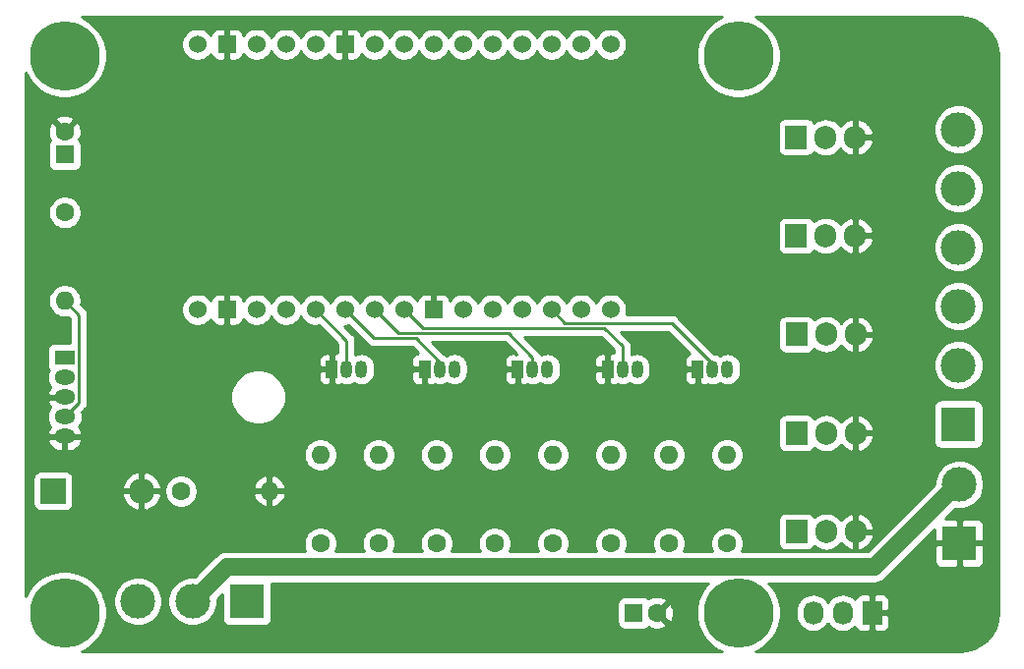
<source format=gbr>
%TF.GenerationSoftware,KiCad,Pcbnew,5.1.10-88a1d61d58~90~ubuntu20.04.1*%
%TF.CreationDate,2021-10-16T18:09:50-04:00*%
%TF.ProjectId,jrgbwww24,6a726762-7777-4773-9234-2e6b69636164,rev?*%
%TF.SameCoordinates,Original*%
%TF.FileFunction,Copper,L2,Bot*%
%TF.FilePolarity,Positive*%
%FSLAX46Y46*%
G04 Gerber Fmt 4.6, Leading zero omitted, Abs format (unit mm)*
G04 Created by KiCad (PCBNEW 5.1.10-88a1d61d58~90~ubuntu20.04.1) date 2021-10-16 18:09:50*
%MOMM*%
%LPD*%
G01*
G04 APERTURE LIST*
%TA.AperFunction,ComponentPad*%
%ADD10O,1.050000X1.500000*%
%TD*%
%TA.AperFunction,ComponentPad*%
%ADD11R,1.050000X1.500000*%
%TD*%
%TA.AperFunction,ComponentPad*%
%ADD12O,1.730000X2.030000*%
%TD*%
%TA.AperFunction,ComponentPad*%
%ADD13R,1.730000X2.030000*%
%TD*%
%TA.AperFunction,ComponentPad*%
%ADD14O,1.800000X1.275000*%
%TD*%
%TA.AperFunction,ComponentPad*%
%ADD15R,1.800000X1.275000*%
%TD*%
%TA.AperFunction,ComponentPad*%
%ADD16C,3.000000*%
%TD*%
%TA.AperFunction,ComponentPad*%
%ADD17R,3.000000X3.000000*%
%TD*%
%TA.AperFunction,ComponentPad*%
%ADD18O,1.600000X1.600000*%
%TD*%
%TA.AperFunction,ComponentPad*%
%ADD19C,1.600000*%
%TD*%
%TA.AperFunction,ComponentPad*%
%ADD20O,2.200000X2.200000*%
%TD*%
%TA.AperFunction,ComponentPad*%
%ADD21R,2.200000X2.200000*%
%TD*%
%TA.AperFunction,ComponentPad*%
%ADD22R,1.600000X1.600000*%
%TD*%
%TA.AperFunction,ComponentPad*%
%ADD23O,1.905000X2.000000*%
%TD*%
%TA.AperFunction,ComponentPad*%
%ADD24R,1.905000X2.000000*%
%TD*%
%TA.AperFunction,ComponentPad*%
%ADD25C,6.000000*%
%TD*%
%TA.AperFunction,ComponentPad*%
%ADD26C,1.524000*%
%TD*%
%TA.AperFunction,ComponentPad*%
%ADD27R,1.524000X1.524000*%
%TD*%
%TA.AperFunction,ViaPad*%
%ADD28C,0.800000*%
%TD*%
%TA.AperFunction,Conductor*%
%ADD29C,0.250000*%
%TD*%
%TA.AperFunction,Conductor*%
%ADD30C,1.500000*%
%TD*%
%TA.AperFunction,Conductor*%
%ADD31C,0.254000*%
%TD*%
%TA.AperFunction,Conductor*%
%ADD32C,0.100000*%
%TD*%
G04 APERTURE END LIST*
D10*
%TO.P,Q5,2*%
%TO.N,/WW_SIGNAL*%
X118270000Y-91000000D03*
%TO.P,Q5,3*%
%TO.N,Net-(Q10-Pad1)*%
X119540000Y-91000000D03*
D11*
%TO.P,Q5,1*%
%TO.N,Earth*%
X117000000Y-91000000D03*
%TD*%
D10*
%TO.P,Q4,2*%
%TO.N,/CW_SIGNAL*%
X126270000Y-91000000D03*
%TO.P,Q4,3*%
%TO.N,Net-(Q4-Pad3)*%
X127540000Y-91000000D03*
D11*
%TO.P,Q4,1*%
%TO.N,Earth*%
X125000000Y-91000000D03*
%TD*%
D10*
%TO.P,Q3,2*%
%TO.N,/B_SIGNAL*%
X134270000Y-91000000D03*
%TO.P,Q3,3*%
%TO.N,Net-(Q3-Pad3)*%
X135540000Y-91000000D03*
D11*
%TO.P,Q3,1*%
%TO.N,Earth*%
X133000000Y-91000000D03*
%TD*%
D10*
%TO.P,Q2,2*%
%TO.N,/G_SIGNAL*%
X142000000Y-91000000D03*
%TO.P,Q2,3*%
%TO.N,Net-(Q2-Pad3)*%
X143270000Y-91000000D03*
D11*
%TO.P,Q2,1*%
%TO.N,Earth*%
X140730000Y-91000000D03*
%TD*%
D10*
%TO.P,Q1,2*%
%TO.N,/R_SIGNAL*%
X149770000Y-91000000D03*
%TO.P,Q1,3*%
%TO.N,Net-(Q1-Pad3)*%
X151040000Y-91000000D03*
D11*
%TO.P,Q1,1*%
%TO.N,Earth*%
X148500000Y-91000000D03*
%TD*%
D12*
%TO.P,J3,3*%
%TO.N,Net-(J3-Pad3)*%
X158420000Y-112000000D03*
%TO.P,J3,2*%
%TO.N,+5V*%
X160960000Y-112000000D03*
D13*
%TO.P,J3,1*%
%TO.N,Earth*%
X163500000Y-112000000D03*
%TD*%
D14*
%TO.P,U2,5*%
%TO.N,Earth*%
X94000000Y-96800000D03*
%TO.P,U2,4*%
%TO.N,Net-(R10-Pad1)*%
X94000000Y-95100000D03*
%TO.P,U2,3*%
%TO.N,Earth*%
X94000000Y-93400000D03*
%TO.P,U2,2*%
%TO.N,Net-(D4-Pad1)*%
X94000000Y-91700000D03*
D15*
%TO.P,U2,1*%
%TO.N,+24V*%
X94000000Y-90000000D03*
%TD*%
D16*
%TO.P,SW1,3*%
%TO.N,Net-(SW1-Pad3)*%
X100300000Y-111000000D03*
%TO.P,SW1,2*%
%TO.N,VDD*%
X105000000Y-111000000D03*
D17*
%TO.P,SW1,1*%
%TO.N,+24V*%
X109700000Y-111000000D03*
%TD*%
D18*
%TO.P,R10,2*%
%TO.N,Earth*%
X111620000Y-101500000D03*
D19*
%TO.P,R10,1*%
%TO.N,Net-(R10-Pad1)*%
X104000000Y-101500000D03*
%TD*%
D18*
%TO.P,R9,2*%
%TO.N,Net-(R10-Pad1)*%
X94000000Y-85120000D03*
D19*
%TO.P,R9,1*%
%TO.N,+5V*%
X94000000Y-77500000D03*
%TD*%
D16*
%TO.P,J1,2*%
%TO.N,VDD*%
X171000000Y-100920000D03*
D17*
%TO.P,J1,1*%
%TO.N,Earth*%
X171000000Y-106000000D03*
%TD*%
D20*
%TO.P,D4,2*%
%TO.N,Earth*%
X100620000Y-101500000D03*
D21*
%TO.P,D4,1*%
%TO.N,Net-(D4-Pad1)*%
X93000000Y-101500000D03*
%TD*%
D19*
%TO.P,C2,2*%
%TO.N,Earth*%
X94000000Y-70500000D03*
D22*
%TO.P,C2,1*%
%TO.N,+5V*%
X94000000Y-72500000D03*
%TD*%
D19*
%TO.P,C1,2*%
%TO.N,Earth*%
X145000000Y-112000000D03*
D22*
%TO.P,C1,1*%
%TO.N,+24V*%
X143000000Y-112000000D03*
%TD*%
D23*
%TO.P,Q8,3*%
%TO.N,Earth*%
X162080000Y-88000000D03*
%TO.P,Q8,2*%
%TO.N,/B_GND*%
X159540000Y-88000000D03*
D24*
%TO.P,Q8,1*%
%TO.N,Net-(Q3-Pad3)*%
X157000000Y-88000000D03*
%TD*%
D23*
%TO.P,Q7,3*%
%TO.N,Earth*%
X162080000Y-96500000D03*
%TO.P,Q7,2*%
%TO.N,/G_GND*%
X159540000Y-96500000D03*
D24*
%TO.P,Q7,1*%
%TO.N,Net-(Q2-Pad3)*%
X157000000Y-96500000D03*
%TD*%
D23*
%TO.P,Q10,3*%
%TO.N,Earth*%
X162040000Y-71000000D03*
%TO.P,Q10,2*%
%TO.N,/WW_GND*%
X159500000Y-71000000D03*
D24*
%TO.P,Q10,1*%
%TO.N,Net-(Q10-Pad1)*%
X156960000Y-71000000D03*
%TD*%
D23*
%TO.P,Q9,3*%
%TO.N,Earth*%
X162040000Y-79500000D03*
%TO.P,Q9,2*%
%TO.N,/CW_GND*%
X159500000Y-79500000D03*
D24*
%TO.P,Q9,1*%
%TO.N,Net-(Q4-Pad3)*%
X156960000Y-79500000D03*
%TD*%
D23*
%TO.P,Q6,3*%
%TO.N,Earth*%
X162080000Y-105000000D03*
%TO.P,Q6,2*%
%TO.N,/R_GND*%
X159540000Y-105000000D03*
D24*
%TO.P,Q6,1*%
%TO.N,Net-(Q1-Pad3)*%
X157000000Y-105000000D03*
%TD*%
D25*
%TO.P,REF\u002A\u002A,1*%
%TO.N,N/C*%
X152000000Y-64000000D03*
%TD*%
%TO.P,REF\u002A\u002A,1*%
%TO.N,N/C*%
X152000000Y-112000000D03*
%TD*%
%TO.P,REF\u002A\u002A,1*%
%TO.N,N/C*%
X94000000Y-112000000D03*
%TD*%
%TO.P,REF\u002A\u002A,1*%
%TO.N,N/C*%
X94000000Y-64000000D03*
%TD*%
D26*
%TO.P,U1,30*%
%TO.N,Net-(U1-Pad30)*%
X105440000Y-85860000D03*
D27*
%TO.P,U1,29*%
%TO.N,Earth*%
X107980000Y-85860000D03*
D26*
%TO.P,U1,28*%
%TO.N,N/C*%
X110520000Y-85860000D03*
%TO.P,U1,27*%
%TO.N,Net-(U1-Pad27)*%
X113060000Y-85860000D03*
%TO.P,U1,26*%
%TO.N,/WW_SIGNAL*%
X115600000Y-85860000D03*
%TO.P,U1,25*%
%TO.N,/CW_SIGNAL*%
X118140000Y-85860000D03*
%TO.P,U1,24*%
%TO.N,/B_SIGNAL*%
X120680000Y-85860000D03*
%TO.P,U1,23*%
%TO.N,/G_SIGNAL*%
X123220000Y-85860000D03*
D27*
%TO.P,U1,22*%
%TO.N,Earth*%
X125760000Y-85860000D03*
D26*
%TO.P,U1,21*%
%TO.N,Net-(U1-Pad21)*%
X128300000Y-85860000D03*
%TO.P,U1,20*%
%TO.N,Net-(U1-Pad20)*%
X130840000Y-85860000D03*
%TO.P,U1,19*%
%TO.N,Net-(U1-Pad19)*%
X133380000Y-85860000D03*
%TO.P,U1,18*%
%TO.N,/R_SIGNAL*%
X135920000Y-85860000D03*
%TO.P,U1,17*%
%TO.N,Net-(U1-Pad17)*%
X138460000Y-85860000D03*
%TO.P,U1,16*%
%TO.N,Net-(U1-Pad16)*%
X141000000Y-85860000D03*
%TO.P,U1,15*%
%TO.N,+5V*%
X105440000Y-63000000D03*
D27*
%TO.P,U1,14*%
%TO.N,Earth*%
X107980000Y-63000000D03*
D26*
%TO.P,U1,13*%
%TO.N,Net-(U1-Pad13)*%
X110520000Y-63000000D03*
%TO.P,U1,12*%
%TO.N,Net-(U1-Pad12)*%
X113060000Y-63000000D03*
%TO.P,U1,11*%
%TO.N,Net-(U1-Pad11)*%
X115600000Y-63000000D03*
D27*
%TO.P,U1,10*%
%TO.N,Earth*%
X118140000Y-63000000D03*
D26*
%TO.P,U1,9*%
%TO.N,Net-(U1-Pad9)*%
X120680000Y-63000000D03*
%TO.P,U1,8*%
%TO.N,Net-(U1-Pad8)*%
X123220000Y-63000000D03*
%TO.P,U1,7*%
%TO.N,Net-(U1-Pad7)*%
X125760000Y-63000000D03*
%TO.P,U1,6*%
%TO.N,Net-(U1-Pad6)*%
X128300000Y-63000000D03*
%TO.P,U1,5*%
%TO.N,Net-(U1-Pad5)*%
X130840000Y-63000000D03*
%TO.P,U1,4*%
%TO.N,Net-(U1-Pad4)*%
X133380000Y-63000000D03*
%TO.P,U1,3*%
%TO.N,Net-(U1-Pad3)*%
X135920000Y-63000000D03*
%TO.P,U1,2*%
%TO.N,Net-(U1-Pad2)*%
X138460000Y-63000000D03*
%TO.P,U1,1*%
%TO.N,Net-(U1-Pad1)*%
X141000000Y-63000000D03*
%TD*%
D18*
%TO.P,R8,2*%
%TO.N,+24V*%
X126000000Y-98380000D03*
D19*
%TO.P,R8,1*%
%TO.N,Net-(D3-Pad2)*%
X126000000Y-106000000D03*
%TD*%
D18*
%TO.P,R7,2*%
%TO.N,+5V*%
X121000000Y-98380000D03*
D19*
%TO.P,R7,1*%
%TO.N,Net-(D2-Pad2)*%
X121000000Y-106000000D03*
%TD*%
D18*
%TO.P,R6,2*%
%TO.N,VDD*%
X116000000Y-98380000D03*
D19*
%TO.P,R6,1*%
%TO.N,Net-(D1-Pad2)*%
X116000000Y-106000000D03*
%TD*%
D18*
%TO.P,R5,2*%
%TO.N,Net-(Q10-Pad1)*%
X131000000Y-98380000D03*
D19*
%TO.P,R5,1*%
%TO.N,+24V*%
X131000000Y-106000000D03*
%TD*%
D18*
%TO.P,R4,2*%
%TO.N,Net-(Q4-Pad3)*%
X136000000Y-98380000D03*
D19*
%TO.P,R4,1*%
%TO.N,+24V*%
X136000000Y-106000000D03*
%TD*%
D18*
%TO.P,R3,2*%
%TO.N,Net-(Q3-Pad3)*%
X141000000Y-98380000D03*
D19*
%TO.P,R3,1*%
%TO.N,+24V*%
X141000000Y-106000000D03*
%TD*%
D18*
%TO.P,R2,2*%
%TO.N,Net-(Q2-Pad3)*%
X146000000Y-98380000D03*
D19*
%TO.P,R2,1*%
%TO.N,+24V*%
X146000000Y-106000000D03*
%TD*%
D18*
%TO.P,R1,2*%
%TO.N,Net-(Q1-Pad3)*%
X151000000Y-98380000D03*
D19*
%TO.P,R1,1*%
%TO.N,+24V*%
X151000000Y-106000000D03*
%TD*%
D16*
%TO.P,J2,6*%
%TO.N,/WW_GND*%
X170925300Y-70330600D03*
%TO.P,J2,5*%
%TO.N,/CW_GND*%
X170925300Y-75410600D03*
%TO.P,J2,4*%
%TO.N,/B_GND*%
X170925300Y-80490600D03*
D17*
%TO.P,J2,1*%
%TO.N,+24V*%
X170925300Y-95730600D03*
D16*
%TO.P,J2,3*%
%TO.N,/G_GND*%
X170925300Y-85570600D03*
%TO.P,J2,2*%
%TO.N,/R_GND*%
X170925300Y-90650600D03*
%TD*%
D28*
%TO.N,Earth*%
X121000000Y-112000000D03*
X130000000Y-112000000D03*
X139000000Y-112000000D03*
%TD*%
D29*
%TO.N,/R_SIGNAL*%
X149770000Y-90909998D02*
X149770000Y-91500000D01*
X149730000Y-90500000D02*
X146230000Y-87000000D01*
X149730000Y-91500000D02*
X149730000Y-90500000D01*
X137060000Y-87000000D02*
X135920000Y-85860000D01*
X146230000Y-87000000D02*
X137060000Y-87000000D01*
D30*
%TO.N,VDD*%
X107950001Y-108049999D02*
X105000000Y-111000000D01*
X163685901Y-108049999D02*
X107950001Y-108049999D01*
X170925300Y-100810600D02*
X163685901Y-108049999D01*
D29*
%TO.N,/G_SIGNAL*%
X142000000Y-89000000D02*
X142000000Y-91000000D01*
X140450009Y-87450009D02*
X142000000Y-89000000D01*
X124810009Y-87450009D02*
X140450009Y-87450009D01*
X123220000Y-85860000D02*
X124810009Y-87450009D01*
%TO.N,/B_SIGNAL*%
X132170020Y-87900020D02*
X134270000Y-90000000D01*
X134270000Y-90000000D02*
X134270000Y-91000000D01*
X122720020Y-87900020D02*
X132170020Y-87900020D01*
X120680000Y-85860000D02*
X122720020Y-87900020D01*
%TO.N,/CW_SIGNAL*%
X126270000Y-90409998D02*
X126270000Y-91000000D01*
X124210032Y-88350030D02*
X126270000Y-90409998D01*
X120630030Y-88350030D02*
X124210032Y-88350030D01*
X118140000Y-85860000D02*
X120630030Y-88350030D01*
%TO.N,/WW_SIGNAL*%
X118270000Y-88530000D02*
X118270000Y-91000000D01*
X115600000Y-85860000D02*
X118270000Y-88530000D01*
%TO.N,Net-(R10-Pad1)*%
X95225010Y-86345010D02*
X94000000Y-85120000D01*
X95225010Y-93874990D02*
X95225010Y-86345010D01*
X94000000Y-95100000D02*
X95225010Y-93874990D01*
%TD*%
D31*
%TO.N,Earth*%
X150278182Y-60778705D02*
X149682823Y-61176511D01*
X149176511Y-61682823D01*
X148778705Y-62278182D01*
X148504691Y-62939710D01*
X148365000Y-63641984D01*
X148365000Y-64358016D01*
X148504691Y-65060290D01*
X148778705Y-65721818D01*
X149176511Y-66317177D01*
X149682823Y-66823489D01*
X150278182Y-67221295D01*
X150939710Y-67495309D01*
X151641984Y-67635000D01*
X152358016Y-67635000D01*
X153060290Y-67495309D01*
X153721818Y-67221295D01*
X154317177Y-66823489D01*
X154823489Y-66317177D01*
X155221295Y-65721818D01*
X155495309Y-65060290D01*
X155635000Y-64358016D01*
X155635000Y-63641984D01*
X155495309Y-62939710D01*
X155221295Y-62278182D01*
X154823489Y-61682823D01*
X154317177Y-61176511D01*
X153721818Y-60778705D01*
X153435239Y-60660000D01*
X170967722Y-60660000D01*
X171648126Y-60726714D01*
X172271572Y-60914943D01*
X172846579Y-61220681D01*
X173351247Y-61632279D01*
X173766362Y-62134067D01*
X174076105Y-62706924D01*
X174268682Y-63329039D01*
X174340000Y-64007584D01*
X174340001Y-111967711D01*
X174273286Y-112648126D01*
X174085057Y-113271570D01*
X173779323Y-113846573D01*
X173367721Y-114351248D01*
X172865933Y-114766362D01*
X172293077Y-115076104D01*
X171670961Y-115268682D01*
X170992417Y-115340000D01*
X153435239Y-115340000D01*
X153721818Y-115221295D01*
X154317177Y-114823489D01*
X154823489Y-114317177D01*
X155221295Y-113721818D01*
X155495309Y-113060290D01*
X155635000Y-112358016D01*
X155635000Y-111776320D01*
X156920000Y-111776320D01*
X156920000Y-112223679D01*
X156941705Y-112444050D01*
X157027476Y-112726801D01*
X157166762Y-112987386D01*
X157354208Y-113215792D01*
X157582613Y-113403238D01*
X157843198Y-113542524D01*
X158125949Y-113628295D01*
X158420000Y-113657257D01*
X158714050Y-113628295D01*
X158996801Y-113542524D01*
X159257386Y-113403238D01*
X159485792Y-113215792D01*
X159673238Y-112987387D01*
X159690000Y-112956027D01*
X159706762Y-112987386D01*
X159894208Y-113215792D01*
X160122613Y-113403238D01*
X160383198Y-113542524D01*
X160665949Y-113628295D01*
X160960000Y-113657257D01*
X161254050Y-113628295D01*
X161536801Y-113542524D01*
X161797386Y-113403238D01*
X162025792Y-113215792D01*
X162030570Y-113209970D01*
X162045498Y-113259180D01*
X162104463Y-113369494D01*
X162183815Y-113466185D01*
X162280506Y-113545537D01*
X162390820Y-113604502D01*
X162510518Y-113640812D01*
X162635000Y-113653072D01*
X163214250Y-113650000D01*
X163373000Y-113491250D01*
X163373000Y-112127000D01*
X163627000Y-112127000D01*
X163627000Y-113491250D01*
X163785750Y-113650000D01*
X164365000Y-113653072D01*
X164489482Y-113640812D01*
X164609180Y-113604502D01*
X164719494Y-113545537D01*
X164816185Y-113466185D01*
X164895537Y-113369494D01*
X164954502Y-113259180D01*
X164990812Y-113139482D01*
X165003072Y-113015000D01*
X165000000Y-112285750D01*
X164841250Y-112127000D01*
X163627000Y-112127000D01*
X163373000Y-112127000D01*
X163353000Y-112127000D01*
X163353000Y-111873000D01*
X163373000Y-111873000D01*
X163373000Y-110508750D01*
X163627000Y-110508750D01*
X163627000Y-111873000D01*
X164841250Y-111873000D01*
X165000000Y-111714250D01*
X165003072Y-110985000D01*
X164990812Y-110860518D01*
X164954502Y-110740820D01*
X164895537Y-110630506D01*
X164816185Y-110533815D01*
X164719494Y-110454463D01*
X164609180Y-110395498D01*
X164489482Y-110359188D01*
X164365000Y-110346928D01*
X163785750Y-110350000D01*
X163627000Y-110508750D01*
X163373000Y-110508750D01*
X163214250Y-110350000D01*
X162635000Y-110346928D01*
X162510518Y-110359188D01*
X162390820Y-110395498D01*
X162280506Y-110454463D01*
X162183815Y-110533815D01*
X162104463Y-110630506D01*
X162045498Y-110740820D01*
X162030570Y-110790030D01*
X162025792Y-110784208D01*
X161797387Y-110596762D01*
X161536802Y-110457476D01*
X161254051Y-110371705D01*
X160960000Y-110342743D01*
X160665950Y-110371705D01*
X160383199Y-110457476D01*
X160122614Y-110596762D01*
X159894208Y-110784208D01*
X159706762Y-111012613D01*
X159690000Y-111043972D01*
X159673238Y-111012613D01*
X159485792Y-110784208D01*
X159257387Y-110596762D01*
X158996802Y-110457476D01*
X158714051Y-110371705D01*
X158420000Y-110342743D01*
X158125950Y-110371705D01*
X157843199Y-110457476D01*
X157582614Y-110596762D01*
X157354208Y-110784208D01*
X157166762Y-111012613D01*
X157027476Y-111273198D01*
X156941705Y-111555949D01*
X156920000Y-111776320D01*
X155635000Y-111776320D01*
X155635000Y-111641984D01*
X155495309Y-110939710D01*
X155221295Y-110278182D01*
X154823489Y-109682823D01*
X154575665Y-109434999D01*
X163617872Y-109434999D01*
X163685901Y-109441699D01*
X163753930Y-109434999D01*
X163753938Y-109434999D01*
X163957408Y-109414959D01*
X164218482Y-109335763D01*
X164459089Y-109207156D01*
X164669982Y-109034080D01*
X164713355Y-108981230D01*
X166194585Y-107500000D01*
X168861928Y-107500000D01*
X168874188Y-107624482D01*
X168910498Y-107744180D01*
X168969463Y-107854494D01*
X169048815Y-107951185D01*
X169145506Y-108030537D01*
X169255820Y-108089502D01*
X169375518Y-108125812D01*
X169500000Y-108138072D01*
X170714250Y-108135000D01*
X170873000Y-107976250D01*
X170873000Y-106127000D01*
X171127000Y-106127000D01*
X171127000Y-107976250D01*
X171285750Y-108135000D01*
X172500000Y-108138072D01*
X172624482Y-108125812D01*
X172744180Y-108089502D01*
X172854494Y-108030537D01*
X172951185Y-107951185D01*
X173030537Y-107854494D01*
X173089502Y-107744180D01*
X173125812Y-107624482D01*
X173138072Y-107500000D01*
X173135000Y-106285750D01*
X172976250Y-106127000D01*
X171127000Y-106127000D01*
X170873000Y-106127000D01*
X169023750Y-106127000D01*
X168865000Y-106285750D01*
X168861928Y-107500000D01*
X166194585Y-107500000D01*
X168862767Y-104831818D01*
X168865000Y-105714250D01*
X169023750Y-105873000D01*
X170873000Y-105873000D01*
X170873000Y-104023750D01*
X171127000Y-104023750D01*
X171127000Y-105873000D01*
X172976250Y-105873000D01*
X173135000Y-105714250D01*
X173138072Y-104500000D01*
X173125812Y-104375518D01*
X173089502Y-104255820D01*
X173030537Y-104145506D01*
X172951185Y-104048815D01*
X172854494Y-103969463D01*
X172744180Y-103910498D01*
X172624482Y-103874188D01*
X172500000Y-103861928D01*
X171285750Y-103865000D01*
X171127000Y-104023750D01*
X170873000Y-104023750D01*
X170714250Y-103865000D01*
X169831818Y-103862767D01*
X170664495Y-103030091D01*
X170789721Y-103055000D01*
X171210279Y-103055000D01*
X171622756Y-102972953D01*
X172011302Y-102812012D01*
X172360983Y-102578363D01*
X172658363Y-102280983D01*
X172892012Y-101931302D01*
X173052953Y-101542756D01*
X173135000Y-101130279D01*
X173135000Y-100709721D01*
X173052953Y-100297244D01*
X172892012Y-99908698D01*
X172658363Y-99559017D01*
X172360983Y-99261637D01*
X172011302Y-99027988D01*
X171622756Y-98867047D01*
X171210279Y-98785000D01*
X170789721Y-98785000D01*
X170377244Y-98867047D01*
X169988698Y-99027988D01*
X169639017Y-99261637D01*
X169341637Y-99559017D01*
X169107988Y-99908698D01*
X168947047Y-100297244D01*
X168865000Y-100709721D01*
X168865000Y-100912214D01*
X163112216Y-106664999D01*
X152277781Y-106664999D01*
X152379853Y-106418574D01*
X152435000Y-106141335D01*
X152435000Y-105858665D01*
X152379853Y-105581426D01*
X152271680Y-105320273D01*
X152114637Y-105085241D01*
X151914759Y-104885363D01*
X151679727Y-104728320D01*
X151418574Y-104620147D01*
X151141335Y-104565000D01*
X150858665Y-104565000D01*
X150581426Y-104620147D01*
X150320273Y-104728320D01*
X150085241Y-104885363D01*
X149885363Y-105085241D01*
X149728320Y-105320273D01*
X149620147Y-105581426D01*
X149565000Y-105858665D01*
X149565000Y-106141335D01*
X149620147Y-106418574D01*
X149722219Y-106664999D01*
X147277781Y-106664999D01*
X147379853Y-106418574D01*
X147435000Y-106141335D01*
X147435000Y-105858665D01*
X147379853Y-105581426D01*
X147271680Y-105320273D01*
X147114637Y-105085241D01*
X146914759Y-104885363D01*
X146679727Y-104728320D01*
X146418574Y-104620147D01*
X146141335Y-104565000D01*
X145858665Y-104565000D01*
X145581426Y-104620147D01*
X145320273Y-104728320D01*
X145085241Y-104885363D01*
X144885363Y-105085241D01*
X144728320Y-105320273D01*
X144620147Y-105581426D01*
X144565000Y-105858665D01*
X144565000Y-106141335D01*
X144620147Y-106418574D01*
X144722219Y-106664999D01*
X142277781Y-106664999D01*
X142379853Y-106418574D01*
X142435000Y-106141335D01*
X142435000Y-105858665D01*
X142379853Y-105581426D01*
X142271680Y-105320273D01*
X142114637Y-105085241D01*
X141914759Y-104885363D01*
X141679727Y-104728320D01*
X141418574Y-104620147D01*
X141141335Y-104565000D01*
X140858665Y-104565000D01*
X140581426Y-104620147D01*
X140320273Y-104728320D01*
X140085241Y-104885363D01*
X139885363Y-105085241D01*
X139728320Y-105320273D01*
X139620147Y-105581426D01*
X139565000Y-105858665D01*
X139565000Y-106141335D01*
X139620147Y-106418574D01*
X139722219Y-106664999D01*
X137277781Y-106664999D01*
X137379853Y-106418574D01*
X137435000Y-106141335D01*
X137435000Y-105858665D01*
X137379853Y-105581426D01*
X137271680Y-105320273D01*
X137114637Y-105085241D01*
X136914759Y-104885363D01*
X136679727Y-104728320D01*
X136418574Y-104620147D01*
X136141335Y-104565000D01*
X135858665Y-104565000D01*
X135581426Y-104620147D01*
X135320273Y-104728320D01*
X135085241Y-104885363D01*
X134885363Y-105085241D01*
X134728320Y-105320273D01*
X134620147Y-105581426D01*
X134565000Y-105858665D01*
X134565000Y-106141335D01*
X134620147Y-106418574D01*
X134722219Y-106664999D01*
X132277781Y-106664999D01*
X132379853Y-106418574D01*
X132435000Y-106141335D01*
X132435000Y-105858665D01*
X132379853Y-105581426D01*
X132271680Y-105320273D01*
X132114637Y-105085241D01*
X131914759Y-104885363D01*
X131679727Y-104728320D01*
X131418574Y-104620147D01*
X131141335Y-104565000D01*
X130858665Y-104565000D01*
X130581426Y-104620147D01*
X130320273Y-104728320D01*
X130085241Y-104885363D01*
X129885363Y-105085241D01*
X129728320Y-105320273D01*
X129620147Y-105581426D01*
X129565000Y-105858665D01*
X129565000Y-106141335D01*
X129620147Y-106418574D01*
X129722219Y-106664999D01*
X127277781Y-106664999D01*
X127379853Y-106418574D01*
X127435000Y-106141335D01*
X127435000Y-105858665D01*
X127379853Y-105581426D01*
X127271680Y-105320273D01*
X127114637Y-105085241D01*
X126914759Y-104885363D01*
X126679727Y-104728320D01*
X126418574Y-104620147D01*
X126141335Y-104565000D01*
X125858665Y-104565000D01*
X125581426Y-104620147D01*
X125320273Y-104728320D01*
X125085241Y-104885363D01*
X124885363Y-105085241D01*
X124728320Y-105320273D01*
X124620147Y-105581426D01*
X124565000Y-105858665D01*
X124565000Y-106141335D01*
X124620147Y-106418574D01*
X124722219Y-106664999D01*
X122277781Y-106664999D01*
X122379853Y-106418574D01*
X122435000Y-106141335D01*
X122435000Y-105858665D01*
X122379853Y-105581426D01*
X122271680Y-105320273D01*
X122114637Y-105085241D01*
X121914759Y-104885363D01*
X121679727Y-104728320D01*
X121418574Y-104620147D01*
X121141335Y-104565000D01*
X120858665Y-104565000D01*
X120581426Y-104620147D01*
X120320273Y-104728320D01*
X120085241Y-104885363D01*
X119885363Y-105085241D01*
X119728320Y-105320273D01*
X119620147Y-105581426D01*
X119565000Y-105858665D01*
X119565000Y-106141335D01*
X119620147Y-106418574D01*
X119722219Y-106664999D01*
X117277781Y-106664999D01*
X117379853Y-106418574D01*
X117435000Y-106141335D01*
X117435000Y-105858665D01*
X117379853Y-105581426D01*
X117271680Y-105320273D01*
X117114637Y-105085241D01*
X116914759Y-104885363D01*
X116679727Y-104728320D01*
X116418574Y-104620147D01*
X116141335Y-104565000D01*
X115858665Y-104565000D01*
X115581426Y-104620147D01*
X115320273Y-104728320D01*
X115085241Y-104885363D01*
X114885363Y-105085241D01*
X114728320Y-105320273D01*
X114620147Y-105581426D01*
X114565000Y-105858665D01*
X114565000Y-106141335D01*
X114620147Y-106418574D01*
X114722219Y-106664999D01*
X108018027Y-106664999D01*
X107950000Y-106658299D01*
X107881973Y-106664999D01*
X107881964Y-106664999D01*
X107678494Y-106685039D01*
X107417420Y-106764235D01*
X107176813Y-106892842D01*
X107176811Y-106892843D01*
X107176812Y-106892843D01*
X107018767Y-107022547D01*
X107018765Y-107022549D01*
X106965920Y-107065918D01*
X106922551Y-107118763D01*
X105176315Y-108865000D01*
X104789721Y-108865000D01*
X104377244Y-108947047D01*
X103988698Y-109107988D01*
X103639017Y-109341637D01*
X103341637Y-109639017D01*
X103107988Y-109988698D01*
X102947047Y-110377244D01*
X102865000Y-110789721D01*
X102865000Y-111210279D01*
X102947047Y-111622756D01*
X103107988Y-112011302D01*
X103341637Y-112360983D01*
X103639017Y-112658363D01*
X103988698Y-112892012D01*
X104377244Y-113052953D01*
X104789721Y-113135000D01*
X105210279Y-113135000D01*
X105622756Y-113052953D01*
X106011302Y-112892012D01*
X106360983Y-112658363D01*
X106658363Y-112360983D01*
X106892012Y-112011302D01*
X107052953Y-111622756D01*
X107135000Y-111210279D01*
X107135000Y-110823685D01*
X107561928Y-110396758D01*
X107561928Y-112500000D01*
X107574188Y-112624482D01*
X107610498Y-112744180D01*
X107669463Y-112854494D01*
X107748815Y-112951185D01*
X107845506Y-113030537D01*
X107955820Y-113089502D01*
X108075518Y-113125812D01*
X108200000Y-113138072D01*
X111200000Y-113138072D01*
X111324482Y-113125812D01*
X111444180Y-113089502D01*
X111554494Y-113030537D01*
X111651185Y-112951185D01*
X111730537Y-112854494D01*
X111789502Y-112744180D01*
X111825812Y-112624482D01*
X111838072Y-112500000D01*
X111838072Y-111200000D01*
X141561928Y-111200000D01*
X141561928Y-112800000D01*
X141574188Y-112924482D01*
X141610498Y-113044180D01*
X141669463Y-113154494D01*
X141748815Y-113251185D01*
X141845506Y-113330537D01*
X141955820Y-113389502D01*
X142075518Y-113425812D01*
X142200000Y-113438072D01*
X143800000Y-113438072D01*
X143924482Y-113425812D01*
X144044180Y-113389502D01*
X144154494Y-113330537D01*
X144251185Y-113251185D01*
X144261807Y-113238242D01*
X144513996Y-113357571D01*
X144788184Y-113426300D01*
X145070512Y-113440217D01*
X145350130Y-113398787D01*
X145616292Y-113303603D01*
X145741514Y-113236671D01*
X145813097Y-112992702D01*
X145000000Y-112179605D01*
X144985858Y-112193748D01*
X144806253Y-112014143D01*
X144820395Y-112000000D01*
X145179605Y-112000000D01*
X145992702Y-112813097D01*
X146236671Y-112741514D01*
X146357571Y-112486004D01*
X146426300Y-112211816D01*
X146440217Y-111929488D01*
X146398787Y-111649870D01*
X146303603Y-111383708D01*
X146236671Y-111258486D01*
X145992702Y-111186903D01*
X145179605Y-112000000D01*
X144820395Y-112000000D01*
X144806253Y-111985858D01*
X144985858Y-111806253D01*
X145000000Y-111820395D01*
X145813097Y-111007298D01*
X145741514Y-110763329D01*
X145486004Y-110642429D01*
X145211816Y-110573700D01*
X144929488Y-110559783D01*
X144649870Y-110601213D01*
X144383708Y-110696397D01*
X144261691Y-110761616D01*
X144251185Y-110748815D01*
X144154494Y-110669463D01*
X144044180Y-110610498D01*
X143924482Y-110574188D01*
X143800000Y-110561928D01*
X142200000Y-110561928D01*
X142075518Y-110574188D01*
X141955820Y-110610498D01*
X141845506Y-110669463D01*
X141748815Y-110748815D01*
X141669463Y-110845506D01*
X141610498Y-110955820D01*
X141574188Y-111075518D01*
X141561928Y-111200000D01*
X111838072Y-111200000D01*
X111838072Y-109500000D01*
X111831670Y-109434999D01*
X149424335Y-109434999D01*
X149176511Y-109682823D01*
X148778705Y-110278182D01*
X148504691Y-110939710D01*
X148365000Y-111641984D01*
X148365000Y-112358016D01*
X148504691Y-113060290D01*
X148778705Y-113721818D01*
X149176511Y-114317177D01*
X149682823Y-114823489D01*
X150278182Y-115221295D01*
X150564761Y-115340000D01*
X95435239Y-115340000D01*
X95721818Y-115221295D01*
X96317177Y-114823489D01*
X96823489Y-114317177D01*
X97221295Y-113721818D01*
X97495309Y-113060290D01*
X97635000Y-112358016D01*
X97635000Y-111641984D01*
X97495309Y-110939710D01*
X97433182Y-110789721D01*
X98165000Y-110789721D01*
X98165000Y-111210279D01*
X98247047Y-111622756D01*
X98407988Y-112011302D01*
X98641637Y-112360983D01*
X98939017Y-112658363D01*
X99288698Y-112892012D01*
X99677244Y-113052953D01*
X100089721Y-113135000D01*
X100510279Y-113135000D01*
X100922756Y-113052953D01*
X101311302Y-112892012D01*
X101660983Y-112658363D01*
X101958363Y-112360983D01*
X102192012Y-112011302D01*
X102352953Y-111622756D01*
X102435000Y-111210279D01*
X102435000Y-110789721D01*
X102352953Y-110377244D01*
X102192012Y-109988698D01*
X101958363Y-109639017D01*
X101660983Y-109341637D01*
X101311302Y-109107988D01*
X100922756Y-108947047D01*
X100510279Y-108865000D01*
X100089721Y-108865000D01*
X99677244Y-108947047D01*
X99288698Y-109107988D01*
X98939017Y-109341637D01*
X98641637Y-109639017D01*
X98407988Y-109988698D01*
X98247047Y-110377244D01*
X98165000Y-110789721D01*
X97433182Y-110789721D01*
X97221295Y-110278182D01*
X96823489Y-109682823D01*
X96317177Y-109176511D01*
X95721818Y-108778705D01*
X95060290Y-108504691D01*
X94358016Y-108365000D01*
X93641984Y-108365000D01*
X92939710Y-108504691D01*
X92278182Y-108778705D01*
X91682823Y-109176511D01*
X91176511Y-109682823D01*
X90778705Y-110278182D01*
X90660000Y-110564761D01*
X90660000Y-104000000D01*
X155409428Y-104000000D01*
X155409428Y-106000000D01*
X155421688Y-106124482D01*
X155457998Y-106244180D01*
X155516963Y-106354494D01*
X155596315Y-106451185D01*
X155693006Y-106530537D01*
X155803320Y-106589502D01*
X155923018Y-106625812D01*
X156047500Y-106638072D01*
X157952500Y-106638072D01*
X158076982Y-106625812D01*
X158196680Y-106589502D01*
X158306994Y-106530537D01*
X158403685Y-106451185D01*
X158483037Y-106354494D01*
X158527905Y-106270553D01*
X158653766Y-106373845D01*
X158929552Y-106521255D01*
X159228797Y-106612030D01*
X159540000Y-106642681D01*
X159851204Y-106612030D01*
X160150449Y-106521255D01*
X160426235Y-106373845D01*
X160667963Y-106175463D01*
X160815162Y-105996100D01*
X160970563Y-106181315D01*
X161213077Y-106375969D01*
X161488906Y-106519571D01*
X161707020Y-106590563D01*
X161953000Y-106470594D01*
X161953000Y-105127000D01*
X162207000Y-105127000D01*
X162207000Y-106470594D01*
X162452980Y-106590563D01*
X162671094Y-106519571D01*
X162946923Y-106375969D01*
X163189437Y-106181315D01*
X163389316Y-105943089D01*
X163538879Y-105670446D01*
X163632378Y-105373863D01*
X163505570Y-105127000D01*
X162207000Y-105127000D01*
X161953000Y-105127000D01*
X161933000Y-105127000D01*
X161933000Y-104873000D01*
X161953000Y-104873000D01*
X161953000Y-103529406D01*
X162207000Y-103529406D01*
X162207000Y-104873000D01*
X163505570Y-104873000D01*
X163632378Y-104626137D01*
X163538879Y-104329554D01*
X163389316Y-104056911D01*
X163189437Y-103818685D01*
X162946923Y-103624031D01*
X162671094Y-103480429D01*
X162452980Y-103409437D01*
X162207000Y-103529406D01*
X161953000Y-103529406D01*
X161707020Y-103409437D01*
X161488906Y-103480429D01*
X161213077Y-103624031D01*
X160970563Y-103818685D01*
X160815163Y-104003899D01*
X160667963Y-103824537D01*
X160426234Y-103626155D01*
X160150448Y-103478745D01*
X159851203Y-103387970D01*
X159540000Y-103357319D01*
X159228796Y-103387970D01*
X158929551Y-103478745D01*
X158653765Y-103626155D01*
X158527905Y-103729446D01*
X158483037Y-103645506D01*
X158403685Y-103548815D01*
X158306994Y-103469463D01*
X158196680Y-103410498D01*
X158076982Y-103374188D01*
X157952500Y-103361928D01*
X156047500Y-103361928D01*
X155923018Y-103374188D01*
X155803320Y-103410498D01*
X155693006Y-103469463D01*
X155596315Y-103548815D01*
X155516963Y-103645506D01*
X155457998Y-103755820D01*
X155421688Y-103875518D01*
X155409428Y-104000000D01*
X90660000Y-104000000D01*
X90660000Y-100400000D01*
X91261928Y-100400000D01*
X91261928Y-102600000D01*
X91274188Y-102724482D01*
X91310498Y-102844180D01*
X91369463Y-102954494D01*
X91448815Y-103051185D01*
X91545506Y-103130537D01*
X91655820Y-103189502D01*
X91775518Y-103225812D01*
X91900000Y-103238072D01*
X94100000Y-103238072D01*
X94224482Y-103225812D01*
X94344180Y-103189502D01*
X94454494Y-103130537D01*
X94551185Y-103051185D01*
X94630537Y-102954494D01*
X94689502Y-102844180D01*
X94725812Y-102724482D01*
X94738072Y-102600000D01*
X94738072Y-101896122D01*
X98930825Y-101896122D01*
X98995425Y-102109094D01*
X99145469Y-102414329D01*
X99352178Y-102684427D01*
X99607609Y-102909008D01*
X99901946Y-103079442D01*
X100223877Y-103189179D01*
X100493000Y-103071600D01*
X100493000Y-101627000D01*
X100747000Y-101627000D01*
X100747000Y-103071600D01*
X101016123Y-103189179D01*
X101338054Y-103079442D01*
X101632391Y-102909008D01*
X101887822Y-102684427D01*
X102094531Y-102414329D01*
X102244575Y-102109094D01*
X102309175Y-101896122D01*
X102191125Y-101627000D01*
X100747000Y-101627000D01*
X100493000Y-101627000D01*
X99048875Y-101627000D01*
X98930825Y-101896122D01*
X94738072Y-101896122D01*
X94738072Y-101103878D01*
X98930825Y-101103878D01*
X99048875Y-101373000D01*
X100493000Y-101373000D01*
X100493000Y-99928400D01*
X100747000Y-99928400D01*
X100747000Y-101373000D01*
X102191125Y-101373000D01*
X102197413Y-101358665D01*
X102565000Y-101358665D01*
X102565000Y-101641335D01*
X102620147Y-101918574D01*
X102728320Y-102179727D01*
X102885363Y-102414759D01*
X103085241Y-102614637D01*
X103320273Y-102771680D01*
X103581426Y-102879853D01*
X103858665Y-102935000D01*
X104141335Y-102935000D01*
X104418574Y-102879853D01*
X104679727Y-102771680D01*
X104914759Y-102614637D01*
X105114637Y-102414759D01*
X105271680Y-102179727D01*
X105379853Y-101918574D01*
X105393684Y-101849039D01*
X110228096Y-101849039D01*
X110268754Y-101983087D01*
X110388963Y-102237420D01*
X110556481Y-102463414D01*
X110764869Y-102652385D01*
X111006119Y-102797070D01*
X111270960Y-102891909D01*
X111493000Y-102770624D01*
X111493000Y-101627000D01*
X111747000Y-101627000D01*
X111747000Y-102770624D01*
X111969040Y-102891909D01*
X112233881Y-102797070D01*
X112475131Y-102652385D01*
X112683519Y-102463414D01*
X112851037Y-102237420D01*
X112971246Y-101983087D01*
X113011904Y-101849039D01*
X112889915Y-101627000D01*
X111747000Y-101627000D01*
X111493000Y-101627000D01*
X110350085Y-101627000D01*
X110228096Y-101849039D01*
X105393684Y-101849039D01*
X105435000Y-101641335D01*
X105435000Y-101358665D01*
X105393685Y-101150961D01*
X110228096Y-101150961D01*
X110350085Y-101373000D01*
X111493000Y-101373000D01*
X111493000Y-100229376D01*
X111747000Y-100229376D01*
X111747000Y-101373000D01*
X112889915Y-101373000D01*
X113011904Y-101150961D01*
X112971246Y-101016913D01*
X112851037Y-100762580D01*
X112683519Y-100536586D01*
X112475131Y-100347615D01*
X112233881Y-100202930D01*
X111969040Y-100108091D01*
X111747000Y-100229376D01*
X111493000Y-100229376D01*
X111270960Y-100108091D01*
X111006119Y-100202930D01*
X110764869Y-100347615D01*
X110556481Y-100536586D01*
X110388963Y-100762580D01*
X110268754Y-101016913D01*
X110228096Y-101150961D01*
X105393685Y-101150961D01*
X105379853Y-101081426D01*
X105271680Y-100820273D01*
X105114637Y-100585241D01*
X104914759Y-100385363D01*
X104679727Y-100228320D01*
X104418574Y-100120147D01*
X104141335Y-100065000D01*
X103858665Y-100065000D01*
X103581426Y-100120147D01*
X103320273Y-100228320D01*
X103085241Y-100385363D01*
X102885363Y-100585241D01*
X102728320Y-100820273D01*
X102620147Y-101081426D01*
X102565000Y-101358665D01*
X102197413Y-101358665D01*
X102309175Y-101103878D01*
X102244575Y-100890906D01*
X102094531Y-100585671D01*
X101887822Y-100315573D01*
X101632391Y-100090992D01*
X101338054Y-99920558D01*
X101016123Y-99810821D01*
X100747000Y-99928400D01*
X100493000Y-99928400D01*
X100223877Y-99810821D01*
X99901946Y-99920558D01*
X99607609Y-100090992D01*
X99352178Y-100315573D01*
X99145469Y-100585671D01*
X98995425Y-100890906D01*
X98930825Y-101103878D01*
X94738072Y-101103878D01*
X94738072Y-100400000D01*
X94725812Y-100275518D01*
X94689502Y-100155820D01*
X94630537Y-100045506D01*
X94551185Y-99948815D01*
X94454494Y-99869463D01*
X94344180Y-99810498D01*
X94224482Y-99774188D01*
X94100000Y-99761928D01*
X91900000Y-99761928D01*
X91775518Y-99774188D01*
X91655820Y-99810498D01*
X91545506Y-99869463D01*
X91448815Y-99948815D01*
X91369463Y-100045506D01*
X91310498Y-100155820D01*
X91274188Y-100275518D01*
X91261928Y-100400000D01*
X90660000Y-100400000D01*
X90660000Y-98238665D01*
X114565000Y-98238665D01*
X114565000Y-98521335D01*
X114620147Y-98798574D01*
X114728320Y-99059727D01*
X114885363Y-99294759D01*
X115085241Y-99494637D01*
X115320273Y-99651680D01*
X115581426Y-99759853D01*
X115858665Y-99815000D01*
X116141335Y-99815000D01*
X116418574Y-99759853D01*
X116679727Y-99651680D01*
X116914759Y-99494637D01*
X117114637Y-99294759D01*
X117271680Y-99059727D01*
X117379853Y-98798574D01*
X117435000Y-98521335D01*
X117435000Y-98238665D01*
X119565000Y-98238665D01*
X119565000Y-98521335D01*
X119620147Y-98798574D01*
X119728320Y-99059727D01*
X119885363Y-99294759D01*
X120085241Y-99494637D01*
X120320273Y-99651680D01*
X120581426Y-99759853D01*
X120858665Y-99815000D01*
X121141335Y-99815000D01*
X121418574Y-99759853D01*
X121679727Y-99651680D01*
X121914759Y-99494637D01*
X122114637Y-99294759D01*
X122271680Y-99059727D01*
X122379853Y-98798574D01*
X122435000Y-98521335D01*
X122435000Y-98238665D01*
X124565000Y-98238665D01*
X124565000Y-98521335D01*
X124620147Y-98798574D01*
X124728320Y-99059727D01*
X124885363Y-99294759D01*
X125085241Y-99494637D01*
X125320273Y-99651680D01*
X125581426Y-99759853D01*
X125858665Y-99815000D01*
X126141335Y-99815000D01*
X126418574Y-99759853D01*
X126679727Y-99651680D01*
X126914759Y-99494637D01*
X127114637Y-99294759D01*
X127271680Y-99059727D01*
X127379853Y-98798574D01*
X127435000Y-98521335D01*
X127435000Y-98238665D01*
X129565000Y-98238665D01*
X129565000Y-98521335D01*
X129620147Y-98798574D01*
X129728320Y-99059727D01*
X129885363Y-99294759D01*
X130085241Y-99494637D01*
X130320273Y-99651680D01*
X130581426Y-99759853D01*
X130858665Y-99815000D01*
X131141335Y-99815000D01*
X131418574Y-99759853D01*
X131679727Y-99651680D01*
X131914759Y-99494637D01*
X132114637Y-99294759D01*
X132271680Y-99059727D01*
X132379853Y-98798574D01*
X132435000Y-98521335D01*
X132435000Y-98238665D01*
X134565000Y-98238665D01*
X134565000Y-98521335D01*
X134620147Y-98798574D01*
X134728320Y-99059727D01*
X134885363Y-99294759D01*
X135085241Y-99494637D01*
X135320273Y-99651680D01*
X135581426Y-99759853D01*
X135858665Y-99815000D01*
X136141335Y-99815000D01*
X136418574Y-99759853D01*
X136679727Y-99651680D01*
X136914759Y-99494637D01*
X137114637Y-99294759D01*
X137271680Y-99059727D01*
X137379853Y-98798574D01*
X137435000Y-98521335D01*
X137435000Y-98238665D01*
X139565000Y-98238665D01*
X139565000Y-98521335D01*
X139620147Y-98798574D01*
X139728320Y-99059727D01*
X139885363Y-99294759D01*
X140085241Y-99494637D01*
X140320273Y-99651680D01*
X140581426Y-99759853D01*
X140858665Y-99815000D01*
X141141335Y-99815000D01*
X141418574Y-99759853D01*
X141679727Y-99651680D01*
X141914759Y-99494637D01*
X142114637Y-99294759D01*
X142271680Y-99059727D01*
X142379853Y-98798574D01*
X142435000Y-98521335D01*
X142435000Y-98238665D01*
X144565000Y-98238665D01*
X144565000Y-98521335D01*
X144620147Y-98798574D01*
X144728320Y-99059727D01*
X144885363Y-99294759D01*
X145085241Y-99494637D01*
X145320273Y-99651680D01*
X145581426Y-99759853D01*
X145858665Y-99815000D01*
X146141335Y-99815000D01*
X146418574Y-99759853D01*
X146679727Y-99651680D01*
X146914759Y-99494637D01*
X147114637Y-99294759D01*
X147271680Y-99059727D01*
X147379853Y-98798574D01*
X147435000Y-98521335D01*
X147435000Y-98238665D01*
X149565000Y-98238665D01*
X149565000Y-98521335D01*
X149620147Y-98798574D01*
X149728320Y-99059727D01*
X149885363Y-99294759D01*
X150085241Y-99494637D01*
X150320273Y-99651680D01*
X150581426Y-99759853D01*
X150858665Y-99815000D01*
X151141335Y-99815000D01*
X151418574Y-99759853D01*
X151679727Y-99651680D01*
X151914759Y-99494637D01*
X152114637Y-99294759D01*
X152271680Y-99059727D01*
X152379853Y-98798574D01*
X152435000Y-98521335D01*
X152435000Y-98238665D01*
X152379853Y-97961426D01*
X152271680Y-97700273D01*
X152114637Y-97465241D01*
X151914759Y-97265363D01*
X151679727Y-97108320D01*
X151418574Y-97000147D01*
X151141335Y-96945000D01*
X150858665Y-96945000D01*
X150581426Y-97000147D01*
X150320273Y-97108320D01*
X150085241Y-97265363D01*
X149885363Y-97465241D01*
X149728320Y-97700273D01*
X149620147Y-97961426D01*
X149565000Y-98238665D01*
X147435000Y-98238665D01*
X147379853Y-97961426D01*
X147271680Y-97700273D01*
X147114637Y-97465241D01*
X146914759Y-97265363D01*
X146679727Y-97108320D01*
X146418574Y-97000147D01*
X146141335Y-96945000D01*
X145858665Y-96945000D01*
X145581426Y-97000147D01*
X145320273Y-97108320D01*
X145085241Y-97265363D01*
X144885363Y-97465241D01*
X144728320Y-97700273D01*
X144620147Y-97961426D01*
X144565000Y-98238665D01*
X142435000Y-98238665D01*
X142379853Y-97961426D01*
X142271680Y-97700273D01*
X142114637Y-97465241D01*
X141914759Y-97265363D01*
X141679727Y-97108320D01*
X141418574Y-97000147D01*
X141141335Y-96945000D01*
X140858665Y-96945000D01*
X140581426Y-97000147D01*
X140320273Y-97108320D01*
X140085241Y-97265363D01*
X139885363Y-97465241D01*
X139728320Y-97700273D01*
X139620147Y-97961426D01*
X139565000Y-98238665D01*
X137435000Y-98238665D01*
X137379853Y-97961426D01*
X137271680Y-97700273D01*
X137114637Y-97465241D01*
X136914759Y-97265363D01*
X136679727Y-97108320D01*
X136418574Y-97000147D01*
X136141335Y-96945000D01*
X135858665Y-96945000D01*
X135581426Y-97000147D01*
X135320273Y-97108320D01*
X135085241Y-97265363D01*
X134885363Y-97465241D01*
X134728320Y-97700273D01*
X134620147Y-97961426D01*
X134565000Y-98238665D01*
X132435000Y-98238665D01*
X132379853Y-97961426D01*
X132271680Y-97700273D01*
X132114637Y-97465241D01*
X131914759Y-97265363D01*
X131679727Y-97108320D01*
X131418574Y-97000147D01*
X131141335Y-96945000D01*
X130858665Y-96945000D01*
X130581426Y-97000147D01*
X130320273Y-97108320D01*
X130085241Y-97265363D01*
X129885363Y-97465241D01*
X129728320Y-97700273D01*
X129620147Y-97961426D01*
X129565000Y-98238665D01*
X127435000Y-98238665D01*
X127379853Y-97961426D01*
X127271680Y-97700273D01*
X127114637Y-97465241D01*
X126914759Y-97265363D01*
X126679727Y-97108320D01*
X126418574Y-97000147D01*
X126141335Y-96945000D01*
X125858665Y-96945000D01*
X125581426Y-97000147D01*
X125320273Y-97108320D01*
X125085241Y-97265363D01*
X124885363Y-97465241D01*
X124728320Y-97700273D01*
X124620147Y-97961426D01*
X124565000Y-98238665D01*
X122435000Y-98238665D01*
X122379853Y-97961426D01*
X122271680Y-97700273D01*
X122114637Y-97465241D01*
X121914759Y-97265363D01*
X121679727Y-97108320D01*
X121418574Y-97000147D01*
X121141335Y-96945000D01*
X120858665Y-96945000D01*
X120581426Y-97000147D01*
X120320273Y-97108320D01*
X120085241Y-97265363D01*
X119885363Y-97465241D01*
X119728320Y-97700273D01*
X119620147Y-97961426D01*
X119565000Y-98238665D01*
X117435000Y-98238665D01*
X117379853Y-97961426D01*
X117271680Y-97700273D01*
X117114637Y-97465241D01*
X116914759Y-97265363D01*
X116679727Y-97108320D01*
X116418574Y-97000147D01*
X116141335Y-96945000D01*
X115858665Y-96945000D01*
X115581426Y-97000147D01*
X115320273Y-97108320D01*
X115085241Y-97265363D01*
X114885363Y-97465241D01*
X114728320Y-97700273D01*
X114620147Y-97961426D01*
X114565000Y-98238665D01*
X90660000Y-98238665D01*
X90660000Y-97123505D01*
X92506809Y-97123505D01*
X92513263Y-97169633D01*
X92608898Y-97401367D01*
X92747905Y-97609991D01*
X92924941Y-97787488D01*
X93133203Y-97927036D01*
X93364688Y-98023273D01*
X93610500Y-98072500D01*
X93873000Y-98072500D01*
X93873000Y-96927000D01*
X94127000Y-96927000D01*
X94127000Y-98072500D01*
X94389500Y-98072500D01*
X94635312Y-98023273D01*
X94866797Y-97927036D01*
X95075059Y-97787488D01*
X95252095Y-97609991D01*
X95391102Y-97401367D01*
X95486737Y-97169633D01*
X95493191Y-97123505D01*
X95368985Y-96927000D01*
X94127000Y-96927000D01*
X93873000Y-96927000D01*
X92631015Y-96927000D01*
X92506809Y-97123505D01*
X90660000Y-97123505D01*
X90660000Y-91700000D01*
X92458843Y-91700000D01*
X92483412Y-91949454D01*
X92556175Y-92189321D01*
X92674336Y-92410384D01*
X92788417Y-92549392D01*
X92747905Y-92590009D01*
X92608898Y-92798633D01*
X92513263Y-93030367D01*
X92506809Y-93076495D01*
X92631015Y-93273000D01*
X93873000Y-93273000D01*
X93873000Y-93253000D01*
X94127000Y-93253000D01*
X94127000Y-93273000D01*
X94147000Y-93273000D01*
X94147000Y-93527000D01*
X94127000Y-93527000D01*
X94127000Y-93547000D01*
X93873000Y-93547000D01*
X93873000Y-93527000D01*
X92631015Y-93527000D01*
X92506809Y-93723505D01*
X92513263Y-93769633D01*
X92608898Y-94001367D01*
X92747905Y-94209991D01*
X92788417Y-94250608D01*
X92674336Y-94389616D01*
X92556175Y-94610679D01*
X92483412Y-94850546D01*
X92458843Y-95100000D01*
X92483412Y-95349454D01*
X92556175Y-95589321D01*
X92674336Y-95810384D01*
X92788417Y-95949392D01*
X92747905Y-95990009D01*
X92608898Y-96198633D01*
X92513263Y-96430367D01*
X92506809Y-96476495D01*
X92631015Y-96673000D01*
X93873000Y-96673000D01*
X93873000Y-96653000D01*
X94127000Y-96653000D01*
X94127000Y-96673000D01*
X95368985Y-96673000D01*
X95493191Y-96476495D01*
X95486737Y-96430367D01*
X95391102Y-96198633D01*
X95252095Y-95990009D01*
X95211583Y-95949392D01*
X95325664Y-95810384D01*
X95443825Y-95589321D01*
X95516588Y-95349454D01*
X95541157Y-95100000D01*
X95516588Y-94850546D01*
X95471824Y-94702978D01*
X95736014Y-94438788D01*
X95765011Y-94414991D01*
X95859984Y-94299266D01*
X95930556Y-94167237D01*
X95974013Y-94023976D01*
X95985010Y-93912323D01*
X95985010Y-93912315D01*
X95988686Y-93874990D01*
X95985010Y-93837665D01*
X95985010Y-93165098D01*
X108275000Y-93165098D01*
X108275000Y-93634902D01*
X108366654Y-94095679D01*
X108546440Y-94529721D01*
X108807450Y-94920349D01*
X109139651Y-95252550D01*
X109530279Y-95513560D01*
X109964321Y-95693346D01*
X110425098Y-95785000D01*
X110894902Y-95785000D01*
X111355679Y-95693346D01*
X111789721Y-95513560D01*
X111810014Y-95500000D01*
X155409428Y-95500000D01*
X155409428Y-97500000D01*
X155421688Y-97624482D01*
X155457998Y-97744180D01*
X155516963Y-97854494D01*
X155596315Y-97951185D01*
X155693006Y-98030537D01*
X155803320Y-98089502D01*
X155923018Y-98125812D01*
X156047500Y-98138072D01*
X157952500Y-98138072D01*
X158076982Y-98125812D01*
X158196680Y-98089502D01*
X158306994Y-98030537D01*
X158403685Y-97951185D01*
X158483037Y-97854494D01*
X158527905Y-97770553D01*
X158653766Y-97873845D01*
X158929552Y-98021255D01*
X159228797Y-98112030D01*
X159540000Y-98142681D01*
X159851204Y-98112030D01*
X160150449Y-98021255D01*
X160426235Y-97873845D01*
X160667963Y-97675463D01*
X160815162Y-97496100D01*
X160970563Y-97681315D01*
X161213077Y-97875969D01*
X161488906Y-98019571D01*
X161707020Y-98090563D01*
X161953000Y-97970594D01*
X161953000Y-96627000D01*
X162207000Y-96627000D01*
X162207000Y-97970594D01*
X162452980Y-98090563D01*
X162671094Y-98019571D01*
X162946923Y-97875969D01*
X163189437Y-97681315D01*
X163389316Y-97443089D01*
X163538879Y-97170446D01*
X163632378Y-96873863D01*
X163505570Y-96627000D01*
X162207000Y-96627000D01*
X161953000Y-96627000D01*
X161933000Y-96627000D01*
X161933000Y-96373000D01*
X161953000Y-96373000D01*
X161953000Y-95029406D01*
X162207000Y-95029406D01*
X162207000Y-96373000D01*
X163505570Y-96373000D01*
X163632378Y-96126137D01*
X163538879Y-95829554D01*
X163389316Y-95556911D01*
X163189437Y-95318685D01*
X162946923Y-95124031D01*
X162671094Y-94980429D01*
X162452980Y-94909437D01*
X162207000Y-95029406D01*
X161953000Y-95029406D01*
X161707020Y-94909437D01*
X161488906Y-94980429D01*
X161213077Y-95124031D01*
X160970563Y-95318685D01*
X160815163Y-95503899D01*
X160667963Y-95324537D01*
X160426234Y-95126155D01*
X160150448Y-94978745D01*
X159851203Y-94887970D01*
X159540000Y-94857319D01*
X159228796Y-94887970D01*
X158929551Y-94978745D01*
X158653765Y-95126155D01*
X158527905Y-95229446D01*
X158483037Y-95145506D01*
X158403685Y-95048815D01*
X158306994Y-94969463D01*
X158196680Y-94910498D01*
X158076982Y-94874188D01*
X157952500Y-94861928D01*
X156047500Y-94861928D01*
X155923018Y-94874188D01*
X155803320Y-94910498D01*
X155693006Y-94969463D01*
X155596315Y-95048815D01*
X155516963Y-95145506D01*
X155457998Y-95255820D01*
X155421688Y-95375518D01*
X155409428Y-95500000D01*
X111810014Y-95500000D01*
X112180349Y-95252550D01*
X112512550Y-94920349D01*
X112773560Y-94529721D01*
X112897459Y-94230600D01*
X168787228Y-94230600D01*
X168787228Y-97230600D01*
X168799488Y-97355082D01*
X168835798Y-97474780D01*
X168894763Y-97585094D01*
X168974115Y-97681785D01*
X169070806Y-97761137D01*
X169181120Y-97820102D01*
X169300818Y-97856412D01*
X169425300Y-97868672D01*
X172425300Y-97868672D01*
X172549782Y-97856412D01*
X172669480Y-97820102D01*
X172779794Y-97761137D01*
X172876485Y-97681785D01*
X172955837Y-97585094D01*
X173014802Y-97474780D01*
X173051112Y-97355082D01*
X173063372Y-97230600D01*
X173063372Y-94230600D01*
X173051112Y-94106118D01*
X173014802Y-93986420D01*
X172955837Y-93876106D01*
X172876485Y-93779415D01*
X172779794Y-93700063D01*
X172669480Y-93641098D01*
X172549782Y-93604788D01*
X172425300Y-93592528D01*
X169425300Y-93592528D01*
X169300818Y-93604788D01*
X169181120Y-93641098D01*
X169070806Y-93700063D01*
X168974115Y-93779415D01*
X168894763Y-93876106D01*
X168835798Y-93986420D01*
X168799488Y-94106118D01*
X168787228Y-94230600D01*
X112897459Y-94230600D01*
X112953346Y-94095679D01*
X113045000Y-93634902D01*
X113045000Y-93165098D01*
X112953346Y-92704321D01*
X112773560Y-92270279D01*
X112512550Y-91879651D01*
X112382899Y-91750000D01*
X115836928Y-91750000D01*
X115849188Y-91874482D01*
X115885498Y-91994180D01*
X115944463Y-92104494D01*
X116023815Y-92201185D01*
X116120506Y-92280537D01*
X116230820Y-92339502D01*
X116350518Y-92375812D01*
X116475000Y-92388072D01*
X116714250Y-92385000D01*
X116873000Y-92226250D01*
X116873000Y-91127000D01*
X115998750Y-91127000D01*
X115840000Y-91285750D01*
X115836928Y-91750000D01*
X112382899Y-91750000D01*
X112180349Y-91547450D01*
X111789721Y-91286440D01*
X111355679Y-91106654D01*
X110894902Y-91015000D01*
X110425098Y-91015000D01*
X109964321Y-91106654D01*
X109530279Y-91286440D01*
X109139651Y-91547450D01*
X108807450Y-91879651D01*
X108546440Y-92270279D01*
X108366654Y-92704321D01*
X108275000Y-93165098D01*
X95985010Y-93165098D01*
X95985010Y-90250000D01*
X115836928Y-90250000D01*
X115840000Y-90714250D01*
X115998750Y-90873000D01*
X116873000Y-90873000D01*
X116873000Y-89773750D01*
X116714250Y-89615000D01*
X116475000Y-89611928D01*
X116350518Y-89624188D01*
X116230820Y-89660498D01*
X116120506Y-89719463D01*
X116023815Y-89798815D01*
X115944463Y-89895506D01*
X115885498Y-90005820D01*
X115849188Y-90125518D01*
X115836928Y-90250000D01*
X95985010Y-90250000D01*
X95985010Y-86382335D01*
X95988686Y-86345010D01*
X95985010Y-86307685D01*
X95985010Y-86307677D01*
X95974013Y-86196024D01*
X95930556Y-86052763D01*
X95859984Y-85920734D01*
X95765011Y-85805009D01*
X95736013Y-85781211D01*
X95677210Y-85722408D01*
X104043000Y-85722408D01*
X104043000Y-85997592D01*
X104096686Y-86267490D01*
X104201995Y-86521727D01*
X104354880Y-86750535D01*
X104549465Y-86945120D01*
X104778273Y-87098005D01*
X105032510Y-87203314D01*
X105302408Y-87257000D01*
X105577592Y-87257000D01*
X105847490Y-87203314D01*
X106101727Y-87098005D01*
X106330535Y-86945120D01*
X106525120Y-86750535D01*
X106583920Y-86662535D01*
X106592188Y-86746482D01*
X106628498Y-86866180D01*
X106687463Y-86976494D01*
X106766815Y-87073185D01*
X106863506Y-87152537D01*
X106973820Y-87211502D01*
X107093518Y-87247812D01*
X107218000Y-87260072D01*
X107694250Y-87257000D01*
X107853000Y-87098250D01*
X107853000Y-85987000D01*
X107833000Y-85987000D01*
X107833000Y-85733000D01*
X107853000Y-85733000D01*
X107853000Y-84621750D01*
X108107000Y-84621750D01*
X108107000Y-85733000D01*
X108127000Y-85733000D01*
X108127000Y-85987000D01*
X108107000Y-85987000D01*
X108107000Y-87098250D01*
X108265750Y-87257000D01*
X108742000Y-87260072D01*
X108866482Y-87247812D01*
X108986180Y-87211502D01*
X109096494Y-87152537D01*
X109193185Y-87073185D01*
X109272537Y-86976494D01*
X109331502Y-86866180D01*
X109367812Y-86746482D01*
X109376080Y-86662535D01*
X109434880Y-86750535D01*
X109629465Y-86945120D01*
X109858273Y-87098005D01*
X110112510Y-87203314D01*
X110382408Y-87257000D01*
X110657592Y-87257000D01*
X110927490Y-87203314D01*
X111181727Y-87098005D01*
X111410535Y-86945120D01*
X111605120Y-86750535D01*
X111758005Y-86521727D01*
X111790000Y-86444485D01*
X111821995Y-86521727D01*
X111974880Y-86750535D01*
X112169465Y-86945120D01*
X112398273Y-87098005D01*
X112652510Y-87203314D01*
X112922408Y-87257000D01*
X113197592Y-87257000D01*
X113467490Y-87203314D01*
X113721727Y-87098005D01*
X113950535Y-86945120D01*
X114145120Y-86750535D01*
X114298005Y-86521727D01*
X114330000Y-86444485D01*
X114361995Y-86521727D01*
X114514880Y-86750535D01*
X114709465Y-86945120D01*
X114938273Y-87098005D01*
X115192510Y-87203314D01*
X115462408Y-87257000D01*
X115737592Y-87257000D01*
X115891570Y-87226372D01*
X117510000Y-88844802D01*
X117510000Y-89612121D01*
X117285750Y-89615000D01*
X117127000Y-89773750D01*
X117127000Y-90546892D01*
X117126785Y-90547601D01*
X117110000Y-90718022D01*
X117110000Y-91281979D01*
X117126785Y-91452400D01*
X117127000Y-91453109D01*
X117127000Y-92226250D01*
X117285750Y-92385000D01*
X117525000Y-92388072D01*
X117649482Y-92375812D01*
X117769180Y-92339502D01*
X117833902Y-92304907D01*
X118042601Y-92368215D01*
X118270000Y-92390612D01*
X118497400Y-92368215D01*
X118716060Y-92301885D01*
X118905001Y-92200894D01*
X119093941Y-92301885D01*
X119312601Y-92368215D01*
X119540000Y-92390612D01*
X119767400Y-92368215D01*
X119986060Y-92301885D01*
X120187579Y-92194171D01*
X120364212Y-92049212D01*
X120509171Y-91872579D01*
X120574690Y-91750000D01*
X123836928Y-91750000D01*
X123849188Y-91874482D01*
X123885498Y-91994180D01*
X123944463Y-92104494D01*
X124023815Y-92201185D01*
X124120506Y-92280537D01*
X124230820Y-92339502D01*
X124350518Y-92375812D01*
X124475000Y-92388072D01*
X124714250Y-92385000D01*
X124873000Y-92226250D01*
X124873000Y-91127000D01*
X123998750Y-91127000D01*
X123840000Y-91285750D01*
X123836928Y-91750000D01*
X120574690Y-91750000D01*
X120616885Y-91671059D01*
X120683215Y-91452399D01*
X120700000Y-91281978D01*
X120700000Y-90718021D01*
X120683215Y-90547600D01*
X120616885Y-90328940D01*
X120509171Y-90127421D01*
X120364212Y-89950788D01*
X120187578Y-89805829D01*
X119986059Y-89698115D01*
X119767399Y-89631785D01*
X119540000Y-89609388D01*
X119312600Y-89631785D01*
X119093940Y-89698115D01*
X119030000Y-89732292D01*
X119030000Y-88567322D01*
X119033676Y-88529999D01*
X119030000Y-88492676D01*
X119030000Y-88492667D01*
X119019003Y-88381014D01*
X118975546Y-88237753D01*
X118904974Y-88105724D01*
X118810001Y-87989999D01*
X118781004Y-87966202D01*
X118071802Y-87257000D01*
X118277592Y-87257000D01*
X118431570Y-87226372D01*
X120066230Y-88861032D01*
X120090029Y-88890031D01*
X120205754Y-88985004D01*
X120337783Y-89055576D01*
X120481044Y-89099033D01*
X120592697Y-89110030D01*
X120592706Y-89110030D01*
X120630029Y-89113706D01*
X120667352Y-89110030D01*
X123895231Y-89110030D01*
X124404110Y-89618910D01*
X124350518Y-89624188D01*
X124230820Y-89660498D01*
X124120506Y-89719463D01*
X124023815Y-89798815D01*
X123944463Y-89895506D01*
X123885498Y-90005820D01*
X123849188Y-90125518D01*
X123836928Y-90250000D01*
X123840000Y-90714250D01*
X123998750Y-90873000D01*
X124873000Y-90873000D01*
X124873000Y-90853000D01*
X125110000Y-90853000D01*
X125110000Y-91281979D01*
X125126785Y-91452400D01*
X125127000Y-91453109D01*
X125127000Y-92226250D01*
X125285750Y-92385000D01*
X125525000Y-92388072D01*
X125649482Y-92375812D01*
X125769180Y-92339502D01*
X125833902Y-92304907D01*
X126042601Y-92368215D01*
X126270000Y-92390612D01*
X126497400Y-92368215D01*
X126716060Y-92301885D01*
X126905001Y-92200894D01*
X127093941Y-92301885D01*
X127312601Y-92368215D01*
X127540000Y-92390612D01*
X127767400Y-92368215D01*
X127986060Y-92301885D01*
X128187579Y-92194171D01*
X128364212Y-92049212D01*
X128509171Y-91872579D01*
X128574690Y-91750000D01*
X131836928Y-91750000D01*
X131849188Y-91874482D01*
X131885498Y-91994180D01*
X131944463Y-92104494D01*
X132023815Y-92201185D01*
X132120506Y-92280537D01*
X132230820Y-92339502D01*
X132350518Y-92375812D01*
X132475000Y-92388072D01*
X132714250Y-92385000D01*
X132873000Y-92226250D01*
X132873000Y-91127000D01*
X131998750Y-91127000D01*
X131840000Y-91285750D01*
X131836928Y-91750000D01*
X128574690Y-91750000D01*
X128616885Y-91671059D01*
X128683215Y-91452399D01*
X128700000Y-91281978D01*
X128700000Y-90718021D01*
X128683215Y-90547600D01*
X128616885Y-90328940D01*
X128509171Y-90127421D01*
X128364212Y-89950788D01*
X128187578Y-89805829D01*
X127986059Y-89698115D01*
X127767399Y-89631785D01*
X127540000Y-89609388D01*
X127312600Y-89631785D01*
X127093940Y-89698115D01*
X126904999Y-89799106D01*
X126716059Y-89698115D01*
X126596717Y-89661913D01*
X125594823Y-88660020D01*
X131855219Y-88660020D01*
X132872998Y-89677800D01*
X132872998Y-89773748D01*
X132714250Y-89615000D01*
X132475000Y-89611928D01*
X132350518Y-89624188D01*
X132230820Y-89660498D01*
X132120506Y-89719463D01*
X132023815Y-89798815D01*
X131944463Y-89895506D01*
X131885498Y-90005820D01*
X131849188Y-90125518D01*
X131836928Y-90250000D01*
X131840000Y-90714250D01*
X131998750Y-90873000D01*
X132873000Y-90873000D01*
X132873000Y-90853000D01*
X133110000Y-90853000D01*
X133110000Y-91281979D01*
X133126785Y-91452400D01*
X133127000Y-91453109D01*
X133127000Y-92226250D01*
X133285750Y-92385000D01*
X133525000Y-92388072D01*
X133649482Y-92375812D01*
X133769180Y-92339502D01*
X133833902Y-92304907D01*
X134042601Y-92368215D01*
X134270000Y-92390612D01*
X134497400Y-92368215D01*
X134716060Y-92301885D01*
X134905001Y-92200894D01*
X135093941Y-92301885D01*
X135312601Y-92368215D01*
X135540000Y-92390612D01*
X135767400Y-92368215D01*
X135986060Y-92301885D01*
X136187579Y-92194171D01*
X136364212Y-92049212D01*
X136509171Y-91872579D01*
X136574690Y-91750000D01*
X139566928Y-91750000D01*
X139579188Y-91874482D01*
X139615498Y-91994180D01*
X139674463Y-92104494D01*
X139753815Y-92201185D01*
X139850506Y-92280537D01*
X139960820Y-92339502D01*
X140080518Y-92375812D01*
X140205000Y-92388072D01*
X140444250Y-92385000D01*
X140603000Y-92226250D01*
X140603000Y-91127000D01*
X139728750Y-91127000D01*
X139570000Y-91285750D01*
X139566928Y-91750000D01*
X136574690Y-91750000D01*
X136616885Y-91671059D01*
X136683215Y-91452399D01*
X136700000Y-91281978D01*
X136700000Y-90718021D01*
X136683215Y-90547600D01*
X136616885Y-90328940D01*
X136574691Y-90250000D01*
X139566928Y-90250000D01*
X139570000Y-90714250D01*
X139728750Y-90873000D01*
X140603000Y-90873000D01*
X140603000Y-89773750D01*
X140444250Y-89615000D01*
X140205000Y-89611928D01*
X140080518Y-89624188D01*
X139960820Y-89660498D01*
X139850506Y-89719463D01*
X139753815Y-89798815D01*
X139674463Y-89895506D01*
X139615498Y-90005820D01*
X139579188Y-90125518D01*
X139566928Y-90250000D01*
X136574691Y-90250000D01*
X136509171Y-90127421D01*
X136364212Y-89950788D01*
X136187578Y-89805829D01*
X135986059Y-89698115D01*
X135767399Y-89631785D01*
X135540000Y-89609388D01*
X135312600Y-89631785D01*
X135093940Y-89698115D01*
X134989548Y-89753913D01*
X134975546Y-89707753D01*
X134904974Y-89575724D01*
X134810001Y-89459999D01*
X134781004Y-89436202D01*
X133554810Y-88210009D01*
X140135208Y-88210009D01*
X141240000Y-89314802D01*
X141240000Y-89612121D01*
X141015750Y-89615000D01*
X140857000Y-89773750D01*
X140857000Y-90546892D01*
X140856785Y-90547601D01*
X140840000Y-90718022D01*
X140840000Y-91281979D01*
X140856785Y-91452400D01*
X140857000Y-91453109D01*
X140857000Y-92226250D01*
X141015750Y-92385000D01*
X141255000Y-92388072D01*
X141379482Y-92375812D01*
X141499180Y-92339502D01*
X141563902Y-92304907D01*
X141772601Y-92368215D01*
X142000000Y-92390612D01*
X142227400Y-92368215D01*
X142446060Y-92301885D01*
X142635001Y-92200894D01*
X142823941Y-92301885D01*
X143042601Y-92368215D01*
X143270000Y-92390612D01*
X143497400Y-92368215D01*
X143716060Y-92301885D01*
X143917579Y-92194171D01*
X144094212Y-92049212D01*
X144239171Y-91872579D01*
X144304690Y-91750000D01*
X147336928Y-91750000D01*
X147349188Y-91874482D01*
X147385498Y-91994180D01*
X147444463Y-92104494D01*
X147523815Y-92201185D01*
X147620506Y-92280537D01*
X147730820Y-92339502D01*
X147850518Y-92375812D01*
X147975000Y-92388072D01*
X148214250Y-92385000D01*
X148373000Y-92226250D01*
X148373000Y-91127000D01*
X147498750Y-91127000D01*
X147340000Y-91285750D01*
X147336928Y-91750000D01*
X144304690Y-91750000D01*
X144346885Y-91671059D01*
X144413215Y-91452399D01*
X144430000Y-91281978D01*
X144430000Y-90718021D01*
X144413215Y-90547600D01*
X144346885Y-90328940D01*
X144239171Y-90127421D01*
X144094212Y-89950788D01*
X143917578Y-89805829D01*
X143716059Y-89698115D01*
X143497399Y-89631785D01*
X143270000Y-89609388D01*
X143042600Y-89631785D01*
X142823940Y-89698115D01*
X142760000Y-89732292D01*
X142760000Y-89037322D01*
X142763676Y-88999999D01*
X142760000Y-88962676D01*
X142760000Y-88962667D01*
X142749003Y-88851014D01*
X142705546Y-88707753D01*
X142634974Y-88575724D01*
X142540001Y-88459999D01*
X142511004Y-88436202D01*
X141834802Y-87760000D01*
X145915199Y-87760000D01*
X147795941Y-89640744D01*
X147730820Y-89660498D01*
X147620506Y-89719463D01*
X147523815Y-89798815D01*
X147444463Y-89895506D01*
X147385498Y-90005820D01*
X147349188Y-90125518D01*
X147336928Y-90250000D01*
X147340000Y-90714250D01*
X147498750Y-90873000D01*
X148373000Y-90873000D01*
X148373000Y-90853000D01*
X148610000Y-90853000D01*
X148610000Y-91281979D01*
X148626785Y-91452400D01*
X148627000Y-91453109D01*
X148627000Y-92226250D01*
X148785750Y-92385000D01*
X149025000Y-92388072D01*
X149149482Y-92375812D01*
X149269180Y-92339502D01*
X149333902Y-92304907D01*
X149542601Y-92368215D01*
X149770000Y-92390612D01*
X149997400Y-92368215D01*
X150216060Y-92301885D01*
X150405001Y-92200894D01*
X150593941Y-92301885D01*
X150812601Y-92368215D01*
X151040000Y-92390612D01*
X151267400Y-92368215D01*
X151486060Y-92301885D01*
X151687579Y-92194171D01*
X151864212Y-92049212D01*
X152009171Y-91872579D01*
X152116885Y-91671059D01*
X152183215Y-91452399D01*
X152200000Y-91281978D01*
X152200000Y-90718021D01*
X152183215Y-90547600D01*
X152150673Y-90440321D01*
X168790300Y-90440321D01*
X168790300Y-90860879D01*
X168872347Y-91273356D01*
X169033288Y-91661902D01*
X169266937Y-92011583D01*
X169564317Y-92308963D01*
X169913998Y-92542612D01*
X170302544Y-92703553D01*
X170715021Y-92785600D01*
X171135579Y-92785600D01*
X171548056Y-92703553D01*
X171936602Y-92542612D01*
X172286283Y-92308963D01*
X172583663Y-92011583D01*
X172817312Y-91661902D01*
X172978253Y-91273356D01*
X173060300Y-90860879D01*
X173060300Y-90440321D01*
X172978253Y-90027844D01*
X172817312Y-89639298D01*
X172583663Y-89289617D01*
X172286283Y-88992237D01*
X171936602Y-88758588D01*
X171548056Y-88597647D01*
X171135579Y-88515600D01*
X170715021Y-88515600D01*
X170302544Y-88597647D01*
X169913998Y-88758588D01*
X169564317Y-88992237D01*
X169266937Y-89289617D01*
X169033288Y-89639298D01*
X168872347Y-90027844D01*
X168790300Y-90440321D01*
X152150673Y-90440321D01*
X152116885Y-90328940D01*
X152009171Y-90127421D01*
X151864212Y-89950788D01*
X151687578Y-89805829D01*
X151486059Y-89698115D01*
X151267399Y-89631785D01*
X151040000Y-89609388D01*
X150812600Y-89631785D01*
X150593940Y-89698115D01*
X150404999Y-89799106D01*
X150216059Y-89698115D01*
X149997399Y-89631785D01*
X149929944Y-89625141D01*
X147304802Y-87000000D01*
X155409428Y-87000000D01*
X155409428Y-89000000D01*
X155421688Y-89124482D01*
X155457998Y-89244180D01*
X155516963Y-89354494D01*
X155596315Y-89451185D01*
X155693006Y-89530537D01*
X155803320Y-89589502D01*
X155923018Y-89625812D01*
X156047500Y-89638072D01*
X157952500Y-89638072D01*
X158076982Y-89625812D01*
X158196680Y-89589502D01*
X158306994Y-89530537D01*
X158403685Y-89451185D01*
X158483037Y-89354494D01*
X158527905Y-89270553D01*
X158653766Y-89373845D01*
X158929552Y-89521255D01*
X159228797Y-89612030D01*
X159540000Y-89642681D01*
X159851204Y-89612030D01*
X160150449Y-89521255D01*
X160426235Y-89373845D01*
X160667963Y-89175463D01*
X160815162Y-88996100D01*
X160970563Y-89181315D01*
X161213077Y-89375969D01*
X161488906Y-89519571D01*
X161707020Y-89590563D01*
X161953000Y-89470594D01*
X161953000Y-88127000D01*
X162207000Y-88127000D01*
X162207000Y-89470594D01*
X162452980Y-89590563D01*
X162671094Y-89519571D01*
X162946923Y-89375969D01*
X163189437Y-89181315D01*
X163389316Y-88943089D01*
X163538879Y-88670446D01*
X163632378Y-88373863D01*
X163505570Y-88127000D01*
X162207000Y-88127000D01*
X161953000Y-88127000D01*
X161933000Y-88127000D01*
X161933000Y-87873000D01*
X161953000Y-87873000D01*
X161953000Y-86529406D01*
X162207000Y-86529406D01*
X162207000Y-87873000D01*
X163505570Y-87873000D01*
X163632378Y-87626137D01*
X163538879Y-87329554D01*
X163389316Y-87056911D01*
X163189437Y-86818685D01*
X162946923Y-86624031D01*
X162671094Y-86480429D01*
X162452980Y-86409437D01*
X162207000Y-86529406D01*
X161953000Y-86529406D01*
X161707020Y-86409437D01*
X161488906Y-86480429D01*
X161213077Y-86624031D01*
X160970563Y-86818685D01*
X160815163Y-87003899D01*
X160667963Y-86824537D01*
X160426234Y-86626155D01*
X160150448Y-86478745D01*
X159851203Y-86387970D01*
X159540000Y-86357319D01*
X159228796Y-86387970D01*
X158929551Y-86478745D01*
X158653765Y-86626155D01*
X158527905Y-86729446D01*
X158483037Y-86645506D01*
X158403685Y-86548815D01*
X158306994Y-86469463D01*
X158196680Y-86410498D01*
X158076982Y-86374188D01*
X157952500Y-86361928D01*
X156047500Y-86361928D01*
X155923018Y-86374188D01*
X155803320Y-86410498D01*
X155693006Y-86469463D01*
X155596315Y-86548815D01*
X155516963Y-86645506D01*
X155457998Y-86755820D01*
X155421688Y-86875518D01*
X155409428Y-87000000D01*
X147304802Y-87000000D01*
X146793804Y-86489003D01*
X146770001Y-86459999D01*
X146654276Y-86365026D01*
X146522247Y-86294454D01*
X146378986Y-86250997D01*
X146267333Y-86240000D01*
X146267322Y-86240000D01*
X146230000Y-86236324D01*
X146192678Y-86240000D01*
X142348782Y-86240000D01*
X142397000Y-85997592D01*
X142397000Y-85722408D01*
X142343314Y-85452510D01*
X142305128Y-85360321D01*
X168790300Y-85360321D01*
X168790300Y-85780879D01*
X168872347Y-86193356D01*
X169033288Y-86581902D01*
X169266937Y-86931583D01*
X169564317Y-87228963D01*
X169913998Y-87462612D01*
X170302544Y-87623553D01*
X170715021Y-87705600D01*
X171135579Y-87705600D01*
X171548056Y-87623553D01*
X171936602Y-87462612D01*
X172286283Y-87228963D01*
X172583663Y-86931583D01*
X172817312Y-86581902D01*
X172978253Y-86193356D01*
X173060300Y-85780879D01*
X173060300Y-85360321D01*
X172978253Y-84947844D01*
X172817312Y-84559298D01*
X172583663Y-84209617D01*
X172286283Y-83912237D01*
X171936602Y-83678588D01*
X171548056Y-83517647D01*
X171135579Y-83435600D01*
X170715021Y-83435600D01*
X170302544Y-83517647D01*
X169913998Y-83678588D01*
X169564317Y-83912237D01*
X169266937Y-84209617D01*
X169033288Y-84559298D01*
X168872347Y-84947844D01*
X168790300Y-85360321D01*
X142305128Y-85360321D01*
X142238005Y-85198273D01*
X142085120Y-84969465D01*
X141890535Y-84774880D01*
X141661727Y-84621995D01*
X141407490Y-84516686D01*
X141137592Y-84463000D01*
X140862408Y-84463000D01*
X140592510Y-84516686D01*
X140338273Y-84621995D01*
X140109465Y-84774880D01*
X139914880Y-84969465D01*
X139761995Y-85198273D01*
X139730000Y-85275515D01*
X139698005Y-85198273D01*
X139545120Y-84969465D01*
X139350535Y-84774880D01*
X139121727Y-84621995D01*
X138867490Y-84516686D01*
X138597592Y-84463000D01*
X138322408Y-84463000D01*
X138052510Y-84516686D01*
X137798273Y-84621995D01*
X137569465Y-84774880D01*
X137374880Y-84969465D01*
X137221995Y-85198273D01*
X137190000Y-85275515D01*
X137158005Y-85198273D01*
X137005120Y-84969465D01*
X136810535Y-84774880D01*
X136581727Y-84621995D01*
X136327490Y-84516686D01*
X136057592Y-84463000D01*
X135782408Y-84463000D01*
X135512510Y-84516686D01*
X135258273Y-84621995D01*
X135029465Y-84774880D01*
X134834880Y-84969465D01*
X134681995Y-85198273D01*
X134650000Y-85275515D01*
X134618005Y-85198273D01*
X134465120Y-84969465D01*
X134270535Y-84774880D01*
X134041727Y-84621995D01*
X133787490Y-84516686D01*
X133517592Y-84463000D01*
X133242408Y-84463000D01*
X132972510Y-84516686D01*
X132718273Y-84621995D01*
X132489465Y-84774880D01*
X132294880Y-84969465D01*
X132141995Y-85198273D01*
X132110000Y-85275515D01*
X132078005Y-85198273D01*
X131925120Y-84969465D01*
X131730535Y-84774880D01*
X131501727Y-84621995D01*
X131247490Y-84516686D01*
X130977592Y-84463000D01*
X130702408Y-84463000D01*
X130432510Y-84516686D01*
X130178273Y-84621995D01*
X129949465Y-84774880D01*
X129754880Y-84969465D01*
X129601995Y-85198273D01*
X129570000Y-85275515D01*
X129538005Y-85198273D01*
X129385120Y-84969465D01*
X129190535Y-84774880D01*
X128961727Y-84621995D01*
X128707490Y-84516686D01*
X128437592Y-84463000D01*
X128162408Y-84463000D01*
X127892510Y-84516686D01*
X127638273Y-84621995D01*
X127409465Y-84774880D01*
X127214880Y-84969465D01*
X127156080Y-85057465D01*
X127147812Y-84973518D01*
X127111502Y-84853820D01*
X127052537Y-84743506D01*
X126973185Y-84646815D01*
X126876494Y-84567463D01*
X126766180Y-84508498D01*
X126646482Y-84472188D01*
X126522000Y-84459928D01*
X126045750Y-84463000D01*
X125887000Y-84621750D01*
X125887000Y-85733000D01*
X125907000Y-85733000D01*
X125907000Y-85987000D01*
X125887000Y-85987000D01*
X125887000Y-86007000D01*
X125633000Y-86007000D01*
X125633000Y-85987000D01*
X125613000Y-85987000D01*
X125613000Y-85733000D01*
X125633000Y-85733000D01*
X125633000Y-84621750D01*
X125474250Y-84463000D01*
X124998000Y-84459928D01*
X124873518Y-84472188D01*
X124753820Y-84508498D01*
X124643506Y-84567463D01*
X124546815Y-84646815D01*
X124467463Y-84743506D01*
X124408498Y-84853820D01*
X124372188Y-84973518D01*
X124363920Y-85057465D01*
X124305120Y-84969465D01*
X124110535Y-84774880D01*
X123881727Y-84621995D01*
X123627490Y-84516686D01*
X123357592Y-84463000D01*
X123082408Y-84463000D01*
X122812510Y-84516686D01*
X122558273Y-84621995D01*
X122329465Y-84774880D01*
X122134880Y-84969465D01*
X121981995Y-85198273D01*
X121950000Y-85275515D01*
X121918005Y-85198273D01*
X121765120Y-84969465D01*
X121570535Y-84774880D01*
X121341727Y-84621995D01*
X121087490Y-84516686D01*
X120817592Y-84463000D01*
X120542408Y-84463000D01*
X120272510Y-84516686D01*
X120018273Y-84621995D01*
X119789465Y-84774880D01*
X119594880Y-84969465D01*
X119441995Y-85198273D01*
X119410000Y-85275515D01*
X119378005Y-85198273D01*
X119225120Y-84969465D01*
X119030535Y-84774880D01*
X118801727Y-84621995D01*
X118547490Y-84516686D01*
X118277592Y-84463000D01*
X118002408Y-84463000D01*
X117732510Y-84516686D01*
X117478273Y-84621995D01*
X117249465Y-84774880D01*
X117054880Y-84969465D01*
X116901995Y-85198273D01*
X116870000Y-85275515D01*
X116838005Y-85198273D01*
X116685120Y-84969465D01*
X116490535Y-84774880D01*
X116261727Y-84621995D01*
X116007490Y-84516686D01*
X115737592Y-84463000D01*
X115462408Y-84463000D01*
X115192510Y-84516686D01*
X114938273Y-84621995D01*
X114709465Y-84774880D01*
X114514880Y-84969465D01*
X114361995Y-85198273D01*
X114330000Y-85275515D01*
X114298005Y-85198273D01*
X114145120Y-84969465D01*
X113950535Y-84774880D01*
X113721727Y-84621995D01*
X113467490Y-84516686D01*
X113197592Y-84463000D01*
X112922408Y-84463000D01*
X112652510Y-84516686D01*
X112398273Y-84621995D01*
X112169465Y-84774880D01*
X111974880Y-84969465D01*
X111821995Y-85198273D01*
X111790000Y-85275515D01*
X111758005Y-85198273D01*
X111605120Y-84969465D01*
X111410535Y-84774880D01*
X111181727Y-84621995D01*
X110927490Y-84516686D01*
X110657592Y-84463000D01*
X110382408Y-84463000D01*
X110112510Y-84516686D01*
X109858273Y-84621995D01*
X109629465Y-84774880D01*
X109434880Y-84969465D01*
X109376080Y-85057465D01*
X109367812Y-84973518D01*
X109331502Y-84853820D01*
X109272537Y-84743506D01*
X109193185Y-84646815D01*
X109096494Y-84567463D01*
X108986180Y-84508498D01*
X108866482Y-84472188D01*
X108742000Y-84459928D01*
X108265750Y-84463000D01*
X108107000Y-84621750D01*
X107853000Y-84621750D01*
X107694250Y-84463000D01*
X107218000Y-84459928D01*
X107093518Y-84472188D01*
X106973820Y-84508498D01*
X106863506Y-84567463D01*
X106766815Y-84646815D01*
X106687463Y-84743506D01*
X106628498Y-84853820D01*
X106592188Y-84973518D01*
X106583920Y-85057465D01*
X106525120Y-84969465D01*
X106330535Y-84774880D01*
X106101727Y-84621995D01*
X105847490Y-84516686D01*
X105577592Y-84463000D01*
X105302408Y-84463000D01*
X105032510Y-84516686D01*
X104778273Y-84621995D01*
X104549465Y-84774880D01*
X104354880Y-84969465D01*
X104201995Y-85198273D01*
X104096686Y-85452510D01*
X104043000Y-85722408D01*
X95677210Y-85722408D01*
X95398688Y-85443886D01*
X95435000Y-85261335D01*
X95435000Y-84978665D01*
X95379853Y-84701426D01*
X95271680Y-84440273D01*
X95114637Y-84205241D01*
X94914759Y-84005363D01*
X94679727Y-83848320D01*
X94418574Y-83740147D01*
X94141335Y-83685000D01*
X93858665Y-83685000D01*
X93581426Y-83740147D01*
X93320273Y-83848320D01*
X93085241Y-84005363D01*
X92885363Y-84205241D01*
X92728320Y-84440273D01*
X92620147Y-84701426D01*
X92565000Y-84978665D01*
X92565000Y-85261335D01*
X92620147Y-85538574D01*
X92728320Y-85799727D01*
X92885363Y-86034759D01*
X93085241Y-86234637D01*
X93320273Y-86391680D01*
X93581426Y-86499853D01*
X93858665Y-86555000D01*
X94141335Y-86555000D01*
X94323886Y-86518688D01*
X94465011Y-86659813D01*
X94465011Y-88724428D01*
X93100000Y-88724428D01*
X92975518Y-88736688D01*
X92855820Y-88772998D01*
X92745506Y-88831963D01*
X92648815Y-88911315D01*
X92569463Y-89008006D01*
X92510498Y-89118320D01*
X92474188Y-89238018D01*
X92461928Y-89362500D01*
X92461928Y-90637500D01*
X92474188Y-90761982D01*
X92510498Y-90881680D01*
X92569463Y-90991994D01*
X92632202Y-91068442D01*
X92556175Y-91210679D01*
X92483412Y-91450546D01*
X92458843Y-91700000D01*
X90660000Y-91700000D01*
X90660000Y-77358665D01*
X92565000Y-77358665D01*
X92565000Y-77641335D01*
X92620147Y-77918574D01*
X92728320Y-78179727D01*
X92885363Y-78414759D01*
X93085241Y-78614637D01*
X93320273Y-78771680D01*
X93581426Y-78879853D01*
X93858665Y-78935000D01*
X94141335Y-78935000D01*
X94418574Y-78879853D01*
X94679727Y-78771680D01*
X94914759Y-78614637D01*
X95029396Y-78500000D01*
X155369428Y-78500000D01*
X155369428Y-80500000D01*
X155381688Y-80624482D01*
X155417998Y-80744180D01*
X155476963Y-80854494D01*
X155556315Y-80951185D01*
X155653006Y-81030537D01*
X155763320Y-81089502D01*
X155883018Y-81125812D01*
X156007500Y-81138072D01*
X157912500Y-81138072D01*
X158036982Y-81125812D01*
X158156680Y-81089502D01*
X158266994Y-81030537D01*
X158363685Y-80951185D01*
X158443037Y-80854494D01*
X158487905Y-80770553D01*
X158613766Y-80873845D01*
X158889552Y-81021255D01*
X159188797Y-81112030D01*
X159500000Y-81142681D01*
X159811204Y-81112030D01*
X160110449Y-81021255D01*
X160386235Y-80873845D01*
X160627963Y-80675463D01*
X160775162Y-80496100D01*
X160930563Y-80681315D01*
X161173077Y-80875969D01*
X161448906Y-81019571D01*
X161667020Y-81090563D01*
X161913000Y-80970594D01*
X161913000Y-79627000D01*
X162167000Y-79627000D01*
X162167000Y-80970594D01*
X162412980Y-81090563D01*
X162631094Y-81019571D01*
X162906923Y-80875969D01*
X163149437Y-80681315D01*
X163349316Y-80443089D01*
X163438605Y-80280321D01*
X168790300Y-80280321D01*
X168790300Y-80700879D01*
X168872347Y-81113356D01*
X169033288Y-81501902D01*
X169266937Y-81851583D01*
X169564317Y-82148963D01*
X169913998Y-82382612D01*
X170302544Y-82543553D01*
X170715021Y-82625600D01*
X171135579Y-82625600D01*
X171548056Y-82543553D01*
X171936602Y-82382612D01*
X172286283Y-82148963D01*
X172583663Y-81851583D01*
X172817312Y-81501902D01*
X172978253Y-81113356D01*
X173060300Y-80700879D01*
X173060300Y-80280321D01*
X172978253Y-79867844D01*
X172817312Y-79479298D01*
X172583663Y-79129617D01*
X172286283Y-78832237D01*
X171936602Y-78598588D01*
X171548056Y-78437647D01*
X171135579Y-78355600D01*
X170715021Y-78355600D01*
X170302544Y-78437647D01*
X169913998Y-78598588D01*
X169564317Y-78832237D01*
X169266937Y-79129617D01*
X169033288Y-79479298D01*
X168872347Y-79867844D01*
X168790300Y-80280321D01*
X163438605Y-80280321D01*
X163498879Y-80170446D01*
X163592378Y-79873863D01*
X163465570Y-79627000D01*
X162167000Y-79627000D01*
X161913000Y-79627000D01*
X161893000Y-79627000D01*
X161893000Y-79373000D01*
X161913000Y-79373000D01*
X161913000Y-78029406D01*
X162167000Y-78029406D01*
X162167000Y-79373000D01*
X163465570Y-79373000D01*
X163592378Y-79126137D01*
X163498879Y-78829554D01*
X163349316Y-78556911D01*
X163149437Y-78318685D01*
X162906923Y-78124031D01*
X162631094Y-77980429D01*
X162412980Y-77909437D01*
X162167000Y-78029406D01*
X161913000Y-78029406D01*
X161667020Y-77909437D01*
X161448906Y-77980429D01*
X161173077Y-78124031D01*
X160930563Y-78318685D01*
X160775163Y-78503899D01*
X160627963Y-78324537D01*
X160386234Y-78126155D01*
X160110448Y-77978745D01*
X159811203Y-77887970D01*
X159500000Y-77857319D01*
X159188796Y-77887970D01*
X158889551Y-77978745D01*
X158613765Y-78126155D01*
X158487905Y-78229446D01*
X158443037Y-78145506D01*
X158363685Y-78048815D01*
X158266994Y-77969463D01*
X158156680Y-77910498D01*
X158036982Y-77874188D01*
X157912500Y-77861928D01*
X156007500Y-77861928D01*
X155883018Y-77874188D01*
X155763320Y-77910498D01*
X155653006Y-77969463D01*
X155556315Y-78048815D01*
X155476963Y-78145506D01*
X155417998Y-78255820D01*
X155381688Y-78375518D01*
X155369428Y-78500000D01*
X95029396Y-78500000D01*
X95114637Y-78414759D01*
X95271680Y-78179727D01*
X95379853Y-77918574D01*
X95435000Y-77641335D01*
X95435000Y-77358665D01*
X95379853Y-77081426D01*
X95271680Y-76820273D01*
X95114637Y-76585241D01*
X94914759Y-76385363D01*
X94679727Y-76228320D01*
X94418574Y-76120147D01*
X94141335Y-76065000D01*
X93858665Y-76065000D01*
X93581426Y-76120147D01*
X93320273Y-76228320D01*
X93085241Y-76385363D01*
X92885363Y-76585241D01*
X92728320Y-76820273D01*
X92620147Y-77081426D01*
X92565000Y-77358665D01*
X90660000Y-77358665D01*
X90660000Y-75200321D01*
X168790300Y-75200321D01*
X168790300Y-75620879D01*
X168872347Y-76033356D01*
X169033288Y-76421902D01*
X169266937Y-76771583D01*
X169564317Y-77068963D01*
X169913998Y-77302612D01*
X170302544Y-77463553D01*
X170715021Y-77545600D01*
X171135579Y-77545600D01*
X171548056Y-77463553D01*
X171936602Y-77302612D01*
X172286283Y-77068963D01*
X172583663Y-76771583D01*
X172817312Y-76421902D01*
X172978253Y-76033356D01*
X173060300Y-75620879D01*
X173060300Y-75200321D01*
X172978253Y-74787844D01*
X172817312Y-74399298D01*
X172583663Y-74049617D01*
X172286283Y-73752237D01*
X171936602Y-73518588D01*
X171548056Y-73357647D01*
X171135579Y-73275600D01*
X170715021Y-73275600D01*
X170302544Y-73357647D01*
X169913998Y-73518588D01*
X169564317Y-73752237D01*
X169266937Y-74049617D01*
X169033288Y-74399298D01*
X168872347Y-74787844D01*
X168790300Y-75200321D01*
X90660000Y-75200321D01*
X90660000Y-70570512D01*
X92559783Y-70570512D01*
X92601213Y-70850130D01*
X92696397Y-71116292D01*
X92761616Y-71238309D01*
X92748815Y-71248815D01*
X92669463Y-71345506D01*
X92610498Y-71455820D01*
X92574188Y-71575518D01*
X92561928Y-71700000D01*
X92561928Y-73300000D01*
X92574188Y-73424482D01*
X92610498Y-73544180D01*
X92669463Y-73654494D01*
X92748815Y-73751185D01*
X92845506Y-73830537D01*
X92955820Y-73889502D01*
X93075518Y-73925812D01*
X93200000Y-73938072D01*
X94800000Y-73938072D01*
X94924482Y-73925812D01*
X95044180Y-73889502D01*
X95154494Y-73830537D01*
X95251185Y-73751185D01*
X95330537Y-73654494D01*
X95389502Y-73544180D01*
X95425812Y-73424482D01*
X95438072Y-73300000D01*
X95438072Y-71700000D01*
X95425812Y-71575518D01*
X95389502Y-71455820D01*
X95330537Y-71345506D01*
X95251185Y-71248815D01*
X95238242Y-71238193D01*
X95357571Y-70986004D01*
X95426300Y-70711816D01*
X95440217Y-70429488D01*
X95398787Y-70149870D01*
X95345191Y-70000000D01*
X155369428Y-70000000D01*
X155369428Y-72000000D01*
X155381688Y-72124482D01*
X155417998Y-72244180D01*
X155476963Y-72354494D01*
X155556315Y-72451185D01*
X155653006Y-72530537D01*
X155763320Y-72589502D01*
X155883018Y-72625812D01*
X156007500Y-72638072D01*
X157912500Y-72638072D01*
X158036982Y-72625812D01*
X158156680Y-72589502D01*
X158266994Y-72530537D01*
X158363685Y-72451185D01*
X158443037Y-72354494D01*
X158487905Y-72270553D01*
X158613766Y-72373845D01*
X158889552Y-72521255D01*
X159188797Y-72612030D01*
X159500000Y-72642681D01*
X159811204Y-72612030D01*
X160110449Y-72521255D01*
X160386235Y-72373845D01*
X160627963Y-72175463D01*
X160775162Y-71996100D01*
X160930563Y-72181315D01*
X161173077Y-72375969D01*
X161448906Y-72519571D01*
X161667020Y-72590563D01*
X161913000Y-72470594D01*
X161913000Y-71127000D01*
X162167000Y-71127000D01*
X162167000Y-72470594D01*
X162412980Y-72590563D01*
X162631094Y-72519571D01*
X162906923Y-72375969D01*
X163149437Y-72181315D01*
X163349316Y-71943089D01*
X163498879Y-71670446D01*
X163592378Y-71373863D01*
X163465570Y-71127000D01*
X162167000Y-71127000D01*
X161913000Y-71127000D01*
X161893000Y-71127000D01*
X161893000Y-70873000D01*
X161913000Y-70873000D01*
X161913000Y-69529406D01*
X162167000Y-69529406D01*
X162167000Y-70873000D01*
X163465570Y-70873000D01*
X163592378Y-70626137D01*
X163498879Y-70329554D01*
X163384101Y-70120321D01*
X168790300Y-70120321D01*
X168790300Y-70540879D01*
X168872347Y-70953356D01*
X169033288Y-71341902D01*
X169266937Y-71691583D01*
X169564317Y-71988963D01*
X169913998Y-72222612D01*
X170302544Y-72383553D01*
X170715021Y-72465600D01*
X171135579Y-72465600D01*
X171548056Y-72383553D01*
X171936602Y-72222612D01*
X172286283Y-71988963D01*
X172583663Y-71691583D01*
X172817312Y-71341902D01*
X172978253Y-70953356D01*
X173060300Y-70540879D01*
X173060300Y-70120321D01*
X172978253Y-69707844D01*
X172817312Y-69319298D01*
X172583663Y-68969617D01*
X172286283Y-68672237D01*
X171936602Y-68438588D01*
X171548056Y-68277647D01*
X171135579Y-68195600D01*
X170715021Y-68195600D01*
X170302544Y-68277647D01*
X169913998Y-68438588D01*
X169564317Y-68672237D01*
X169266937Y-68969617D01*
X169033288Y-69319298D01*
X168872347Y-69707844D01*
X168790300Y-70120321D01*
X163384101Y-70120321D01*
X163349316Y-70056911D01*
X163149437Y-69818685D01*
X162906923Y-69624031D01*
X162631094Y-69480429D01*
X162412980Y-69409437D01*
X162167000Y-69529406D01*
X161913000Y-69529406D01*
X161667020Y-69409437D01*
X161448906Y-69480429D01*
X161173077Y-69624031D01*
X160930563Y-69818685D01*
X160775163Y-70003899D01*
X160627963Y-69824537D01*
X160386234Y-69626155D01*
X160110448Y-69478745D01*
X159811203Y-69387970D01*
X159500000Y-69357319D01*
X159188796Y-69387970D01*
X158889551Y-69478745D01*
X158613765Y-69626155D01*
X158487905Y-69729446D01*
X158443037Y-69645506D01*
X158363685Y-69548815D01*
X158266994Y-69469463D01*
X158156680Y-69410498D01*
X158036982Y-69374188D01*
X157912500Y-69361928D01*
X156007500Y-69361928D01*
X155883018Y-69374188D01*
X155763320Y-69410498D01*
X155653006Y-69469463D01*
X155556315Y-69548815D01*
X155476963Y-69645506D01*
X155417998Y-69755820D01*
X155381688Y-69875518D01*
X155369428Y-70000000D01*
X95345191Y-70000000D01*
X95303603Y-69883708D01*
X95236671Y-69758486D01*
X94992702Y-69686903D01*
X94179605Y-70500000D01*
X94193748Y-70514143D01*
X94014143Y-70693748D01*
X94000000Y-70679605D01*
X93985858Y-70693748D01*
X93806253Y-70514143D01*
X93820395Y-70500000D01*
X93007298Y-69686903D01*
X92763329Y-69758486D01*
X92642429Y-70013996D01*
X92573700Y-70288184D01*
X92559783Y-70570512D01*
X90660000Y-70570512D01*
X90660000Y-69507298D01*
X93186903Y-69507298D01*
X94000000Y-70320395D01*
X94813097Y-69507298D01*
X94741514Y-69263329D01*
X94486004Y-69142429D01*
X94211816Y-69073700D01*
X93929488Y-69059783D01*
X93649870Y-69101213D01*
X93383708Y-69196397D01*
X93258486Y-69263329D01*
X93186903Y-69507298D01*
X90660000Y-69507298D01*
X90660000Y-65435239D01*
X90778705Y-65721818D01*
X91176511Y-66317177D01*
X91682823Y-66823489D01*
X92278182Y-67221295D01*
X92939710Y-67495309D01*
X93641984Y-67635000D01*
X94358016Y-67635000D01*
X95060290Y-67495309D01*
X95721818Y-67221295D01*
X96317177Y-66823489D01*
X96823489Y-66317177D01*
X97221295Y-65721818D01*
X97495309Y-65060290D01*
X97635000Y-64358016D01*
X97635000Y-63641984D01*
X97495309Y-62939710D01*
X97463290Y-62862408D01*
X104043000Y-62862408D01*
X104043000Y-63137592D01*
X104096686Y-63407490D01*
X104201995Y-63661727D01*
X104354880Y-63890535D01*
X104549465Y-64085120D01*
X104778273Y-64238005D01*
X105032510Y-64343314D01*
X105302408Y-64397000D01*
X105577592Y-64397000D01*
X105847490Y-64343314D01*
X106101727Y-64238005D01*
X106330535Y-64085120D01*
X106525120Y-63890535D01*
X106583920Y-63802535D01*
X106592188Y-63886482D01*
X106628498Y-64006180D01*
X106687463Y-64116494D01*
X106766815Y-64213185D01*
X106863506Y-64292537D01*
X106973820Y-64351502D01*
X107093518Y-64387812D01*
X107218000Y-64400072D01*
X107694250Y-64397000D01*
X107853000Y-64238250D01*
X107853000Y-63127000D01*
X107833000Y-63127000D01*
X107833000Y-62873000D01*
X107853000Y-62873000D01*
X107853000Y-61761750D01*
X108107000Y-61761750D01*
X108107000Y-62873000D01*
X108127000Y-62873000D01*
X108127000Y-63127000D01*
X108107000Y-63127000D01*
X108107000Y-64238250D01*
X108265750Y-64397000D01*
X108742000Y-64400072D01*
X108866482Y-64387812D01*
X108986180Y-64351502D01*
X109096494Y-64292537D01*
X109193185Y-64213185D01*
X109272537Y-64116494D01*
X109331502Y-64006180D01*
X109367812Y-63886482D01*
X109376080Y-63802535D01*
X109434880Y-63890535D01*
X109629465Y-64085120D01*
X109858273Y-64238005D01*
X110112510Y-64343314D01*
X110382408Y-64397000D01*
X110657592Y-64397000D01*
X110927490Y-64343314D01*
X111181727Y-64238005D01*
X111410535Y-64085120D01*
X111605120Y-63890535D01*
X111758005Y-63661727D01*
X111790000Y-63584485D01*
X111821995Y-63661727D01*
X111974880Y-63890535D01*
X112169465Y-64085120D01*
X112398273Y-64238005D01*
X112652510Y-64343314D01*
X112922408Y-64397000D01*
X113197592Y-64397000D01*
X113467490Y-64343314D01*
X113721727Y-64238005D01*
X113950535Y-64085120D01*
X114145120Y-63890535D01*
X114298005Y-63661727D01*
X114330000Y-63584485D01*
X114361995Y-63661727D01*
X114514880Y-63890535D01*
X114709465Y-64085120D01*
X114938273Y-64238005D01*
X115192510Y-64343314D01*
X115462408Y-64397000D01*
X115737592Y-64397000D01*
X116007490Y-64343314D01*
X116261727Y-64238005D01*
X116490535Y-64085120D01*
X116685120Y-63890535D01*
X116743920Y-63802535D01*
X116752188Y-63886482D01*
X116788498Y-64006180D01*
X116847463Y-64116494D01*
X116926815Y-64213185D01*
X117023506Y-64292537D01*
X117133820Y-64351502D01*
X117253518Y-64387812D01*
X117378000Y-64400072D01*
X117854250Y-64397000D01*
X118013000Y-64238250D01*
X118013000Y-63127000D01*
X117993000Y-63127000D01*
X117993000Y-62873000D01*
X118013000Y-62873000D01*
X118013000Y-61761750D01*
X118267000Y-61761750D01*
X118267000Y-62873000D01*
X118287000Y-62873000D01*
X118287000Y-63127000D01*
X118267000Y-63127000D01*
X118267000Y-64238250D01*
X118425750Y-64397000D01*
X118902000Y-64400072D01*
X119026482Y-64387812D01*
X119146180Y-64351502D01*
X119256494Y-64292537D01*
X119353185Y-64213185D01*
X119432537Y-64116494D01*
X119491502Y-64006180D01*
X119527812Y-63886482D01*
X119536080Y-63802535D01*
X119594880Y-63890535D01*
X119789465Y-64085120D01*
X120018273Y-64238005D01*
X120272510Y-64343314D01*
X120542408Y-64397000D01*
X120817592Y-64397000D01*
X121087490Y-64343314D01*
X121341727Y-64238005D01*
X121570535Y-64085120D01*
X121765120Y-63890535D01*
X121918005Y-63661727D01*
X121950000Y-63584485D01*
X121981995Y-63661727D01*
X122134880Y-63890535D01*
X122329465Y-64085120D01*
X122558273Y-64238005D01*
X122812510Y-64343314D01*
X123082408Y-64397000D01*
X123357592Y-64397000D01*
X123627490Y-64343314D01*
X123881727Y-64238005D01*
X124110535Y-64085120D01*
X124305120Y-63890535D01*
X124458005Y-63661727D01*
X124490000Y-63584485D01*
X124521995Y-63661727D01*
X124674880Y-63890535D01*
X124869465Y-64085120D01*
X125098273Y-64238005D01*
X125352510Y-64343314D01*
X125622408Y-64397000D01*
X125897592Y-64397000D01*
X126167490Y-64343314D01*
X126421727Y-64238005D01*
X126650535Y-64085120D01*
X126845120Y-63890535D01*
X126998005Y-63661727D01*
X127030000Y-63584485D01*
X127061995Y-63661727D01*
X127214880Y-63890535D01*
X127409465Y-64085120D01*
X127638273Y-64238005D01*
X127892510Y-64343314D01*
X128162408Y-64397000D01*
X128437592Y-64397000D01*
X128707490Y-64343314D01*
X128961727Y-64238005D01*
X129190535Y-64085120D01*
X129385120Y-63890535D01*
X129538005Y-63661727D01*
X129570000Y-63584485D01*
X129601995Y-63661727D01*
X129754880Y-63890535D01*
X129949465Y-64085120D01*
X130178273Y-64238005D01*
X130432510Y-64343314D01*
X130702408Y-64397000D01*
X130977592Y-64397000D01*
X131247490Y-64343314D01*
X131501727Y-64238005D01*
X131730535Y-64085120D01*
X131925120Y-63890535D01*
X132078005Y-63661727D01*
X132110000Y-63584485D01*
X132141995Y-63661727D01*
X132294880Y-63890535D01*
X132489465Y-64085120D01*
X132718273Y-64238005D01*
X132972510Y-64343314D01*
X133242408Y-64397000D01*
X133517592Y-64397000D01*
X133787490Y-64343314D01*
X134041727Y-64238005D01*
X134270535Y-64085120D01*
X134465120Y-63890535D01*
X134618005Y-63661727D01*
X134650000Y-63584485D01*
X134681995Y-63661727D01*
X134834880Y-63890535D01*
X135029465Y-64085120D01*
X135258273Y-64238005D01*
X135512510Y-64343314D01*
X135782408Y-64397000D01*
X136057592Y-64397000D01*
X136327490Y-64343314D01*
X136581727Y-64238005D01*
X136810535Y-64085120D01*
X137005120Y-63890535D01*
X137158005Y-63661727D01*
X137190000Y-63584485D01*
X137221995Y-63661727D01*
X137374880Y-63890535D01*
X137569465Y-64085120D01*
X137798273Y-64238005D01*
X138052510Y-64343314D01*
X138322408Y-64397000D01*
X138597592Y-64397000D01*
X138867490Y-64343314D01*
X139121727Y-64238005D01*
X139350535Y-64085120D01*
X139545120Y-63890535D01*
X139698005Y-63661727D01*
X139730000Y-63584485D01*
X139761995Y-63661727D01*
X139914880Y-63890535D01*
X140109465Y-64085120D01*
X140338273Y-64238005D01*
X140592510Y-64343314D01*
X140862408Y-64397000D01*
X141137592Y-64397000D01*
X141407490Y-64343314D01*
X141661727Y-64238005D01*
X141890535Y-64085120D01*
X142085120Y-63890535D01*
X142238005Y-63661727D01*
X142343314Y-63407490D01*
X142397000Y-63137592D01*
X142397000Y-62862408D01*
X142343314Y-62592510D01*
X142238005Y-62338273D01*
X142085120Y-62109465D01*
X141890535Y-61914880D01*
X141661727Y-61761995D01*
X141407490Y-61656686D01*
X141137592Y-61603000D01*
X140862408Y-61603000D01*
X140592510Y-61656686D01*
X140338273Y-61761995D01*
X140109465Y-61914880D01*
X139914880Y-62109465D01*
X139761995Y-62338273D01*
X139730000Y-62415515D01*
X139698005Y-62338273D01*
X139545120Y-62109465D01*
X139350535Y-61914880D01*
X139121727Y-61761995D01*
X138867490Y-61656686D01*
X138597592Y-61603000D01*
X138322408Y-61603000D01*
X138052510Y-61656686D01*
X137798273Y-61761995D01*
X137569465Y-61914880D01*
X137374880Y-62109465D01*
X137221995Y-62338273D01*
X137190000Y-62415515D01*
X137158005Y-62338273D01*
X137005120Y-62109465D01*
X136810535Y-61914880D01*
X136581727Y-61761995D01*
X136327490Y-61656686D01*
X136057592Y-61603000D01*
X135782408Y-61603000D01*
X135512510Y-61656686D01*
X135258273Y-61761995D01*
X135029465Y-61914880D01*
X134834880Y-62109465D01*
X134681995Y-62338273D01*
X134650000Y-62415515D01*
X134618005Y-62338273D01*
X134465120Y-62109465D01*
X134270535Y-61914880D01*
X134041727Y-61761995D01*
X133787490Y-61656686D01*
X133517592Y-61603000D01*
X133242408Y-61603000D01*
X132972510Y-61656686D01*
X132718273Y-61761995D01*
X132489465Y-61914880D01*
X132294880Y-62109465D01*
X132141995Y-62338273D01*
X132110000Y-62415515D01*
X132078005Y-62338273D01*
X131925120Y-62109465D01*
X131730535Y-61914880D01*
X131501727Y-61761995D01*
X131247490Y-61656686D01*
X130977592Y-61603000D01*
X130702408Y-61603000D01*
X130432510Y-61656686D01*
X130178273Y-61761995D01*
X129949465Y-61914880D01*
X129754880Y-62109465D01*
X129601995Y-62338273D01*
X129570000Y-62415515D01*
X129538005Y-62338273D01*
X129385120Y-62109465D01*
X129190535Y-61914880D01*
X128961727Y-61761995D01*
X128707490Y-61656686D01*
X128437592Y-61603000D01*
X128162408Y-61603000D01*
X127892510Y-61656686D01*
X127638273Y-61761995D01*
X127409465Y-61914880D01*
X127214880Y-62109465D01*
X127061995Y-62338273D01*
X127030000Y-62415515D01*
X126998005Y-62338273D01*
X126845120Y-62109465D01*
X126650535Y-61914880D01*
X126421727Y-61761995D01*
X126167490Y-61656686D01*
X125897592Y-61603000D01*
X125622408Y-61603000D01*
X125352510Y-61656686D01*
X125098273Y-61761995D01*
X124869465Y-61914880D01*
X124674880Y-62109465D01*
X124521995Y-62338273D01*
X124490000Y-62415515D01*
X124458005Y-62338273D01*
X124305120Y-62109465D01*
X124110535Y-61914880D01*
X123881727Y-61761995D01*
X123627490Y-61656686D01*
X123357592Y-61603000D01*
X123082408Y-61603000D01*
X122812510Y-61656686D01*
X122558273Y-61761995D01*
X122329465Y-61914880D01*
X122134880Y-62109465D01*
X121981995Y-62338273D01*
X121950000Y-62415515D01*
X121918005Y-62338273D01*
X121765120Y-62109465D01*
X121570535Y-61914880D01*
X121341727Y-61761995D01*
X121087490Y-61656686D01*
X120817592Y-61603000D01*
X120542408Y-61603000D01*
X120272510Y-61656686D01*
X120018273Y-61761995D01*
X119789465Y-61914880D01*
X119594880Y-62109465D01*
X119536080Y-62197465D01*
X119527812Y-62113518D01*
X119491502Y-61993820D01*
X119432537Y-61883506D01*
X119353185Y-61786815D01*
X119256494Y-61707463D01*
X119146180Y-61648498D01*
X119026482Y-61612188D01*
X118902000Y-61599928D01*
X118425750Y-61603000D01*
X118267000Y-61761750D01*
X118013000Y-61761750D01*
X117854250Y-61603000D01*
X117378000Y-61599928D01*
X117253518Y-61612188D01*
X117133820Y-61648498D01*
X117023506Y-61707463D01*
X116926815Y-61786815D01*
X116847463Y-61883506D01*
X116788498Y-61993820D01*
X116752188Y-62113518D01*
X116743920Y-62197465D01*
X116685120Y-62109465D01*
X116490535Y-61914880D01*
X116261727Y-61761995D01*
X116007490Y-61656686D01*
X115737592Y-61603000D01*
X115462408Y-61603000D01*
X115192510Y-61656686D01*
X114938273Y-61761995D01*
X114709465Y-61914880D01*
X114514880Y-62109465D01*
X114361995Y-62338273D01*
X114330000Y-62415515D01*
X114298005Y-62338273D01*
X114145120Y-62109465D01*
X113950535Y-61914880D01*
X113721727Y-61761995D01*
X113467490Y-61656686D01*
X113197592Y-61603000D01*
X112922408Y-61603000D01*
X112652510Y-61656686D01*
X112398273Y-61761995D01*
X112169465Y-61914880D01*
X111974880Y-62109465D01*
X111821995Y-62338273D01*
X111790000Y-62415515D01*
X111758005Y-62338273D01*
X111605120Y-62109465D01*
X111410535Y-61914880D01*
X111181727Y-61761995D01*
X110927490Y-61656686D01*
X110657592Y-61603000D01*
X110382408Y-61603000D01*
X110112510Y-61656686D01*
X109858273Y-61761995D01*
X109629465Y-61914880D01*
X109434880Y-62109465D01*
X109376080Y-62197465D01*
X109367812Y-62113518D01*
X109331502Y-61993820D01*
X109272537Y-61883506D01*
X109193185Y-61786815D01*
X109096494Y-61707463D01*
X108986180Y-61648498D01*
X108866482Y-61612188D01*
X108742000Y-61599928D01*
X108265750Y-61603000D01*
X108107000Y-61761750D01*
X107853000Y-61761750D01*
X107694250Y-61603000D01*
X107218000Y-61599928D01*
X107093518Y-61612188D01*
X106973820Y-61648498D01*
X106863506Y-61707463D01*
X106766815Y-61786815D01*
X106687463Y-61883506D01*
X106628498Y-61993820D01*
X106592188Y-62113518D01*
X106583920Y-62197465D01*
X106525120Y-62109465D01*
X106330535Y-61914880D01*
X106101727Y-61761995D01*
X105847490Y-61656686D01*
X105577592Y-61603000D01*
X105302408Y-61603000D01*
X105032510Y-61656686D01*
X104778273Y-61761995D01*
X104549465Y-61914880D01*
X104354880Y-62109465D01*
X104201995Y-62338273D01*
X104096686Y-62592510D01*
X104043000Y-62862408D01*
X97463290Y-62862408D01*
X97221295Y-62278182D01*
X96823489Y-61682823D01*
X96317177Y-61176511D01*
X95721818Y-60778705D01*
X95435239Y-60660000D01*
X150564761Y-60660000D01*
X150278182Y-60778705D01*
%TA.AperFunction,Conductor*%
D32*
G36*
X150278182Y-60778705D02*
G01*
X149682823Y-61176511D01*
X149176511Y-61682823D01*
X148778705Y-62278182D01*
X148504691Y-62939710D01*
X148365000Y-63641984D01*
X148365000Y-64358016D01*
X148504691Y-65060290D01*
X148778705Y-65721818D01*
X149176511Y-66317177D01*
X149682823Y-66823489D01*
X150278182Y-67221295D01*
X150939710Y-67495309D01*
X151641984Y-67635000D01*
X152358016Y-67635000D01*
X153060290Y-67495309D01*
X153721818Y-67221295D01*
X154317177Y-66823489D01*
X154823489Y-66317177D01*
X155221295Y-65721818D01*
X155495309Y-65060290D01*
X155635000Y-64358016D01*
X155635000Y-63641984D01*
X155495309Y-62939710D01*
X155221295Y-62278182D01*
X154823489Y-61682823D01*
X154317177Y-61176511D01*
X153721818Y-60778705D01*
X153435239Y-60660000D01*
X170967722Y-60660000D01*
X171648126Y-60726714D01*
X172271572Y-60914943D01*
X172846579Y-61220681D01*
X173351247Y-61632279D01*
X173766362Y-62134067D01*
X174076105Y-62706924D01*
X174268682Y-63329039D01*
X174340000Y-64007584D01*
X174340001Y-111967711D01*
X174273286Y-112648126D01*
X174085057Y-113271570D01*
X173779323Y-113846573D01*
X173367721Y-114351248D01*
X172865933Y-114766362D01*
X172293077Y-115076104D01*
X171670961Y-115268682D01*
X170992417Y-115340000D01*
X153435239Y-115340000D01*
X153721818Y-115221295D01*
X154317177Y-114823489D01*
X154823489Y-114317177D01*
X155221295Y-113721818D01*
X155495309Y-113060290D01*
X155635000Y-112358016D01*
X155635000Y-111776320D01*
X156920000Y-111776320D01*
X156920000Y-112223679D01*
X156941705Y-112444050D01*
X157027476Y-112726801D01*
X157166762Y-112987386D01*
X157354208Y-113215792D01*
X157582613Y-113403238D01*
X157843198Y-113542524D01*
X158125949Y-113628295D01*
X158420000Y-113657257D01*
X158714050Y-113628295D01*
X158996801Y-113542524D01*
X159257386Y-113403238D01*
X159485792Y-113215792D01*
X159673238Y-112987387D01*
X159690000Y-112956027D01*
X159706762Y-112987386D01*
X159894208Y-113215792D01*
X160122613Y-113403238D01*
X160383198Y-113542524D01*
X160665949Y-113628295D01*
X160960000Y-113657257D01*
X161254050Y-113628295D01*
X161536801Y-113542524D01*
X161797386Y-113403238D01*
X162025792Y-113215792D01*
X162030570Y-113209970D01*
X162045498Y-113259180D01*
X162104463Y-113369494D01*
X162183815Y-113466185D01*
X162280506Y-113545537D01*
X162390820Y-113604502D01*
X162510518Y-113640812D01*
X162635000Y-113653072D01*
X163214250Y-113650000D01*
X163373000Y-113491250D01*
X163373000Y-112127000D01*
X163627000Y-112127000D01*
X163627000Y-113491250D01*
X163785750Y-113650000D01*
X164365000Y-113653072D01*
X164489482Y-113640812D01*
X164609180Y-113604502D01*
X164719494Y-113545537D01*
X164816185Y-113466185D01*
X164895537Y-113369494D01*
X164954502Y-113259180D01*
X164990812Y-113139482D01*
X165003072Y-113015000D01*
X165000000Y-112285750D01*
X164841250Y-112127000D01*
X163627000Y-112127000D01*
X163373000Y-112127000D01*
X163353000Y-112127000D01*
X163353000Y-111873000D01*
X163373000Y-111873000D01*
X163373000Y-110508750D01*
X163627000Y-110508750D01*
X163627000Y-111873000D01*
X164841250Y-111873000D01*
X165000000Y-111714250D01*
X165003072Y-110985000D01*
X164990812Y-110860518D01*
X164954502Y-110740820D01*
X164895537Y-110630506D01*
X164816185Y-110533815D01*
X164719494Y-110454463D01*
X164609180Y-110395498D01*
X164489482Y-110359188D01*
X164365000Y-110346928D01*
X163785750Y-110350000D01*
X163627000Y-110508750D01*
X163373000Y-110508750D01*
X163214250Y-110350000D01*
X162635000Y-110346928D01*
X162510518Y-110359188D01*
X162390820Y-110395498D01*
X162280506Y-110454463D01*
X162183815Y-110533815D01*
X162104463Y-110630506D01*
X162045498Y-110740820D01*
X162030570Y-110790030D01*
X162025792Y-110784208D01*
X161797387Y-110596762D01*
X161536802Y-110457476D01*
X161254051Y-110371705D01*
X160960000Y-110342743D01*
X160665950Y-110371705D01*
X160383199Y-110457476D01*
X160122614Y-110596762D01*
X159894208Y-110784208D01*
X159706762Y-111012613D01*
X159690000Y-111043972D01*
X159673238Y-111012613D01*
X159485792Y-110784208D01*
X159257387Y-110596762D01*
X158996802Y-110457476D01*
X158714051Y-110371705D01*
X158420000Y-110342743D01*
X158125950Y-110371705D01*
X157843199Y-110457476D01*
X157582614Y-110596762D01*
X157354208Y-110784208D01*
X157166762Y-111012613D01*
X157027476Y-111273198D01*
X156941705Y-111555949D01*
X156920000Y-111776320D01*
X155635000Y-111776320D01*
X155635000Y-111641984D01*
X155495309Y-110939710D01*
X155221295Y-110278182D01*
X154823489Y-109682823D01*
X154575665Y-109434999D01*
X163617872Y-109434999D01*
X163685901Y-109441699D01*
X163753930Y-109434999D01*
X163753938Y-109434999D01*
X163957408Y-109414959D01*
X164218482Y-109335763D01*
X164459089Y-109207156D01*
X164669982Y-109034080D01*
X164713355Y-108981230D01*
X166194585Y-107500000D01*
X168861928Y-107500000D01*
X168874188Y-107624482D01*
X168910498Y-107744180D01*
X168969463Y-107854494D01*
X169048815Y-107951185D01*
X169145506Y-108030537D01*
X169255820Y-108089502D01*
X169375518Y-108125812D01*
X169500000Y-108138072D01*
X170714250Y-108135000D01*
X170873000Y-107976250D01*
X170873000Y-106127000D01*
X171127000Y-106127000D01*
X171127000Y-107976250D01*
X171285750Y-108135000D01*
X172500000Y-108138072D01*
X172624482Y-108125812D01*
X172744180Y-108089502D01*
X172854494Y-108030537D01*
X172951185Y-107951185D01*
X173030537Y-107854494D01*
X173089502Y-107744180D01*
X173125812Y-107624482D01*
X173138072Y-107500000D01*
X173135000Y-106285750D01*
X172976250Y-106127000D01*
X171127000Y-106127000D01*
X170873000Y-106127000D01*
X169023750Y-106127000D01*
X168865000Y-106285750D01*
X168861928Y-107500000D01*
X166194585Y-107500000D01*
X168862767Y-104831818D01*
X168865000Y-105714250D01*
X169023750Y-105873000D01*
X170873000Y-105873000D01*
X170873000Y-104023750D01*
X171127000Y-104023750D01*
X171127000Y-105873000D01*
X172976250Y-105873000D01*
X173135000Y-105714250D01*
X173138072Y-104500000D01*
X173125812Y-104375518D01*
X173089502Y-104255820D01*
X173030537Y-104145506D01*
X172951185Y-104048815D01*
X172854494Y-103969463D01*
X172744180Y-103910498D01*
X172624482Y-103874188D01*
X172500000Y-103861928D01*
X171285750Y-103865000D01*
X171127000Y-104023750D01*
X170873000Y-104023750D01*
X170714250Y-103865000D01*
X169831818Y-103862767D01*
X170664495Y-103030091D01*
X170789721Y-103055000D01*
X171210279Y-103055000D01*
X171622756Y-102972953D01*
X172011302Y-102812012D01*
X172360983Y-102578363D01*
X172658363Y-102280983D01*
X172892012Y-101931302D01*
X173052953Y-101542756D01*
X173135000Y-101130279D01*
X173135000Y-100709721D01*
X173052953Y-100297244D01*
X172892012Y-99908698D01*
X172658363Y-99559017D01*
X172360983Y-99261637D01*
X172011302Y-99027988D01*
X171622756Y-98867047D01*
X171210279Y-98785000D01*
X170789721Y-98785000D01*
X170377244Y-98867047D01*
X169988698Y-99027988D01*
X169639017Y-99261637D01*
X169341637Y-99559017D01*
X169107988Y-99908698D01*
X168947047Y-100297244D01*
X168865000Y-100709721D01*
X168865000Y-100912214D01*
X163112216Y-106664999D01*
X152277781Y-106664999D01*
X152379853Y-106418574D01*
X152435000Y-106141335D01*
X152435000Y-105858665D01*
X152379853Y-105581426D01*
X152271680Y-105320273D01*
X152114637Y-105085241D01*
X151914759Y-104885363D01*
X151679727Y-104728320D01*
X151418574Y-104620147D01*
X151141335Y-104565000D01*
X150858665Y-104565000D01*
X150581426Y-104620147D01*
X150320273Y-104728320D01*
X150085241Y-104885363D01*
X149885363Y-105085241D01*
X149728320Y-105320273D01*
X149620147Y-105581426D01*
X149565000Y-105858665D01*
X149565000Y-106141335D01*
X149620147Y-106418574D01*
X149722219Y-106664999D01*
X147277781Y-106664999D01*
X147379853Y-106418574D01*
X147435000Y-106141335D01*
X147435000Y-105858665D01*
X147379853Y-105581426D01*
X147271680Y-105320273D01*
X147114637Y-105085241D01*
X146914759Y-104885363D01*
X146679727Y-104728320D01*
X146418574Y-104620147D01*
X146141335Y-104565000D01*
X145858665Y-104565000D01*
X145581426Y-104620147D01*
X145320273Y-104728320D01*
X145085241Y-104885363D01*
X144885363Y-105085241D01*
X144728320Y-105320273D01*
X144620147Y-105581426D01*
X144565000Y-105858665D01*
X144565000Y-106141335D01*
X144620147Y-106418574D01*
X144722219Y-106664999D01*
X142277781Y-106664999D01*
X142379853Y-106418574D01*
X142435000Y-106141335D01*
X142435000Y-105858665D01*
X142379853Y-105581426D01*
X142271680Y-105320273D01*
X142114637Y-105085241D01*
X141914759Y-104885363D01*
X141679727Y-104728320D01*
X141418574Y-104620147D01*
X141141335Y-104565000D01*
X140858665Y-104565000D01*
X140581426Y-104620147D01*
X140320273Y-104728320D01*
X140085241Y-104885363D01*
X139885363Y-105085241D01*
X139728320Y-105320273D01*
X139620147Y-105581426D01*
X139565000Y-105858665D01*
X139565000Y-106141335D01*
X139620147Y-106418574D01*
X139722219Y-106664999D01*
X137277781Y-106664999D01*
X137379853Y-106418574D01*
X137435000Y-106141335D01*
X137435000Y-105858665D01*
X137379853Y-105581426D01*
X137271680Y-105320273D01*
X137114637Y-105085241D01*
X136914759Y-104885363D01*
X136679727Y-104728320D01*
X136418574Y-104620147D01*
X136141335Y-104565000D01*
X135858665Y-104565000D01*
X135581426Y-104620147D01*
X135320273Y-104728320D01*
X135085241Y-104885363D01*
X134885363Y-105085241D01*
X134728320Y-105320273D01*
X134620147Y-105581426D01*
X134565000Y-105858665D01*
X134565000Y-106141335D01*
X134620147Y-106418574D01*
X134722219Y-106664999D01*
X132277781Y-106664999D01*
X132379853Y-106418574D01*
X132435000Y-106141335D01*
X132435000Y-105858665D01*
X132379853Y-105581426D01*
X132271680Y-105320273D01*
X132114637Y-105085241D01*
X131914759Y-104885363D01*
X131679727Y-104728320D01*
X131418574Y-104620147D01*
X131141335Y-104565000D01*
X130858665Y-104565000D01*
X130581426Y-104620147D01*
X130320273Y-104728320D01*
X130085241Y-104885363D01*
X129885363Y-105085241D01*
X129728320Y-105320273D01*
X129620147Y-105581426D01*
X129565000Y-105858665D01*
X129565000Y-106141335D01*
X129620147Y-106418574D01*
X129722219Y-106664999D01*
X127277781Y-106664999D01*
X127379853Y-106418574D01*
X127435000Y-106141335D01*
X127435000Y-105858665D01*
X127379853Y-105581426D01*
X127271680Y-105320273D01*
X127114637Y-105085241D01*
X126914759Y-104885363D01*
X126679727Y-104728320D01*
X126418574Y-104620147D01*
X126141335Y-104565000D01*
X125858665Y-104565000D01*
X125581426Y-104620147D01*
X125320273Y-104728320D01*
X125085241Y-104885363D01*
X124885363Y-105085241D01*
X124728320Y-105320273D01*
X124620147Y-105581426D01*
X124565000Y-105858665D01*
X124565000Y-106141335D01*
X124620147Y-106418574D01*
X124722219Y-106664999D01*
X122277781Y-106664999D01*
X122379853Y-106418574D01*
X122435000Y-106141335D01*
X122435000Y-105858665D01*
X122379853Y-105581426D01*
X122271680Y-105320273D01*
X122114637Y-105085241D01*
X121914759Y-104885363D01*
X121679727Y-104728320D01*
X121418574Y-104620147D01*
X121141335Y-104565000D01*
X120858665Y-104565000D01*
X120581426Y-104620147D01*
X120320273Y-104728320D01*
X120085241Y-104885363D01*
X119885363Y-105085241D01*
X119728320Y-105320273D01*
X119620147Y-105581426D01*
X119565000Y-105858665D01*
X119565000Y-106141335D01*
X119620147Y-106418574D01*
X119722219Y-106664999D01*
X117277781Y-106664999D01*
X117379853Y-106418574D01*
X117435000Y-106141335D01*
X117435000Y-105858665D01*
X117379853Y-105581426D01*
X117271680Y-105320273D01*
X117114637Y-105085241D01*
X116914759Y-104885363D01*
X116679727Y-104728320D01*
X116418574Y-104620147D01*
X116141335Y-104565000D01*
X115858665Y-104565000D01*
X115581426Y-104620147D01*
X115320273Y-104728320D01*
X115085241Y-104885363D01*
X114885363Y-105085241D01*
X114728320Y-105320273D01*
X114620147Y-105581426D01*
X114565000Y-105858665D01*
X114565000Y-106141335D01*
X114620147Y-106418574D01*
X114722219Y-106664999D01*
X108018027Y-106664999D01*
X107950000Y-106658299D01*
X107881973Y-106664999D01*
X107881964Y-106664999D01*
X107678494Y-106685039D01*
X107417420Y-106764235D01*
X107176813Y-106892842D01*
X107176811Y-106892843D01*
X107176812Y-106892843D01*
X107018767Y-107022547D01*
X107018765Y-107022549D01*
X106965920Y-107065918D01*
X106922551Y-107118763D01*
X105176315Y-108865000D01*
X104789721Y-108865000D01*
X104377244Y-108947047D01*
X103988698Y-109107988D01*
X103639017Y-109341637D01*
X103341637Y-109639017D01*
X103107988Y-109988698D01*
X102947047Y-110377244D01*
X102865000Y-110789721D01*
X102865000Y-111210279D01*
X102947047Y-111622756D01*
X103107988Y-112011302D01*
X103341637Y-112360983D01*
X103639017Y-112658363D01*
X103988698Y-112892012D01*
X104377244Y-113052953D01*
X104789721Y-113135000D01*
X105210279Y-113135000D01*
X105622756Y-113052953D01*
X106011302Y-112892012D01*
X106360983Y-112658363D01*
X106658363Y-112360983D01*
X106892012Y-112011302D01*
X107052953Y-111622756D01*
X107135000Y-111210279D01*
X107135000Y-110823685D01*
X107561928Y-110396758D01*
X107561928Y-112500000D01*
X107574188Y-112624482D01*
X107610498Y-112744180D01*
X107669463Y-112854494D01*
X107748815Y-112951185D01*
X107845506Y-113030537D01*
X107955820Y-113089502D01*
X108075518Y-113125812D01*
X108200000Y-113138072D01*
X111200000Y-113138072D01*
X111324482Y-113125812D01*
X111444180Y-113089502D01*
X111554494Y-113030537D01*
X111651185Y-112951185D01*
X111730537Y-112854494D01*
X111789502Y-112744180D01*
X111825812Y-112624482D01*
X111838072Y-112500000D01*
X111838072Y-111200000D01*
X141561928Y-111200000D01*
X141561928Y-112800000D01*
X141574188Y-112924482D01*
X141610498Y-113044180D01*
X141669463Y-113154494D01*
X141748815Y-113251185D01*
X141845506Y-113330537D01*
X141955820Y-113389502D01*
X142075518Y-113425812D01*
X142200000Y-113438072D01*
X143800000Y-113438072D01*
X143924482Y-113425812D01*
X144044180Y-113389502D01*
X144154494Y-113330537D01*
X144251185Y-113251185D01*
X144261807Y-113238242D01*
X144513996Y-113357571D01*
X144788184Y-113426300D01*
X145070512Y-113440217D01*
X145350130Y-113398787D01*
X145616292Y-113303603D01*
X145741514Y-113236671D01*
X145813097Y-112992702D01*
X145000000Y-112179605D01*
X144985858Y-112193748D01*
X144806253Y-112014143D01*
X144820395Y-112000000D01*
X145179605Y-112000000D01*
X145992702Y-112813097D01*
X146236671Y-112741514D01*
X146357571Y-112486004D01*
X146426300Y-112211816D01*
X146440217Y-111929488D01*
X146398787Y-111649870D01*
X146303603Y-111383708D01*
X146236671Y-111258486D01*
X145992702Y-111186903D01*
X145179605Y-112000000D01*
X144820395Y-112000000D01*
X144806253Y-111985858D01*
X144985858Y-111806253D01*
X145000000Y-111820395D01*
X145813097Y-111007298D01*
X145741514Y-110763329D01*
X145486004Y-110642429D01*
X145211816Y-110573700D01*
X144929488Y-110559783D01*
X144649870Y-110601213D01*
X144383708Y-110696397D01*
X144261691Y-110761616D01*
X144251185Y-110748815D01*
X144154494Y-110669463D01*
X144044180Y-110610498D01*
X143924482Y-110574188D01*
X143800000Y-110561928D01*
X142200000Y-110561928D01*
X142075518Y-110574188D01*
X141955820Y-110610498D01*
X141845506Y-110669463D01*
X141748815Y-110748815D01*
X141669463Y-110845506D01*
X141610498Y-110955820D01*
X141574188Y-111075518D01*
X141561928Y-111200000D01*
X111838072Y-111200000D01*
X111838072Y-109500000D01*
X111831670Y-109434999D01*
X149424335Y-109434999D01*
X149176511Y-109682823D01*
X148778705Y-110278182D01*
X148504691Y-110939710D01*
X148365000Y-111641984D01*
X148365000Y-112358016D01*
X148504691Y-113060290D01*
X148778705Y-113721818D01*
X149176511Y-114317177D01*
X149682823Y-114823489D01*
X150278182Y-115221295D01*
X150564761Y-115340000D01*
X95435239Y-115340000D01*
X95721818Y-115221295D01*
X96317177Y-114823489D01*
X96823489Y-114317177D01*
X97221295Y-113721818D01*
X97495309Y-113060290D01*
X97635000Y-112358016D01*
X97635000Y-111641984D01*
X97495309Y-110939710D01*
X97433182Y-110789721D01*
X98165000Y-110789721D01*
X98165000Y-111210279D01*
X98247047Y-111622756D01*
X98407988Y-112011302D01*
X98641637Y-112360983D01*
X98939017Y-112658363D01*
X99288698Y-112892012D01*
X99677244Y-113052953D01*
X100089721Y-113135000D01*
X100510279Y-113135000D01*
X100922756Y-113052953D01*
X101311302Y-112892012D01*
X101660983Y-112658363D01*
X101958363Y-112360983D01*
X102192012Y-112011302D01*
X102352953Y-111622756D01*
X102435000Y-111210279D01*
X102435000Y-110789721D01*
X102352953Y-110377244D01*
X102192012Y-109988698D01*
X101958363Y-109639017D01*
X101660983Y-109341637D01*
X101311302Y-109107988D01*
X100922756Y-108947047D01*
X100510279Y-108865000D01*
X100089721Y-108865000D01*
X99677244Y-108947047D01*
X99288698Y-109107988D01*
X98939017Y-109341637D01*
X98641637Y-109639017D01*
X98407988Y-109988698D01*
X98247047Y-110377244D01*
X98165000Y-110789721D01*
X97433182Y-110789721D01*
X97221295Y-110278182D01*
X96823489Y-109682823D01*
X96317177Y-109176511D01*
X95721818Y-108778705D01*
X95060290Y-108504691D01*
X94358016Y-108365000D01*
X93641984Y-108365000D01*
X92939710Y-108504691D01*
X92278182Y-108778705D01*
X91682823Y-109176511D01*
X91176511Y-109682823D01*
X90778705Y-110278182D01*
X90660000Y-110564761D01*
X90660000Y-104000000D01*
X155409428Y-104000000D01*
X155409428Y-106000000D01*
X155421688Y-106124482D01*
X155457998Y-106244180D01*
X155516963Y-106354494D01*
X155596315Y-106451185D01*
X155693006Y-106530537D01*
X155803320Y-106589502D01*
X155923018Y-106625812D01*
X156047500Y-106638072D01*
X157952500Y-106638072D01*
X158076982Y-106625812D01*
X158196680Y-106589502D01*
X158306994Y-106530537D01*
X158403685Y-106451185D01*
X158483037Y-106354494D01*
X158527905Y-106270553D01*
X158653766Y-106373845D01*
X158929552Y-106521255D01*
X159228797Y-106612030D01*
X159540000Y-106642681D01*
X159851204Y-106612030D01*
X160150449Y-106521255D01*
X160426235Y-106373845D01*
X160667963Y-106175463D01*
X160815162Y-105996100D01*
X160970563Y-106181315D01*
X161213077Y-106375969D01*
X161488906Y-106519571D01*
X161707020Y-106590563D01*
X161953000Y-106470594D01*
X161953000Y-105127000D01*
X162207000Y-105127000D01*
X162207000Y-106470594D01*
X162452980Y-106590563D01*
X162671094Y-106519571D01*
X162946923Y-106375969D01*
X163189437Y-106181315D01*
X163389316Y-105943089D01*
X163538879Y-105670446D01*
X163632378Y-105373863D01*
X163505570Y-105127000D01*
X162207000Y-105127000D01*
X161953000Y-105127000D01*
X161933000Y-105127000D01*
X161933000Y-104873000D01*
X161953000Y-104873000D01*
X161953000Y-103529406D01*
X162207000Y-103529406D01*
X162207000Y-104873000D01*
X163505570Y-104873000D01*
X163632378Y-104626137D01*
X163538879Y-104329554D01*
X163389316Y-104056911D01*
X163189437Y-103818685D01*
X162946923Y-103624031D01*
X162671094Y-103480429D01*
X162452980Y-103409437D01*
X162207000Y-103529406D01*
X161953000Y-103529406D01*
X161707020Y-103409437D01*
X161488906Y-103480429D01*
X161213077Y-103624031D01*
X160970563Y-103818685D01*
X160815163Y-104003899D01*
X160667963Y-103824537D01*
X160426234Y-103626155D01*
X160150448Y-103478745D01*
X159851203Y-103387970D01*
X159540000Y-103357319D01*
X159228796Y-103387970D01*
X158929551Y-103478745D01*
X158653765Y-103626155D01*
X158527905Y-103729446D01*
X158483037Y-103645506D01*
X158403685Y-103548815D01*
X158306994Y-103469463D01*
X158196680Y-103410498D01*
X158076982Y-103374188D01*
X157952500Y-103361928D01*
X156047500Y-103361928D01*
X155923018Y-103374188D01*
X155803320Y-103410498D01*
X155693006Y-103469463D01*
X155596315Y-103548815D01*
X155516963Y-103645506D01*
X155457998Y-103755820D01*
X155421688Y-103875518D01*
X155409428Y-104000000D01*
X90660000Y-104000000D01*
X90660000Y-100400000D01*
X91261928Y-100400000D01*
X91261928Y-102600000D01*
X91274188Y-102724482D01*
X91310498Y-102844180D01*
X91369463Y-102954494D01*
X91448815Y-103051185D01*
X91545506Y-103130537D01*
X91655820Y-103189502D01*
X91775518Y-103225812D01*
X91900000Y-103238072D01*
X94100000Y-103238072D01*
X94224482Y-103225812D01*
X94344180Y-103189502D01*
X94454494Y-103130537D01*
X94551185Y-103051185D01*
X94630537Y-102954494D01*
X94689502Y-102844180D01*
X94725812Y-102724482D01*
X94738072Y-102600000D01*
X94738072Y-101896122D01*
X98930825Y-101896122D01*
X98995425Y-102109094D01*
X99145469Y-102414329D01*
X99352178Y-102684427D01*
X99607609Y-102909008D01*
X99901946Y-103079442D01*
X100223877Y-103189179D01*
X100493000Y-103071600D01*
X100493000Y-101627000D01*
X100747000Y-101627000D01*
X100747000Y-103071600D01*
X101016123Y-103189179D01*
X101338054Y-103079442D01*
X101632391Y-102909008D01*
X101887822Y-102684427D01*
X102094531Y-102414329D01*
X102244575Y-102109094D01*
X102309175Y-101896122D01*
X102191125Y-101627000D01*
X100747000Y-101627000D01*
X100493000Y-101627000D01*
X99048875Y-101627000D01*
X98930825Y-101896122D01*
X94738072Y-101896122D01*
X94738072Y-101103878D01*
X98930825Y-101103878D01*
X99048875Y-101373000D01*
X100493000Y-101373000D01*
X100493000Y-99928400D01*
X100747000Y-99928400D01*
X100747000Y-101373000D01*
X102191125Y-101373000D01*
X102197413Y-101358665D01*
X102565000Y-101358665D01*
X102565000Y-101641335D01*
X102620147Y-101918574D01*
X102728320Y-102179727D01*
X102885363Y-102414759D01*
X103085241Y-102614637D01*
X103320273Y-102771680D01*
X103581426Y-102879853D01*
X103858665Y-102935000D01*
X104141335Y-102935000D01*
X104418574Y-102879853D01*
X104679727Y-102771680D01*
X104914759Y-102614637D01*
X105114637Y-102414759D01*
X105271680Y-102179727D01*
X105379853Y-101918574D01*
X105393684Y-101849039D01*
X110228096Y-101849039D01*
X110268754Y-101983087D01*
X110388963Y-102237420D01*
X110556481Y-102463414D01*
X110764869Y-102652385D01*
X111006119Y-102797070D01*
X111270960Y-102891909D01*
X111493000Y-102770624D01*
X111493000Y-101627000D01*
X111747000Y-101627000D01*
X111747000Y-102770624D01*
X111969040Y-102891909D01*
X112233881Y-102797070D01*
X112475131Y-102652385D01*
X112683519Y-102463414D01*
X112851037Y-102237420D01*
X112971246Y-101983087D01*
X113011904Y-101849039D01*
X112889915Y-101627000D01*
X111747000Y-101627000D01*
X111493000Y-101627000D01*
X110350085Y-101627000D01*
X110228096Y-101849039D01*
X105393684Y-101849039D01*
X105435000Y-101641335D01*
X105435000Y-101358665D01*
X105393685Y-101150961D01*
X110228096Y-101150961D01*
X110350085Y-101373000D01*
X111493000Y-101373000D01*
X111493000Y-100229376D01*
X111747000Y-100229376D01*
X111747000Y-101373000D01*
X112889915Y-101373000D01*
X113011904Y-101150961D01*
X112971246Y-101016913D01*
X112851037Y-100762580D01*
X112683519Y-100536586D01*
X112475131Y-100347615D01*
X112233881Y-100202930D01*
X111969040Y-100108091D01*
X111747000Y-100229376D01*
X111493000Y-100229376D01*
X111270960Y-100108091D01*
X111006119Y-100202930D01*
X110764869Y-100347615D01*
X110556481Y-100536586D01*
X110388963Y-100762580D01*
X110268754Y-101016913D01*
X110228096Y-101150961D01*
X105393685Y-101150961D01*
X105379853Y-101081426D01*
X105271680Y-100820273D01*
X105114637Y-100585241D01*
X104914759Y-100385363D01*
X104679727Y-100228320D01*
X104418574Y-100120147D01*
X104141335Y-100065000D01*
X103858665Y-100065000D01*
X103581426Y-100120147D01*
X103320273Y-100228320D01*
X103085241Y-100385363D01*
X102885363Y-100585241D01*
X102728320Y-100820273D01*
X102620147Y-101081426D01*
X102565000Y-101358665D01*
X102197413Y-101358665D01*
X102309175Y-101103878D01*
X102244575Y-100890906D01*
X102094531Y-100585671D01*
X101887822Y-100315573D01*
X101632391Y-100090992D01*
X101338054Y-99920558D01*
X101016123Y-99810821D01*
X100747000Y-99928400D01*
X100493000Y-99928400D01*
X100223877Y-99810821D01*
X99901946Y-99920558D01*
X99607609Y-100090992D01*
X99352178Y-100315573D01*
X99145469Y-100585671D01*
X98995425Y-100890906D01*
X98930825Y-101103878D01*
X94738072Y-101103878D01*
X94738072Y-100400000D01*
X94725812Y-100275518D01*
X94689502Y-100155820D01*
X94630537Y-100045506D01*
X94551185Y-99948815D01*
X94454494Y-99869463D01*
X94344180Y-99810498D01*
X94224482Y-99774188D01*
X94100000Y-99761928D01*
X91900000Y-99761928D01*
X91775518Y-99774188D01*
X91655820Y-99810498D01*
X91545506Y-99869463D01*
X91448815Y-99948815D01*
X91369463Y-100045506D01*
X91310498Y-100155820D01*
X91274188Y-100275518D01*
X91261928Y-100400000D01*
X90660000Y-100400000D01*
X90660000Y-98238665D01*
X114565000Y-98238665D01*
X114565000Y-98521335D01*
X114620147Y-98798574D01*
X114728320Y-99059727D01*
X114885363Y-99294759D01*
X115085241Y-99494637D01*
X115320273Y-99651680D01*
X115581426Y-99759853D01*
X115858665Y-99815000D01*
X116141335Y-99815000D01*
X116418574Y-99759853D01*
X116679727Y-99651680D01*
X116914759Y-99494637D01*
X117114637Y-99294759D01*
X117271680Y-99059727D01*
X117379853Y-98798574D01*
X117435000Y-98521335D01*
X117435000Y-98238665D01*
X119565000Y-98238665D01*
X119565000Y-98521335D01*
X119620147Y-98798574D01*
X119728320Y-99059727D01*
X119885363Y-99294759D01*
X120085241Y-99494637D01*
X120320273Y-99651680D01*
X120581426Y-99759853D01*
X120858665Y-99815000D01*
X121141335Y-99815000D01*
X121418574Y-99759853D01*
X121679727Y-99651680D01*
X121914759Y-99494637D01*
X122114637Y-99294759D01*
X122271680Y-99059727D01*
X122379853Y-98798574D01*
X122435000Y-98521335D01*
X122435000Y-98238665D01*
X124565000Y-98238665D01*
X124565000Y-98521335D01*
X124620147Y-98798574D01*
X124728320Y-99059727D01*
X124885363Y-99294759D01*
X125085241Y-99494637D01*
X125320273Y-99651680D01*
X125581426Y-99759853D01*
X125858665Y-99815000D01*
X126141335Y-99815000D01*
X126418574Y-99759853D01*
X126679727Y-99651680D01*
X126914759Y-99494637D01*
X127114637Y-99294759D01*
X127271680Y-99059727D01*
X127379853Y-98798574D01*
X127435000Y-98521335D01*
X127435000Y-98238665D01*
X129565000Y-98238665D01*
X129565000Y-98521335D01*
X129620147Y-98798574D01*
X129728320Y-99059727D01*
X129885363Y-99294759D01*
X130085241Y-99494637D01*
X130320273Y-99651680D01*
X130581426Y-99759853D01*
X130858665Y-99815000D01*
X131141335Y-99815000D01*
X131418574Y-99759853D01*
X131679727Y-99651680D01*
X131914759Y-99494637D01*
X132114637Y-99294759D01*
X132271680Y-99059727D01*
X132379853Y-98798574D01*
X132435000Y-98521335D01*
X132435000Y-98238665D01*
X134565000Y-98238665D01*
X134565000Y-98521335D01*
X134620147Y-98798574D01*
X134728320Y-99059727D01*
X134885363Y-99294759D01*
X135085241Y-99494637D01*
X135320273Y-99651680D01*
X135581426Y-99759853D01*
X135858665Y-99815000D01*
X136141335Y-99815000D01*
X136418574Y-99759853D01*
X136679727Y-99651680D01*
X136914759Y-99494637D01*
X137114637Y-99294759D01*
X137271680Y-99059727D01*
X137379853Y-98798574D01*
X137435000Y-98521335D01*
X137435000Y-98238665D01*
X139565000Y-98238665D01*
X139565000Y-98521335D01*
X139620147Y-98798574D01*
X139728320Y-99059727D01*
X139885363Y-99294759D01*
X140085241Y-99494637D01*
X140320273Y-99651680D01*
X140581426Y-99759853D01*
X140858665Y-99815000D01*
X141141335Y-99815000D01*
X141418574Y-99759853D01*
X141679727Y-99651680D01*
X141914759Y-99494637D01*
X142114637Y-99294759D01*
X142271680Y-99059727D01*
X142379853Y-98798574D01*
X142435000Y-98521335D01*
X142435000Y-98238665D01*
X144565000Y-98238665D01*
X144565000Y-98521335D01*
X144620147Y-98798574D01*
X144728320Y-99059727D01*
X144885363Y-99294759D01*
X145085241Y-99494637D01*
X145320273Y-99651680D01*
X145581426Y-99759853D01*
X145858665Y-99815000D01*
X146141335Y-99815000D01*
X146418574Y-99759853D01*
X146679727Y-99651680D01*
X146914759Y-99494637D01*
X147114637Y-99294759D01*
X147271680Y-99059727D01*
X147379853Y-98798574D01*
X147435000Y-98521335D01*
X147435000Y-98238665D01*
X149565000Y-98238665D01*
X149565000Y-98521335D01*
X149620147Y-98798574D01*
X149728320Y-99059727D01*
X149885363Y-99294759D01*
X150085241Y-99494637D01*
X150320273Y-99651680D01*
X150581426Y-99759853D01*
X150858665Y-99815000D01*
X151141335Y-99815000D01*
X151418574Y-99759853D01*
X151679727Y-99651680D01*
X151914759Y-99494637D01*
X152114637Y-99294759D01*
X152271680Y-99059727D01*
X152379853Y-98798574D01*
X152435000Y-98521335D01*
X152435000Y-98238665D01*
X152379853Y-97961426D01*
X152271680Y-97700273D01*
X152114637Y-97465241D01*
X151914759Y-97265363D01*
X151679727Y-97108320D01*
X151418574Y-97000147D01*
X151141335Y-96945000D01*
X150858665Y-96945000D01*
X150581426Y-97000147D01*
X150320273Y-97108320D01*
X150085241Y-97265363D01*
X149885363Y-97465241D01*
X149728320Y-97700273D01*
X149620147Y-97961426D01*
X149565000Y-98238665D01*
X147435000Y-98238665D01*
X147379853Y-97961426D01*
X147271680Y-97700273D01*
X147114637Y-97465241D01*
X146914759Y-97265363D01*
X146679727Y-97108320D01*
X146418574Y-97000147D01*
X146141335Y-96945000D01*
X145858665Y-96945000D01*
X145581426Y-97000147D01*
X145320273Y-97108320D01*
X145085241Y-97265363D01*
X144885363Y-97465241D01*
X144728320Y-97700273D01*
X144620147Y-97961426D01*
X144565000Y-98238665D01*
X142435000Y-98238665D01*
X142379853Y-97961426D01*
X142271680Y-97700273D01*
X142114637Y-97465241D01*
X141914759Y-97265363D01*
X141679727Y-97108320D01*
X141418574Y-97000147D01*
X141141335Y-96945000D01*
X140858665Y-96945000D01*
X140581426Y-97000147D01*
X140320273Y-97108320D01*
X140085241Y-97265363D01*
X139885363Y-97465241D01*
X139728320Y-97700273D01*
X139620147Y-97961426D01*
X139565000Y-98238665D01*
X137435000Y-98238665D01*
X137379853Y-97961426D01*
X137271680Y-97700273D01*
X137114637Y-97465241D01*
X136914759Y-97265363D01*
X136679727Y-97108320D01*
X136418574Y-97000147D01*
X136141335Y-96945000D01*
X135858665Y-96945000D01*
X135581426Y-97000147D01*
X135320273Y-97108320D01*
X135085241Y-97265363D01*
X134885363Y-97465241D01*
X134728320Y-97700273D01*
X134620147Y-97961426D01*
X134565000Y-98238665D01*
X132435000Y-98238665D01*
X132379853Y-97961426D01*
X132271680Y-97700273D01*
X132114637Y-97465241D01*
X131914759Y-97265363D01*
X131679727Y-97108320D01*
X131418574Y-97000147D01*
X131141335Y-96945000D01*
X130858665Y-96945000D01*
X130581426Y-97000147D01*
X130320273Y-97108320D01*
X130085241Y-97265363D01*
X129885363Y-97465241D01*
X129728320Y-97700273D01*
X129620147Y-97961426D01*
X129565000Y-98238665D01*
X127435000Y-98238665D01*
X127379853Y-97961426D01*
X127271680Y-97700273D01*
X127114637Y-97465241D01*
X126914759Y-97265363D01*
X126679727Y-97108320D01*
X126418574Y-97000147D01*
X126141335Y-96945000D01*
X125858665Y-96945000D01*
X125581426Y-97000147D01*
X125320273Y-97108320D01*
X125085241Y-97265363D01*
X124885363Y-97465241D01*
X124728320Y-97700273D01*
X124620147Y-97961426D01*
X124565000Y-98238665D01*
X122435000Y-98238665D01*
X122379853Y-97961426D01*
X122271680Y-97700273D01*
X122114637Y-97465241D01*
X121914759Y-97265363D01*
X121679727Y-97108320D01*
X121418574Y-97000147D01*
X121141335Y-96945000D01*
X120858665Y-96945000D01*
X120581426Y-97000147D01*
X120320273Y-97108320D01*
X120085241Y-97265363D01*
X119885363Y-97465241D01*
X119728320Y-97700273D01*
X119620147Y-97961426D01*
X119565000Y-98238665D01*
X117435000Y-98238665D01*
X117379853Y-97961426D01*
X117271680Y-97700273D01*
X117114637Y-97465241D01*
X116914759Y-97265363D01*
X116679727Y-97108320D01*
X116418574Y-97000147D01*
X116141335Y-96945000D01*
X115858665Y-96945000D01*
X115581426Y-97000147D01*
X115320273Y-97108320D01*
X115085241Y-97265363D01*
X114885363Y-97465241D01*
X114728320Y-97700273D01*
X114620147Y-97961426D01*
X114565000Y-98238665D01*
X90660000Y-98238665D01*
X90660000Y-97123505D01*
X92506809Y-97123505D01*
X92513263Y-97169633D01*
X92608898Y-97401367D01*
X92747905Y-97609991D01*
X92924941Y-97787488D01*
X93133203Y-97927036D01*
X93364688Y-98023273D01*
X93610500Y-98072500D01*
X93873000Y-98072500D01*
X93873000Y-96927000D01*
X94127000Y-96927000D01*
X94127000Y-98072500D01*
X94389500Y-98072500D01*
X94635312Y-98023273D01*
X94866797Y-97927036D01*
X95075059Y-97787488D01*
X95252095Y-97609991D01*
X95391102Y-97401367D01*
X95486737Y-97169633D01*
X95493191Y-97123505D01*
X95368985Y-96927000D01*
X94127000Y-96927000D01*
X93873000Y-96927000D01*
X92631015Y-96927000D01*
X92506809Y-97123505D01*
X90660000Y-97123505D01*
X90660000Y-91700000D01*
X92458843Y-91700000D01*
X92483412Y-91949454D01*
X92556175Y-92189321D01*
X92674336Y-92410384D01*
X92788417Y-92549392D01*
X92747905Y-92590009D01*
X92608898Y-92798633D01*
X92513263Y-93030367D01*
X92506809Y-93076495D01*
X92631015Y-93273000D01*
X93873000Y-93273000D01*
X93873000Y-93253000D01*
X94127000Y-93253000D01*
X94127000Y-93273000D01*
X94147000Y-93273000D01*
X94147000Y-93527000D01*
X94127000Y-93527000D01*
X94127000Y-93547000D01*
X93873000Y-93547000D01*
X93873000Y-93527000D01*
X92631015Y-93527000D01*
X92506809Y-93723505D01*
X92513263Y-93769633D01*
X92608898Y-94001367D01*
X92747905Y-94209991D01*
X92788417Y-94250608D01*
X92674336Y-94389616D01*
X92556175Y-94610679D01*
X92483412Y-94850546D01*
X92458843Y-95100000D01*
X92483412Y-95349454D01*
X92556175Y-95589321D01*
X92674336Y-95810384D01*
X92788417Y-95949392D01*
X92747905Y-95990009D01*
X92608898Y-96198633D01*
X92513263Y-96430367D01*
X92506809Y-96476495D01*
X92631015Y-96673000D01*
X93873000Y-96673000D01*
X93873000Y-96653000D01*
X94127000Y-96653000D01*
X94127000Y-96673000D01*
X95368985Y-96673000D01*
X95493191Y-96476495D01*
X95486737Y-96430367D01*
X95391102Y-96198633D01*
X95252095Y-95990009D01*
X95211583Y-95949392D01*
X95325664Y-95810384D01*
X95443825Y-95589321D01*
X95516588Y-95349454D01*
X95541157Y-95100000D01*
X95516588Y-94850546D01*
X95471824Y-94702978D01*
X95736014Y-94438788D01*
X95765011Y-94414991D01*
X95859984Y-94299266D01*
X95930556Y-94167237D01*
X95974013Y-94023976D01*
X95985010Y-93912323D01*
X95985010Y-93912315D01*
X95988686Y-93874990D01*
X95985010Y-93837665D01*
X95985010Y-93165098D01*
X108275000Y-93165098D01*
X108275000Y-93634902D01*
X108366654Y-94095679D01*
X108546440Y-94529721D01*
X108807450Y-94920349D01*
X109139651Y-95252550D01*
X109530279Y-95513560D01*
X109964321Y-95693346D01*
X110425098Y-95785000D01*
X110894902Y-95785000D01*
X111355679Y-95693346D01*
X111789721Y-95513560D01*
X111810014Y-95500000D01*
X155409428Y-95500000D01*
X155409428Y-97500000D01*
X155421688Y-97624482D01*
X155457998Y-97744180D01*
X155516963Y-97854494D01*
X155596315Y-97951185D01*
X155693006Y-98030537D01*
X155803320Y-98089502D01*
X155923018Y-98125812D01*
X156047500Y-98138072D01*
X157952500Y-98138072D01*
X158076982Y-98125812D01*
X158196680Y-98089502D01*
X158306994Y-98030537D01*
X158403685Y-97951185D01*
X158483037Y-97854494D01*
X158527905Y-97770553D01*
X158653766Y-97873845D01*
X158929552Y-98021255D01*
X159228797Y-98112030D01*
X159540000Y-98142681D01*
X159851204Y-98112030D01*
X160150449Y-98021255D01*
X160426235Y-97873845D01*
X160667963Y-97675463D01*
X160815162Y-97496100D01*
X160970563Y-97681315D01*
X161213077Y-97875969D01*
X161488906Y-98019571D01*
X161707020Y-98090563D01*
X161953000Y-97970594D01*
X161953000Y-96627000D01*
X162207000Y-96627000D01*
X162207000Y-97970594D01*
X162452980Y-98090563D01*
X162671094Y-98019571D01*
X162946923Y-97875969D01*
X163189437Y-97681315D01*
X163389316Y-97443089D01*
X163538879Y-97170446D01*
X163632378Y-96873863D01*
X163505570Y-96627000D01*
X162207000Y-96627000D01*
X161953000Y-96627000D01*
X161933000Y-96627000D01*
X161933000Y-96373000D01*
X161953000Y-96373000D01*
X161953000Y-95029406D01*
X162207000Y-95029406D01*
X162207000Y-96373000D01*
X163505570Y-96373000D01*
X163632378Y-96126137D01*
X163538879Y-95829554D01*
X163389316Y-95556911D01*
X163189437Y-95318685D01*
X162946923Y-95124031D01*
X162671094Y-94980429D01*
X162452980Y-94909437D01*
X162207000Y-95029406D01*
X161953000Y-95029406D01*
X161707020Y-94909437D01*
X161488906Y-94980429D01*
X161213077Y-95124031D01*
X160970563Y-95318685D01*
X160815163Y-95503899D01*
X160667963Y-95324537D01*
X160426234Y-95126155D01*
X160150448Y-94978745D01*
X159851203Y-94887970D01*
X159540000Y-94857319D01*
X159228796Y-94887970D01*
X158929551Y-94978745D01*
X158653765Y-95126155D01*
X158527905Y-95229446D01*
X158483037Y-95145506D01*
X158403685Y-95048815D01*
X158306994Y-94969463D01*
X158196680Y-94910498D01*
X158076982Y-94874188D01*
X157952500Y-94861928D01*
X156047500Y-94861928D01*
X155923018Y-94874188D01*
X155803320Y-94910498D01*
X155693006Y-94969463D01*
X155596315Y-95048815D01*
X155516963Y-95145506D01*
X155457998Y-95255820D01*
X155421688Y-95375518D01*
X155409428Y-95500000D01*
X111810014Y-95500000D01*
X112180349Y-95252550D01*
X112512550Y-94920349D01*
X112773560Y-94529721D01*
X112897459Y-94230600D01*
X168787228Y-94230600D01*
X168787228Y-97230600D01*
X168799488Y-97355082D01*
X168835798Y-97474780D01*
X168894763Y-97585094D01*
X168974115Y-97681785D01*
X169070806Y-97761137D01*
X169181120Y-97820102D01*
X169300818Y-97856412D01*
X169425300Y-97868672D01*
X172425300Y-97868672D01*
X172549782Y-97856412D01*
X172669480Y-97820102D01*
X172779794Y-97761137D01*
X172876485Y-97681785D01*
X172955837Y-97585094D01*
X173014802Y-97474780D01*
X173051112Y-97355082D01*
X173063372Y-97230600D01*
X173063372Y-94230600D01*
X173051112Y-94106118D01*
X173014802Y-93986420D01*
X172955837Y-93876106D01*
X172876485Y-93779415D01*
X172779794Y-93700063D01*
X172669480Y-93641098D01*
X172549782Y-93604788D01*
X172425300Y-93592528D01*
X169425300Y-93592528D01*
X169300818Y-93604788D01*
X169181120Y-93641098D01*
X169070806Y-93700063D01*
X168974115Y-93779415D01*
X168894763Y-93876106D01*
X168835798Y-93986420D01*
X168799488Y-94106118D01*
X168787228Y-94230600D01*
X112897459Y-94230600D01*
X112953346Y-94095679D01*
X113045000Y-93634902D01*
X113045000Y-93165098D01*
X112953346Y-92704321D01*
X112773560Y-92270279D01*
X112512550Y-91879651D01*
X112382899Y-91750000D01*
X115836928Y-91750000D01*
X115849188Y-91874482D01*
X115885498Y-91994180D01*
X115944463Y-92104494D01*
X116023815Y-92201185D01*
X116120506Y-92280537D01*
X116230820Y-92339502D01*
X116350518Y-92375812D01*
X116475000Y-92388072D01*
X116714250Y-92385000D01*
X116873000Y-92226250D01*
X116873000Y-91127000D01*
X115998750Y-91127000D01*
X115840000Y-91285750D01*
X115836928Y-91750000D01*
X112382899Y-91750000D01*
X112180349Y-91547450D01*
X111789721Y-91286440D01*
X111355679Y-91106654D01*
X110894902Y-91015000D01*
X110425098Y-91015000D01*
X109964321Y-91106654D01*
X109530279Y-91286440D01*
X109139651Y-91547450D01*
X108807450Y-91879651D01*
X108546440Y-92270279D01*
X108366654Y-92704321D01*
X108275000Y-93165098D01*
X95985010Y-93165098D01*
X95985010Y-90250000D01*
X115836928Y-90250000D01*
X115840000Y-90714250D01*
X115998750Y-90873000D01*
X116873000Y-90873000D01*
X116873000Y-89773750D01*
X116714250Y-89615000D01*
X116475000Y-89611928D01*
X116350518Y-89624188D01*
X116230820Y-89660498D01*
X116120506Y-89719463D01*
X116023815Y-89798815D01*
X115944463Y-89895506D01*
X115885498Y-90005820D01*
X115849188Y-90125518D01*
X115836928Y-90250000D01*
X95985010Y-90250000D01*
X95985010Y-86382335D01*
X95988686Y-86345010D01*
X95985010Y-86307685D01*
X95985010Y-86307677D01*
X95974013Y-86196024D01*
X95930556Y-86052763D01*
X95859984Y-85920734D01*
X95765011Y-85805009D01*
X95736013Y-85781211D01*
X95677210Y-85722408D01*
X104043000Y-85722408D01*
X104043000Y-85997592D01*
X104096686Y-86267490D01*
X104201995Y-86521727D01*
X104354880Y-86750535D01*
X104549465Y-86945120D01*
X104778273Y-87098005D01*
X105032510Y-87203314D01*
X105302408Y-87257000D01*
X105577592Y-87257000D01*
X105847490Y-87203314D01*
X106101727Y-87098005D01*
X106330535Y-86945120D01*
X106525120Y-86750535D01*
X106583920Y-86662535D01*
X106592188Y-86746482D01*
X106628498Y-86866180D01*
X106687463Y-86976494D01*
X106766815Y-87073185D01*
X106863506Y-87152537D01*
X106973820Y-87211502D01*
X107093518Y-87247812D01*
X107218000Y-87260072D01*
X107694250Y-87257000D01*
X107853000Y-87098250D01*
X107853000Y-85987000D01*
X107833000Y-85987000D01*
X107833000Y-85733000D01*
X107853000Y-85733000D01*
X107853000Y-84621750D01*
X108107000Y-84621750D01*
X108107000Y-85733000D01*
X108127000Y-85733000D01*
X108127000Y-85987000D01*
X108107000Y-85987000D01*
X108107000Y-87098250D01*
X108265750Y-87257000D01*
X108742000Y-87260072D01*
X108866482Y-87247812D01*
X108986180Y-87211502D01*
X109096494Y-87152537D01*
X109193185Y-87073185D01*
X109272537Y-86976494D01*
X109331502Y-86866180D01*
X109367812Y-86746482D01*
X109376080Y-86662535D01*
X109434880Y-86750535D01*
X109629465Y-86945120D01*
X109858273Y-87098005D01*
X110112510Y-87203314D01*
X110382408Y-87257000D01*
X110657592Y-87257000D01*
X110927490Y-87203314D01*
X111181727Y-87098005D01*
X111410535Y-86945120D01*
X111605120Y-86750535D01*
X111758005Y-86521727D01*
X111790000Y-86444485D01*
X111821995Y-86521727D01*
X111974880Y-86750535D01*
X112169465Y-86945120D01*
X112398273Y-87098005D01*
X112652510Y-87203314D01*
X112922408Y-87257000D01*
X113197592Y-87257000D01*
X113467490Y-87203314D01*
X113721727Y-87098005D01*
X113950535Y-86945120D01*
X114145120Y-86750535D01*
X114298005Y-86521727D01*
X114330000Y-86444485D01*
X114361995Y-86521727D01*
X114514880Y-86750535D01*
X114709465Y-86945120D01*
X114938273Y-87098005D01*
X115192510Y-87203314D01*
X115462408Y-87257000D01*
X115737592Y-87257000D01*
X115891570Y-87226372D01*
X117510000Y-88844802D01*
X117510000Y-89612121D01*
X117285750Y-89615000D01*
X117127000Y-89773750D01*
X117127000Y-90546892D01*
X117126785Y-90547601D01*
X117110000Y-90718022D01*
X117110000Y-91281979D01*
X117126785Y-91452400D01*
X117127000Y-91453109D01*
X117127000Y-92226250D01*
X117285750Y-92385000D01*
X117525000Y-92388072D01*
X117649482Y-92375812D01*
X117769180Y-92339502D01*
X117833902Y-92304907D01*
X118042601Y-92368215D01*
X118270000Y-92390612D01*
X118497400Y-92368215D01*
X118716060Y-92301885D01*
X118905001Y-92200894D01*
X119093941Y-92301885D01*
X119312601Y-92368215D01*
X119540000Y-92390612D01*
X119767400Y-92368215D01*
X119986060Y-92301885D01*
X120187579Y-92194171D01*
X120364212Y-92049212D01*
X120509171Y-91872579D01*
X120574690Y-91750000D01*
X123836928Y-91750000D01*
X123849188Y-91874482D01*
X123885498Y-91994180D01*
X123944463Y-92104494D01*
X124023815Y-92201185D01*
X124120506Y-92280537D01*
X124230820Y-92339502D01*
X124350518Y-92375812D01*
X124475000Y-92388072D01*
X124714250Y-92385000D01*
X124873000Y-92226250D01*
X124873000Y-91127000D01*
X123998750Y-91127000D01*
X123840000Y-91285750D01*
X123836928Y-91750000D01*
X120574690Y-91750000D01*
X120616885Y-91671059D01*
X120683215Y-91452399D01*
X120700000Y-91281978D01*
X120700000Y-90718021D01*
X120683215Y-90547600D01*
X120616885Y-90328940D01*
X120509171Y-90127421D01*
X120364212Y-89950788D01*
X120187578Y-89805829D01*
X119986059Y-89698115D01*
X119767399Y-89631785D01*
X119540000Y-89609388D01*
X119312600Y-89631785D01*
X119093940Y-89698115D01*
X119030000Y-89732292D01*
X119030000Y-88567322D01*
X119033676Y-88529999D01*
X119030000Y-88492676D01*
X119030000Y-88492667D01*
X119019003Y-88381014D01*
X118975546Y-88237753D01*
X118904974Y-88105724D01*
X118810001Y-87989999D01*
X118781004Y-87966202D01*
X118071802Y-87257000D01*
X118277592Y-87257000D01*
X118431570Y-87226372D01*
X120066230Y-88861032D01*
X120090029Y-88890031D01*
X120205754Y-88985004D01*
X120337783Y-89055576D01*
X120481044Y-89099033D01*
X120592697Y-89110030D01*
X120592706Y-89110030D01*
X120630029Y-89113706D01*
X120667352Y-89110030D01*
X123895231Y-89110030D01*
X124404110Y-89618910D01*
X124350518Y-89624188D01*
X124230820Y-89660498D01*
X124120506Y-89719463D01*
X124023815Y-89798815D01*
X123944463Y-89895506D01*
X123885498Y-90005820D01*
X123849188Y-90125518D01*
X123836928Y-90250000D01*
X123840000Y-90714250D01*
X123998750Y-90873000D01*
X124873000Y-90873000D01*
X124873000Y-90853000D01*
X125110000Y-90853000D01*
X125110000Y-91281979D01*
X125126785Y-91452400D01*
X125127000Y-91453109D01*
X125127000Y-92226250D01*
X125285750Y-92385000D01*
X125525000Y-92388072D01*
X125649482Y-92375812D01*
X125769180Y-92339502D01*
X125833902Y-92304907D01*
X126042601Y-92368215D01*
X126270000Y-92390612D01*
X126497400Y-92368215D01*
X126716060Y-92301885D01*
X126905001Y-92200894D01*
X127093941Y-92301885D01*
X127312601Y-92368215D01*
X127540000Y-92390612D01*
X127767400Y-92368215D01*
X127986060Y-92301885D01*
X128187579Y-92194171D01*
X128364212Y-92049212D01*
X128509171Y-91872579D01*
X128574690Y-91750000D01*
X131836928Y-91750000D01*
X131849188Y-91874482D01*
X131885498Y-91994180D01*
X131944463Y-92104494D01*
X132023815Y-92201185D01*
X132120506Y-92280537D01*
X132230820Y-92339502D01*
X132350518Y-92375812D01*
X132475000Y-92388072D01*
X132714250Y-92385000D01*
X132873000Y-92226250D01*
X132873000Y-91127000D01*
X131998750Y-91127000D01*
X131840000Y-91285750D01*
X131836928Y-91750000D01*
X128574690Y-91750000D01*
X128616885Y-91671059D01*
X128683215Y-91452399D01*
X128700000Y-91281978D01*
X128700000Y-90718021D01*
X128683215Y-90547600D01*
X128616885Y-90328940D01*
X128509171Y-90127421D01*
X128364212Y-89950788D01*
X128187578Y-89805829D01*
X127986059Y-89698115D01*
X127767399Y-89631785D01*
X127540000Y-89609388D01*
X127312600Y-89631785D01*
X127093940Y-89698115D01*
X126904999Y-89799106D01*
X126716059Y-89698115D01*
X126596717Y-89661913D01*
X125594823Y-88660020D01*
X131855219Y-88660020D01*
X132872998Y-89677800D01*
X132872998Y-89773748D01*
X132714250Y-89615000D01*
X132475000Y-89611928D01*
X132350518Y-89624188D01*
X132230820Y-89660498D01*
X132120506Y-89719463D01*
X132023815Y-89798815D01*
X131944463Y-89895506D01*
X131885498Y-90005820D01*
X131849188Y-90125518D01*
X131836928Y-90250000D01*
X131840000Y-90714250D01*
X131998750Y-90873000D01*
X132873000Y-90873000D01*
X132873000Y-90853000D01*
X133110000Y-90853000D01*
X133110000Y-91281979D01*
X133126785Y-91452400D01*
X133127000Y-91453109D01*
X133127000Y-92226250D01*
X133285750Y-92385000D01*
X133525000Y-92388072D01*
X133649482Y-92375812D01*
X133769180Y-92339502D01*
X133833902Y-92304907D01*
X134042601Y-92368215D01*
X134270000Y-92390612D01*
X134497400Y-92368215D01*
X134716060Y-92301885D01*
X134905001Y-92200894D01*
X135093941Y-92301885D01*
X135312601Y-92368215D01*
X135540000Y-92390612D01*
X135767400Y-92368215D01*
X135986060Y-92301885D01*
X136187579Y-92194171D01*
X136364212Y-92049212D01*
X136509171Y-91872579D01*
X136574690Y-91750000D01*
X139566928Y-91750000D01*
X139579188Y-91874482D01*
X139615498Y-91994180D01*
X139674463Y-92104494D01*
X139753815Y-92201185D01*
X139850506Y-92280537D01*
X139960820Y-92339502D01*
X140080518Y-92375812D01*
X140205000Y-92388072D01*
X140444250Y-92385000D01*
X140603000Y-92226250D01*
X140603000Y-91127000D01*
X139728750Y-91127000D01*
X139570000Y-91285750D01*
X139566928Y-91750000D01*
X136574690Y-91750000D01*
X136616885Y-91671059D01*
X136683215Y-91452399D01*
X136700000Y-91281978D01*
X136700000Y-90718021D01*
X136683215Y-90547600D01*
X136616885Y-90328940D01*
X136574691Y-90250000D01*
X139566928Y-90250000D01*
X139570000Y-90714250D01*
X139728750Y-90873000D01*
X140603000Y-90873000D01*
X140603000Y-89773750D01*
X140444250Y-89615000D01*
X140205000Y-89611928D01*
X140080518Y-89624188D01*
X139960820Y-89660498D01*
X139850506Y-89719463D01*
X139753815Y-89798815D01*
X139674463Y-89895506D01*
X139615498Y-90005820D01*
X139579188Y-90125518D01*
X139566928Y-90250000D01*
X136574691Y-90250000D01*
X136509171Y-90127421D01*
X136364212Y-89950788D01*
X136187578Y-89805829D01*
X135986059Y-89698115D01*
X135767399Y-89631785D01*
X135540000Y-89609388D01*
X135312600Y-89631785D01*
X135093940Y-89698115D01*
X134989548Y-89753913D01*
X134975546Y-89707753D01*
X134904974Y-89575724D01*
X134810001Y-89459999D01*
X134781004Y-89436202D01*
X133554810Y-88210009D01*
X140135208Y-88210009D01*
X141240000Y-89314802D01*
X141240000Y-89612121D01*
X141015750Y-89615000D01*
X140857000Y-89773750D01*
X140857000Y-90546892D01*
X140856785Y-90547601D01*
X140840000Y-90718022D01*
X140840000Y-91281979D01*
X140856785Y-91452400D01*
X140857000Y-91453109D01*
X140857000Y-92226250D01*
X141015750Y-92385000D01*
X141255000Y-92388072D01*
X141379482Y-92375812D01*
X141499180Y-92339502D01*
X141563902Y-92304907D01*
X141772601Y-92368215D01*
X142000000Y-92390612D01*
X142227400Y-92368215D01*
X142446060Y-92301885D01*
X142635001Y-92200894D01*
X142823941Y-92301885D01*
X143042601Y-92368215D01*
X143270000Y-92390612D01*
X143497400Y-92368215D01*
X143716060Y-92301885D01*
X143917579Y-92194171D01*
X144094212Y-92049212D01*
X144239171Y-91872579D01*
X144304690Y-91750000D01*
X147336928Y-91750000D01*
X147349188Y-91874482D01*
X147385498Y-91994180D01*
X147444463Y-92104494D01*
X147523815Y-92201185D01*
X147620506Y-92280537D01*
X147730820Y-92339502D01*
X147850518Y-92375812D01*
X147975000Y-92388072D01*
X148214250Y-92385000D01*
X148373000Y-92226250D01*
X148373000Y-91127000D01*
X147498750Y-91127000D01*
X147340000Y-91285750D01*
X147336928Y-91750000D01*
X144304690Y-91750000D01*
X144346885Y-91671059D01*
X144413215Y-91452399D01*
X144430000Y-91281978D01*
X144430000Y-90718021D01*
X144413215Y-90547600D01*
X144346885Y-90328940D01*
X144239171Y-90127421D01*
X144094212Y-89950788D01*
X143917578Y-89805829D01*
X143716059Y-89698115D01*
X143497399Y-89631785D01*
X143270000Y-89609388D01*
X143042600Y-89631785D01*
X142823940Y-89698115D01*
X142760000Y-89732292D01*
X142760000Y-89037322D01*
X142763676Y-88999999D01*
X142760000Y-88962676D01*
X142760000Y-88962667D01*
X142749003Y-88851014D01*
X142705546Y-88707753D01*
X142634974Y-88575724D01*
X142540001Y-88459999D01*
X142511004Y-88436202D01*
X141834802Y-87760000D01*
X145915199Y-87760000D01*
X147795941Y-89640744D01*
X147730820Y-89660498D01*
X147620506Y-89719463D01*
X147523815Y-89798815D01*
X147444463Y-89895506D01*
X147385498Y-90005820D01*
X147349188Y-90125518D01*
X147336928Y-90250000D01*
X147340000Y-90714250D01*
X147498750Y-90873000D01*
X148373000Y-90873000D01*
X148373000Y-90853000D01*
X148610000Y-90853000D01*
X148610000Y-91281979D01*
X148626785Y-91452400D01*
X148627000Y-91453109D01*
X148627000Y-92226250D01*
X148785750Y-92385000D01*
X149025000Y-92388072D01*
X149149482Y-92375812D01*
X149269180Y-92339502D01*
X149333902Y-92304907D01*
X149542601Y-92368215D01*
X149770000Y-92390612D01*
X149997400Y-92368215D01*
X150216060Y-92301885D01*
X150405001Y-92200894D01*
X150593941Y-92301885D01*
X150812601Y-92368215D01*
X151040000Y-92390612D01*
X151267400Y-92368215D01*
X151486060Y-92301885D01*
X151687579Y-92194171D01*
X151864212Y-92049212D01*
X152009171Y-91872579D01*
X152116885Y-91671059D01*
X152183215Y-91452399D01*
X152200000Y-91281978D01*
X152200000Y-90718021D01*
X152183215Y-90547600D01*
X152150673Y-90440321D01*
X168790300Y-90440321D01*
X168790300Y-90860879D01*
X168872347Y-91273356D01*
X169033288Y-91661902D01*
X169266937Y-92011583D01*
X169564317Y-92308963D01*
X169913998Y-92542612D01*
X170302544Y-92703553D01*
X170715021Y-92785600D01*
X171135579Y-92785600D01*
X171548056Y-92703553D01*
X171936602Y-92542612D01*
X172286283Y-92308963D01*
X172583663Y-92011583D01*
X172817312Y-91661902D01*
X172978253Y-91273356D01*
X173060300Y-90860879D01*
X173060300Y-90440321D01*
X172978253Y-90027844D01*
X172817312Y-89639298D01*
X172583663Y-89289617D01*
X172286283Y-88992237D01*
X171936602Y-88758588D01*
X171548056Y-88597647D01*
X171135579Y-88515600D01*
X170715021Y-88515600D01*
X170302544Y-88597647D01*
X169913998Y-88758588D01*
X169564317Y-88992237D01*
X169266937Y-89289617D01*
X169033288Y-89639298D01*
X168872347Y-90027844D01*
X168790300Y-90440321D01*
X152150673Y-90440321D01*
X152116885Y-90328940D01*
X152009171Y-90127421D01*
X151864212Y-89950788D01*
X151687578Y-89805829D01*
X151486059Y-89698115D01*
X151267399Y-89631785D01*
X151040000Y-89609388D01*
X150812600Y-89631785D01*
X150593940Y-89698115D01*
X150404999Y-89799106D01*
X150216059Y-89698115D01*
X149997399Y-89631785D01*
X149929944Y-89625141D01*
X147304802Y-87000000D01*
X155409428Y-87000000D01*
X155409428Y-89000000D01*
X155421688Y-89124482D01*
X155457998Y-89244180D01*
X155516963Y-89354494D01*
X155596315Y-89451185D01*
X155693006Y-89530537D01*
X155803320Y-89589502D01*
X155923018Y-89625812D01*
X156047500Y-89638072D01*
X157952500Y-89638072D01*
X158076982Y-89625812D01*
X158196680Y-89589502D01*
X158306994Y-89530537D01*
X158403685Y-89451185D01*
X158483037Y-89354494D01*
X158527905Y-89270553D01*
X158653766Y-89373845D01*
X158929552Y-89521255D01*
X159228797Y-89612030D01*
X159540000Y-89642681D01*
X159851204Y-89612030D01*
X160150449Y-89521255D01*
X160426235Y-89373845D01*
X160667963Y-89175463D01*
X160815162Y-88996100D01*
X160970563Y-89181315D01*
X161213077Y-89375969D01*
X161488906Y-89519571D01*
X161707020Y-89590563D01*
X161953000Y-89470594D01*
X161953000Y-88127000D01*
X162207000Y-88127000D01*
X162207000Y-89470594D01*
X162452980Y-89590563D01*
X162671094Y-89519571D01*
X162946923Y-89375969D01*
X163189437Y-89181315D01*
X163389316Y-88943089D01*
X163538879Y-88670446D01*
X163632378Y-88373863D01*
X163505570Y-88127000D01*
X162207000Y-88127000D01*
X161953000Y-88127000D01*
X161933000Y-88127000D01*
X161933000Y-87873000D01*
X161953000Y-87873000D01*
X161953000Y-86529406D01*
X162207000Y-86529406D01*
X162207000Y-87873000D01*
X163505570Y-87873000D01*
X163632378Y-87626137D01*
X163538879Y-87329554D01*
X163389316Y-87056911D01*
X163189437Y-86818685D01*
X162946923Y-86624031D01*
X162671094Y-86480429D01*
X162452980Y-86409437D01*
X162207000Y-86529406D01*
X161953000Y-86529406D01*
X161707020Y-86409437D01*
X161488906Y-86480429D01*
X161213077Y-86624031D01*
X160970563Y-86818685D01*
X160815163Y-87003899D01*
X160667963Y-86824537D01*
X160426234Y-86626155D01*
X160150448Y-86478745D01*
X159851203Y-86387970D01*
X159540000Y-86357319D01*
X159228796Y-86387970D01*
X158929551Y-86478745D01*
X158653765Y-86626155D01*
X158527905Y-86729446D01*
X158483037Y-86645506D01*
X158403685Y-86548815D01*
X158306994Y-86469463D01*
X158196680Y-86410498D01*
X158076982Y-86374188D01*
X157952500Y-86361928D01*
X156047500Y-86361928D01*
X155923018Y-86374188D01*
X155803320Y-86410498D01*
X155693006Y-86469463D01*
X155596315Y-86548815D01*
X155516963Y-86645506D01*
X155457998Y-86755820D01*
X155421688Y-86875518D01*
X155409428Y-87000000D01*
X147304802Y-87000000D01*
X146793804Y-86489003D01*
X146770001Y-86459999D01*
X146654276Y-86365026D01*
X146522247Y-86294454D01*
X146378986Y-86250997D01*
X146267333Y-86240000D01*
X146267322Y-86240000D01*
X146230000Y-86236324D01*
X146192678Y-86240000D01*
X142348782Y-86240000D01*
X142397000Y-85997592D01*
X142397000Y-85722408D01*
X142343314Y-85452510D01*
X142305128Y-85360321D01*
X168790300Y-85360321D01*
X168790300Y-85780879D01*
X168872347Y-86193356D01*
X169033288Y-86581902D01*
X169266937Y-86931583D01*
X169564317Y-87228963D01*
X169913998Y-87462612D01*
X170302544Y-87623553D01*
X170715021Y-87705600D01*
X171135579Y-87705600D01*
X171548056Y-87623553D01*
X171936602Y-87462612D01*
X172286283Y-87228963D01*
X172583663Y-86931583D01*
X172817312Y-86581902D01*
X172978253Y-86193356D01*
X173060300Y-85780879D01*
X173060300Y-85360321D01*
X172978253Y-84947844D01*
X172817312Y-84559298D01*
X172583663Y-84209617D01*
X172286283Y-83912237D01*
X171936602Y-83678588D01*
X171548056Y-83517647D01*
X171135579Y-83435600D01*
X170715021Y-83435600D01*
X170302544Y-83517647D01*
X169913998Y-83678588D01*
X169564317Y-83912237D01*
X169266937Y-84209617D01*
X169033288Y-84559298D01*
X168872347Y-84947844D01*
X168790300Y-85360321D01*
X142305128Y-85360321D01*
X142238005Y-85198273D01*
X142085120Y-84969465D01*
X141890535Y-84774880D01*
X141661727Y-84621995D01*
X141407490Y-84516686D01*
X141137592Y-84463000D01*
X140862408Y-84463000D01*
X140592510Y-84516686D01*
X140338273Y-84621995D01*
X140109465Y-84774880D01*
X139914880Y-84969465D01*
X139761995Y-85198273D01*
X139730000Y-85275515D01*
X139698005Y-85198273D01*
X139545120Y-84969465D01*
X139350535Y-84774880D01*
X139121727Y-84621995D01*
X138867490Y-84516686D01*
X138597592Y-84463000D01*
X138322408Y-84463000D01*
X138052510Y-84516686D01*
X137798273Y-84621995D01*
X137569465Y-84774880D01*
X137374880Y-84969465D01*
X137221995Y-85198273D01*
X137190000Y-85275515D01*
X137158005Y-85198273D01*
X137005120Y-84969465D01*
X136810535Y-84774880D01*
X136581727Y-84621995D01*
X136327490Y-84516686D01*
X136057592Y-84463000D01*
X135782408Y-84463000D01*
X135512510Y-84516686D01*
X135258273Y-84621995D01*
X135029465Y-84774880D01*
X134834880Y-84969465D01*
X134681995Y-85198273D01*
X134650000Y-85275515D01*
X134618005Y-85198273D01*
X134465120Y-84969465D01*
X134270535Y-84774880D01*
X134041727Y-84621995D01*
X133787490Y-84516686D01*
X133517592Y-84463000D01*
X133242408Y-84463000D01*
X132972510Y-84516686D01*
X132718273Y-84621995D01*
X132489465Y-84774880D01*
X132294880Y-84969465D01*
X132141995Y-85198273D01*
X132110000Y-85275515D01*
X132078005Y-85198273D01*
X131925120Y-84969465D01*
X131730535Y-84774880D01*
X131501727Y-84621995D01*
X131247490Y-84516686D01*
X130977592Y-84463000D01*
X130702408Y-84463000D01*
X130432510Y-84516686D01*
X130178273Y-84621995D01*
X129949465Y-84774880D01*
X129754880Y-84969465D01*
X129601995Y-85198273D01*
X129570000Y-85275515D01*
X129538005Y-85198273D01*
X129385120Y-84969465D01*
X129190535Y-84774880D01*
X128961727Y-84621995D01*
X128707490Y-84516686D01*
X128437592Y-84463000D01*
X128162408Y-84463000D01*
X127892510Y-84516686D01*
X127638273Y-84621995D01*
X127409465Y-84774880D01*
X127214880Y-84969465D01*
X127156080Y-85057465D01*
X127147812Y-84973518D01*
X127111502Y-84853820D01*
X127052537Y-84743506D01*
X126973185Y-84646815D01*
X126876494Y-84567463D01*
X126766180Y-84508498D01*
X126646482Y-84472188D01*
X126522000Y-84459928D01*
X126045750Y-84463000D01*
X125887000Y-84621750D01*
X125887000Y-85733000D01*
X125907000Y-85733000D01*
X125907000Y-85987000D01*
X125887000Y-85987000D01*
X125887000Y-86007000D01*
X125633000Y-86007000D01*
X125633000Y-85987000D01*
X125613000Y-85987000D01*
X125613000Y-85733000D01*
X125633000Y-85733000D01*
X125633000Y-84621750D01*
X125474250Y-84463000D01*
X124998000Y-84459928D01*
X124873518Y-84472188D01*
X124753820Y-84508498D01*
X124643506Y-84567463D01*
X124546815Y-84646815D01*
X124467463Y-84743506D01*
X124408498Y-84853820D01*
X124372188Y-84973518D01*
X124363920Y-85057465D01*
X124305120Y-84969465D01*
X124110535Y-84774880D01*
X123881727Y-84621995D01*
X123627490Y-84516686D01*
X123357592Y-84463000D01*
X123082408Y-84463000D01*
X122812510Y-84516686D01*
X122558273Y-84621995D01*
X122329465Y-84774880D01*
X122134880Y-84969465D01*
X121981995Y-85198273D01*
X121950000Y-85275515D01*
X121918005Y-85198273D01*
X121765120Y-84969465D01*
X121570535Y-84774880D01*
X121341727Y-84621995D01*
X121087490Y-84516686D01*
X120817592Y-84463000D01*
X120542408Y-84463000D01*
X120272510Y-84516686D01*
X120018273Y-84621995D01*
X119789465Y-84774880D01*
X119594880Y-84969465D01*
X119441995Y-85198273D01*
X119410000Y-85275515D01*
X119378005Y-85198273D01*
X119225120Y-84969465D01*
X119030535Y-84774880D01*
X118801727Y-84621995D01*
X118547490Y-84516686D01*
X118277592Y-84463000D01*
X118002408Y-84463000D01*
X117732510Y-84516686D01*
X117478273Y-84621995D01*
X117249465Y-84774880D01*
X117054880Y-84969465D01*
X116901995Y-85198273D01*
X116870000Y-85275515D01*
X116838005Y-85198273D01*
X116685120Y-84969465D01*
X116490535Y-84774880D01*
X116261727Y-84621995D01*
X116007490Y-84516686D01*
X115737592Y-84463000D01*
X115462408Y-84463000D01*
X115192510Y-84516686D01*
X114938273Y-84621995D01*
X114709465Y-84774880D01*
X114514880Y-84969465D01*
X114361995Y-85198273D01*
X114330000Y-85275515D01*
X114298005Y-85198273D01*
X114145120Y-84969465D01*
X113950535Y-84774880D01*
X113721727Y-84621995D01*
X113467490Y-84516686D01*
X113197592Y-84463000D01*
X112922408Y-84463000D01*
X112652510Y-84516686D01*
X112398273Y-84621995D01*
X112169465Y-84774880D01*
X111974880Y-84969465D01*
X111821995Y-85198273D01*
X111790000Y-85275515D01*
X111758005Y-85198273D01*
X111605120Y-84969465D01*
X111410535Y-84774880D01*
X111181727Y-84621995D01*
X110927490Y-84516686D01*
X110657592Y-84463000D01*
X110382408Y-84463000D01*
X110112510Y-84516686D01*
X109858273Y-84621995D01*
X109629465Y-84774880D01*
X109434880Y-84969465D01*
X109376080Y-85057465D01*
X109367812Y-84973518D01*
X109331502Y-84853820D01*
X109272537Y-84743506D01*
X109193185Y-84646815D01*
X109096494Y-84567463D01*
X108986180Y-84508498D01*
X108866482Y-84472188D01*
X108742000Y-84459928D01*
X108265750Y-84463000D01*
X108107000Y-84621750D01*
X107853000Y-84621750D01*
X107694250Y-84463000D01*
X107218000Y-84459928D01*
X107093518Y-84472188D01*
X106973820Y-84508498D01*
X106863506Y-84567463D01*
X106766815Y-84646815D01*
X106687463Y-84743506D01*
X106628498Y-84853820D01*
X106592188Y-84973518D01*
X106583920Y-85057465D01*
X106525120Y-84969465D01*
X106330535Y-84774880D01*
X106101727Y-84621995D01*
X105847490Y-84516686D01*
X105577592Y-84463000D01*
X105302408Y-84463000D01*
X105032510Y-84516686D01*
X104778273Y-84621995D01*
X104549465Y-84774880D01*
X104354880Y-84969465D01*
X104201995Y-85198273D01*
X104096686Y-85452510D01*
X104043000Y-85722408D01*
X95677210Y-85722408D01*
X95398688Y-85443886D01*
X95435000Y-85261335D01*
X95435000Y-84978665D01*
X95379853Y-84701426D01*
X95271680Y-84440273D01*
X95114637Y-84205241D01*
X94914759Y-84005363D01*
X94679727Y-83848320D01*
X94418574Y-83740147D01*
X94141335Y-83685000D01*
X93858665Y-83685000D01*
X93581426Y-83740147D01*
X93320273Y-83848320D01*
X93085241Y-84005363D01*
X92885363Y-84205241D01*
X92728320Y-84440273D01*
X92620147Y-84701426D01*
X92565000Y-84978665D01*
X92565000Y-85261335D01*
X92620147Y-85538574D01*
X92728320Y-85799727D01*
X92885363Y-86034759D01*
X93085241Y-86234637D01*
X93320273Y-86391680D01*
X93581426Y-86499853D01*
X93858665Y-86555000D01*
X94141335Y-86555000D01*
X94323886Y-86518688D01*
X94465011Y-86659813D01*
X94465011Y-88724428D01*
X93100000Y-88724428D01*
X92975518Y-88736688D01*
X92855820Y-88772998D01*
X92745506Y-88831963D01*
X92648815Y-88911315D01*
X92569463Y-89008006D01*
X92510498Y-89118320D01*
X92474188Y-89238018D01*
X92461928Y-89362500D01*
X92461928Y-90637500D01*
X92474188Y-90761982D01*
X92510498Y-90881680D01*
X92569463Y-90991994D01*
X92632202Y-91068442D01*
X92556175Y-91210679D01*
X92483412Y-91450546D01*
X92458843Y-91700000D01*
X90660000Y-91700000D01*
X90660000Y-77358665D01*
X92565000Y-77358665D01*
X92565000Y-77641335D01*
X92620147Y-77918574D01*
X92728320Y-78179727D01*
X92885363Y-78414759D01*
X93085241Y-78614637D01*
X93320273Y-78771680D01*
X93581426Y-78879853D01*
X93858665Y-78935000D01*
X94141335Y-78935000D01*
X94418574Y-78879853D01*
X94679727Y-78771680D01*
X94914759Y-78614637D01*
X95029396Y-78500000D01*
X155369428Y-78500000D01*
X155369428Y-80500000D01*
X155381688Y-80624482D01*
X155417998Y-80744180D01*
X155476963Y-80854494D01*
X155556315Y-80951185D01*
X155653006Y-81030537D01*
X155763320Y-81089502D01*
X155883018Y-81125812D01*
X156007500Y-81138072D01*
X157912500Y-81138072D01*
X158036982Y-81125812D01*
X158156680Y-81089502D01*
X158266994Y-81030537D01*
X158363685Y-80951185D01*
X158443037Y-80854494D01*
X158487905Y-80770553D01*
X158613766Y-80873845D01*
X158889552Y-81021255D01*
X159188797Y-81112030D01*
X159500000Y-81142681D01*
X159811204Y-81112030D01*
X160110449Y-81021255D01*
X160386235Y-80873845D01*
X160627963Y-80675463D01*
X160775162Y-80496100D01*
X160930563Y-80681315D01*
X161173077Y-80875969D01*
X161448906Y-81019571D01*
X161667020Y-81090563D01*
X161913000Y-80970594D01*
X161913000Y-79627000D01*
X162167000Y-79627000D01*
X162167000Y-80970594D01*
X162412980Y-81090563D01*
X162631094Y-81019571D01*
X162906923Y-80875969D01*
X163149437Y-80681315D01*
X163349316Y-80443089D01*
X163438605Y-80280321D01*
X168790300Y-80280321D01*
X168790300Y-80700879D01*
X168872347Y-81113356D01*
X169033288Y-81501902D01*
X169266937Y-81851583D01*
X169564317Y-82148963D01*
X169913998Y-82382612D01*
X170302544Y-82543553D01*
X170715021Y-82625600D01*
X171135579Y-82625600D01*
X171548056Y-82543553D01*
X171936602Y-82382612D01*
X172286283Y-82148963D01*
X172583663Y-81851583D01*
X172817312Y-81501902D01*
X172978253Y-81113356D01*
X173060300Y-80700879D01*
X173060300Y-80280321D01*
X172978253Y-79867844D01*
X172817312Y-79479298D01*
X172583663Y-79129617D01*
X172286283Y-78832237D01*
X171936602Y-78598588D01*
X171548056Y-78437647D01*
X171135579Y-78355600D01*
X170715021Y-78355600D01*
X170302544Y-78437647D01*
X169913998Y-78598588D01*
X169564317Y-78832237D01*
X169266937Y-79129617D01*
X169033288Y-79479298D01*
X168872347Y-79867844D01*
X168790300Y-80280321D01*
X163438605Y-80280321D01*
X163498879Y-80170446D01*
X163592378Y-79873863D01*
X163465570Y-79627000D01*
X162167000Y-79627000D01*
X161913000Y-79627000D01*
X161893000Y-79627000D01*
X161893000Y-79373000D01*
X161913000Y-79373000D01*
X161913000Y-78029406D01*
X162167000Y-78029406D01*
X162167000Y-79373000D01*
X163465570Y-79373000D01*
X163592378Y-79126137D01*
X163498879Y-78829554D01*
X163349316Y-78556911D01*
X163149437Y-78318685D01*
X162906923Y-78124031D01*
X162631094Y-77980429D01*
X162412980Y-77909437D01*
X162167000Y-78029406D01*
X161913000Y-78029406D01*
X161667020Y-77909437D01*
X161448906Y-77980429D01*
X161173077Y-78124031D01*
X160930563Y-78318685D01*
X160775163Y-78503899D01*
X160627963Y-78324537D01*
X160386234Y-78126155D01*
X160110448Y-77978745D01*
X159811203Y-77887970D01*
X159500000Y-77857319D01*
X159188796Y-77887970D01*
X158889551Y-77978745D01*
X158613765Y-78126155D01*
X158487905Y-78229446D01*
X158443037Y-78145506D01*
X158363685Y-78048815D01*
X158266994Y-77969463D01*
X158156680Y-77910498D01*
X158036982Y-77874188D01*
X157912500Y-77861928D01*
X156007500Y-77861928D01*
X155883018Y-77874188D01*
X155763320Y-77910498D01*
X155653006Y-77969463D01*
X155556315Y-78048815D01*
X155476963Y-78145506D01*
X155417998Y-78255820D01*
X155381688Y-78375518D01*
X155369428Y-78500000D01*
X95029396Y-78500000D01*
X95114637Y-78414759D01*
X95271680Y-78179727D01*
X95379853Y-77918574D01*
X95435000Y-77641335D01*
X95435000Y-77358665D01*
X95379853Y-77081426D01*
X95271680Y-76820273D01*
X95114637Y-76585241D01*
X94914759Y-76385363D01*
X94679727Y-76228320D01*
X94418574Y-76120147D01*
X94141335Y-76065000D01*
X93858665Y-76065000D01*
X93581426Y-76120147D01*
X93320273Y-76228320D01*
X93085241Y-76385363D01*
X92885363Y-76585241D01*
X92728320Y-76820273D01*
X92620147Y-77081426D01*
X92565000Y-77358665D01*
X90660000Y-77358665D01*
X90660000Y-75200321D01*
X168790300Y-75200321D01*
X168790300Y-75620879D01*
X168872347Y-76033356D01*
X169033288Y-76421902D01*
X169266937Y-76771583D01*
X169564317Y-77068963D01*
X169913998Y-77302612D01*
X170302544Y-77463553D01*
X170715021Y-77545600D01*
X171135579Y-77545600D01*
X171548056Y-77463553D01*
X171936602Y-77302612D01*
X172286283Y-77068963D01*
X172583663Y-76771583D01*
X172817312Y-76421902D01*
X172978253Y-76033356D01*
X173060300Y-75620879D01*
X173060300Y-75200321D01*
X172978253Y-74787844D01*
X172817312Y-74399298D01*
X172583663Y-74049617D01*
X172286283Y-73752237D01*
X171936602Y-73518588D01*
X171548056Y-73357647D01*
X171135579Y-73275600D01*
X170715021Y-73275600D01*
X170302544Y-73357647D01*
X169913998Y-73518588D01*
X169564317Y-73752237D01*
X169266937Y-74049617D01*
X169033288Y-74399298D01*
X168872347Y-74787844D01*
X168790300Y-75200321D01*
X90660000Y-75200321D01*
X90660000Y-70570512D01*
X92559783Y-70570512D01*
X92601213Y-70850130D01*
X92696397Y-71116292D01*
X92761616Y-71238309D01*
X92748815Y-71248815D01*
X92669463Y-71345506D01*
X92610498Y-71455820D01*
X92574188Y-71575518D01*
X92561928Y-71700000D01*
X92561928Y-73300000D01*
X92574188Y-73424482D01*
X92610498Y-73544180D01*
X92669463Y-73654494D01*
X92748815Y-73751185D01*
X92845506Y-73830537D01*
X92955820Y-73889502D01*
X93075518Y-73925812D01*
X93200000Y-73938072D01*
X94800000Y-73938072D01*
X94924482Y-73925812D01*
X95044180Y-73889502D01*
X95154494Y-73830537D01*
X95251185Y-73751185D01*
X95330537Y-73654494D01*
X95389502Y-73544180D01*
X95425812Y-73424482D01*
X95438072Y-73300000D01*
X95438072Y-71700000D01*
X95425812Y-71575518D01*
X95389502Y-71455820D01*
X95330537Y-71345506D01*
X95251185Y-71248815D01*
X95238242Y-71238193D01*
X95357571Y-70986004D01*
X95426300Y-70711816D01*
X95440217Y-70429488D01*
X95398787Y-70149870D01*
X95345191Y-70000000D01*
X155369428Y-70000000D01*
X155369428Y-72000000D01*
X155381688Y-72124482D01*
X155417998Y-72244180D01*
X155476963Y-72354494D01*
X155556315Y-72451185D01*
X155653006Y-72530537D01*
X155763320Y-72589502D01*
X155883018Y-72625812D01*
X156007500Y-72638072D01*
X157912500Y-72638072D01*
X158036982Y-72625812D01*
X158156680Y-72589502D01*
X158266994Y-72530537D01*
X158363685Y-72451185D01*
X158443037Y-72354494D01*
X158487905Y-72270553D01*
X158613766Y-72373845D01*
X158889552Y-72521255D01*
X159188797Y-72612030D01*
X159500000Y-72642681D01*
X159811204Y-72612030D01*
X160110449Y-72521255D01*
X160386235Y-72373845D01*
X160627963Y-72175463D01*
X160775162Y-71996100D01*
X160930563Y-72181315D01*
X161173077Y-72375969D01*
X161448906Y-72519571D01*
X161667020Y-72590563D01*
X161913000Y-72470594D01*
X161913000Y-71127000D01*
X162167000Y-71127000D01*
X162167000Y-72470594D01*
X162412980Y-72590563D01*
X162631094Y-72519571D01*
X162906923Y-72375969D01*
X163149437Y-72181315D01*
X163349316Y-71943089D01*
X163498879Y-71670446D01*
X163592378Y-71373863D01*
X163465570Y-71127000D01*
X162167000Y-71127000D01*
X161913000Y-71127000D01*
X161893000Y-71127000D01*
X161893000Y-70873000D01*
X161913000Y-70873000D01*
X161913000Y-69529406D01*
X162167000Y-69529406D01*
X162167000Y-70873000D01*
X163465570Y-70873000D01*
X163592378Y-70626137D01*
X163498879Y-70329554D01*
X163384101Y-70120321D01*
X168790300Y-70120321D01*
X168790300Y-70540879D01*
X168872347Y-70953356D01*
X169033288Y-71341902D01*
X169266937Y-71691583D01*
X169564317Y-71988963D01*
X169913998Y-72222612D01*
X170302544Y-72383553D01*
X170715021Y-72465600D01*
X171135579Y-72465600D01*
X171548056Y-72383553D01*
X171936602Y-72222612D01*
X172286283Y-71988963D01*
X172583663Y-71691583D01*
X172817312Y-71341902D01*
X172978253Y-70953356D01*
X173060300Y-70540879D01*
X173060300Y-70120321D01*
X172978253Y-69707844D01*
X172817312Y-69319298D01*
X172583663Y-68969617D01*
X172286283Y-68672237D01*
X171936602Y-68438588D01*
X171548056Y-68277647D01*
X171135579Y-68195600D01*
X170715021Y-68195600D01*
X170302544Y-68277647D01*
X169913998Y-68438588D01*
X169564317Y-68672237D01*
X169266937Y-68969617D01*
X169033288Y-69319298D01*
X168872347Y-69707844D01*
X168790300Y-70120321D01*
X163384101Y-70120321D01*
X163349316Y-70056911D01*
X163149437Y-69818685D01*
X162906923Y-69624031D01*
X162631094Y-69480429D01*
X162412980Y-69409437D01*
X162167000Y-69529406D01*
X161913000Y-69529406D01*
X161667020Y-69409437D01*
X161448906Y-69480429D01*
X161173077Y-69624031D01*
X160930563Y-69818685D01*
X160775163Y-70003899D01*
X160627963Y-69824537D01*
X160386234Y-69626155D01*
X160110448Y-69478745D01*
X159811203Y-69387970D01*
X159500000Y-69357319D01*
X159188796Y-69387970D01*
X158889551Y-69478745D01*
X158613765Y-69626155D01*
X158487905Y-69729446D01*
X158443037Y-69645506D01*
X158363685Y-69548815D01*
X158266994Y-69469463D01*
X158156680Y-69410498D01*
X158036982Y-69374188D01*
X157912500Y-69361928D01*
X156007500Y-69361928D01*
X155883018Y-69374188D01*
X155763320Y-69410498D01*
X155653006Y-69469463D01*
X155556315Y-69548815D01*
X155476963Y-69645506D01*
X155417998Y-69755820D01*
X155381688Y-69875518D01*
X155369428Y-70000000D01*
X95345191Y-70000000D01*
X95303603Y-69883708D01*
X95236671Y-69758486D01*
X94992702Y-69686903D01*
X94179605Y-70500000D01*
X94193748Y-70514143D01*
X94014143Y-70693748D01*
X94000000Y-70679605D01*
X93985858Y-70693748D01*
X93806253Y-70514143D01*
X93820395Y-70500000D01*
X93007298Y-69686903D01*
X92763329Y-69758486D01*
X92642429Y-70013996D01*
X92573700Y-70288184D01*
X92559783Y-70570512D01*
X90660000Y-70570512D01*
X90660000Y-69507298D01*
X93186903Y-69507298D01*
X94000000Y-70320395D01*
X94813097Y-69507298D01*
X94741514Y-69263329D01*
X94486004Y-69142429D01*
X94211816Y-69073700D01*
X93929488Y-69059783D01*
X93649870Y-69101213D01*
X93383708Y-69196397D01*
X93258486Y-69263329D01*
X93186903Y-69507298D01*
X90660000Y-69507298D01*
X90660000Y-65435239D01*
X90778705Y-65721818D01*
X91176511Y-66317177D01*
X91682823Y-66823489D01*
X92278182Y-67221295D01*
X92939710Y-67495309D01*
X93641984Y-67635000D01*
X94358016Y-67635000D01*
X95060290Y-67495309D01*
X95721818Y-67221295D01*
X96317177Y-66823489D01*
X96823489Y-66317177D01*
X97221295Y-65721818D01*
X97495309Y-65060290D01*
X97635000Y-64358016D01*
X97635000Y-63641984D01*
X97495309Y-62939710D01*
X97463290Y-62862408D01*
X104043000Y-62862408D01*
X104043000Y-63137592D01*
X104096686Y-63407490D01*
X104201995Y-63661727D01*
X104354880Y-63890535D01*
X104549465Y-64085120D01*
X104778273Y-64238005D01*
X105032510Y-64343314D01*
X105302408Y-64397000D01*
X105577592Y-64397000D01*
X105847490Y-64343314D01*
X106101727Y-64238005D01*
X106330535Y-64085120D01*
X106525120Y-63890535D01*
X106583920Y-63802535D01*
X106592188Y-63886482D01*
X106628498Y-64006180D01*
X106687463Y-64116494D01*
X106766815Y-64213185D01*
X106863506Y-64292537D01*
X106973820Y-64351502D01*
X107093518Y-64387812D01*
X107218000Y-64400072D01*
X107694250Y-64397000D01*
X107853000Y-64238250D01*
X107853000Y-63127000D01*
X107833000Y-63127000D01*
X107833000Y-62873000D01*
X107853000Y-62873000D01*
X107853000Y-61761750D01*
X108107000Y-61761750D01*
X108107000Y-62873000D01*
X108127000Y-62873000D01*
X108127000Y-63127000D01*
X108107000Y-63127000D01*
X108107000Y-64238250D01*
X108265750Y-64397000D01*
X108742000Y-64400072D01*
X108866482Y-64387812D01*
X108986180Y-64351502D01*
X109096494Y-64292537D01*
X109193185Y-64213185D01*
X109272537Y-64116494D01*
X109331502Y-64006180D01*
X109367812Y-63886482D01*
X109376080Y-63802535D01*
X109434880Y-63890535D01*
X109629465Y-64085120D01*
X109858273Y-64238005D01*
X110112510Y-64343314D01*
X110382408Y-64397000D01*
X110657592Y-64397000D01*
X110927490Y-64343314D01*
X111181727Y-64238005D01*
X111410535Y-64085120D01*
X111605120Y-63890535D01*
X111758005Y-63661727D01*
X111790000Y-63584485D01*
X111821995Y-63661727D01*
X111974880Y-63890535D01*
X112169465Y-64085120D01*
X112398273Y-64238005D01*
X112652510Y-64343314D01*
X112922408Y-64397000D01*
X113197592Y-64397000D01*
X113467490Y-64343314D01*
X113721727Y-64238005D01*
X113950535Y-64085120D01*
X114145120Y-63890535D01*
X114298005Y-63661727D01*
X114330000Y-63584485D01*
X114361995Y-63661727D01*
X114514880Y-63890535D01*
X114709465Y-64085120D01*
X114938273Y-64238005D01*
X115192510Y-64343314D01*
X115462408Y-64397000D01*
X115737592Y-64397000D01*
X116007490Y-64343314D01*
X116261727Y-64238005D01*
X116490535Y-64085120D01*
X116685120Y-63890535D01*
X116743920Y-63802535D01*
X116752188Y-63886482D01*
X116788498Y-64006180D01*
X116847463Y-64116494D01*
X116926815Y-64213185D01*
X117023506Y-64292537D01*
X117133820Y-64351502D01*
X117253518Y-64387812D01*
X117378000Y-64400072D01*
X117854250Y-64397000D01*
X118013000Y-64238250D01*
X118013000Y-63127000D01*
X117993000Y-63127000D01*
X117993000Y-62873000D01*
X118013000Y-62873000D01*
X118013000Y-61761750D01*
X118267000Y-61761750D01*
X118267000Y-62873000D01*
X118287000Y-62873000D01*
X118287000Y-63127000D01*
X118267000Y-63127000D01*
X118267000Y-64238250D01*
X118425750Y-64397000D01*
X118902000Y-64400072D01*
X119026482Y-64387812D01*
X119146180Y-64351502D01*
X119256494Y-64292537D01*
X119353185Y-64213185D01*
X119432537Y-64116494D01*
X119491502Y-64006180D01*
X119527812Y-63886482D01*
X119536080Y-63802535D01*
X119594880Y-63890535D01*
X119789465Y-64085120D01*
X120018273Y-64238005D01*
X120272510Y-64343314D01*
X120542408Y-64397000D01*
X120817592Y-64397000D01*
X121087490Y-64343314D01*
X121341727Y-64238005D01*
X121570535Y-64085120D01*
X121765120Y-63890535D01*
X121918005Y-63661727D01*
X121950000Y-63584485D01*
X121981995Y-63661727D01*
X122134880Y-63890535D01*
X122329465Y-64085120D01*
X122558273Y-64238005D01*
X122812510Y-64343314D01*
X123082408Y-64397000D01*
X123357592Y-64397000D01*
X123627490Y-64343314D01*
X123881727Y-64238005D01*
X124110535Y-64085120D01*
X124305120Y-63890535D01*
X124458005Y-63661727D01*
X124490000Y-63584485D01*
X124521995Y-63661727D01*
X124674880Y-63890535D01*
X124869465Y-64085120D01*
X125098273Y-64238005D01*
X125352510Y-64343314D01*
X125622408Y-64397000D01*
X125897592Y-64397000D01*
X126167490Y-64343314D01*
X126421727Y-64238005D01*
X126650535Y-64085120D01*
X126845120Y-63890535D01*
X126998005Y-63661727D01*
X127030000Y-63584485D01*
X127061995Y-63661727D01*
X127214880Y-63890535D01*
X127409465Y-64085120D01*
X127638273Y-64238005D01*
X127892510Y-64343314D01*
X128162408Y-64397000D01*
X128437592Y-64397000D01*
X128707490Y-64343314D01*
X128961727Y-64238005D01*
X129190535Y-64085120D01*
X129385120Y-63890535D01*
X129538005Y-63661727D01*
X129570000Y-63584485D01*
X129601995Y-63661727D01*
X129754880Y-63890535D01*
X129949465Y-64085120D01*
X130178273Y-64238005D01*
X130432510Y-64343314D01*
X130702408Y-64397000D01*
X130977592Y-64397000D01*
X131247490Y-64343314D01*
X131501727Y-64238005D01*
X131730535Y-64085120D01*
X131925120Y-63890535D01*
X132078005Y-63661727D01*
X132110000Y-63584485D01*
X132141995Y-63661727D01*
X132294880Y-63890535D01*
X132489465Y-64085120D01*
X132718273Y-64238005D01*
X132972510Y-64343314D01*
X133242408Y-64397000D01*
X133517592Y-64397000D01*
X133787490Y-64343314D01*
X134041727Y-64238005D01*
X134270535Y-64085120D01*
X134465120Y-63890535D01*
X134618005Y-63661727D01*
X134650000Y-63584485D01*
X134681995Y-63661727D01*
X134834880Y-63890535D01*
X135029465Y-64085120D01*
X135258273Y-64238005D01*
X135512510Y-64343314D01*
X135782408Y-64397000D01*
X136057592Y-64397000D01*
X136327490Y-64343314D01*
X136581727Y-64238005D01*
X136810535Y-64085120D01*
X137005120Y-63890535D01*
X137158005Y-63661727D01*
X137190000Y-63584485D01*
X137221995Y-63661727D01*
X137374880Y-63890535D01*
X137569465Y-64085120D01*
X137798273Y-64238005D01*
X138052510Y-64343314D01*
X138322408Y-64397000D01*
X138597592Y-64397000D01*
X138867490Y-64343314D01*
X139121727Y-64238005D01*
X139350535Y-64085120D01*
X139545120Y-63890535D01*
X139698005Y-63661727D01*
X139730000Y-63584485D01*
X139761995Y-63661727D01*
X139914880Y-63890535D01*
X140109465Y-64085120D01*
X140338273Y-64238005D01*
X140592510Y-64343314D01*
X140862408Y-64397000D01*
X141137592Y-64397000D01*
X141407490Y-64343314D01*
X141661727Y-64238005D01*
X141890535Y-64085120D01*
X142085120Y-63890535D01*
X142238005Y-63661727D01*
X142343314Y-63407490D01*
X142397000Y-63137592D01*
X142397000Y-62862408D01*
X142343314Y-62592510D01*
X142238005Y-62338273D01*
X142085120Y-62109465D01*
X141890535Y-61914880D01*
X141661727Y-61761995D01*
X141407490Y-61656686D01*
X141137592Y-61603000D01*
X140862408Y-61603000D01*
X140592510Y-61656686D01*
X140338273Y-61761995D01*
X140109465Y-61914880D01*
X139914880Y-62109465D01*
X139761995Y-62338273D01*
X139730000Y-62415515D01*
X139698005Y-62338273D01*
X139545120Y-62109465D01*
X139350535Y-61914880D01*
X139121727Y-61761995D01*
X138867490Y-61656686D01*
X138597592Y-61603000D01*
X138322408Y-61603000D01*
X138052510Y-61656686D01*
X137798273Y-61761995D01*
X137569465Y-61914880D01*
X137374880Y-62109465D01*
X137221995Y-62338273D01*
X137190000Y-62415515D01*
X137158005Y-62338273D01*
X137005120Y-62109465D01*
X136810535Y-61914880D01*
X136581727Y-61761995D01*
X136327490Y-61656686D01*
X136057592Y-61603000D01*
X135782408Y-61603000D01*
X135512510Y-61656686D01*
X135258273Y-61761995D01*
X135029465Y-61914880D01*
X134834880Y-62109465D01*
X134681995Y-62338273D01*
X134650000Y-62415515D01*
X134618005Y-62338273D01*
X134465120Y-62109465D01*
X134270535Y-61914880D01*
X134041727Y-61761995D01*
X133787490Y-61656686D01*
X133517592Y-61603000D01*
X133242408Y-61603000D01*
X132972510Y-61656686D01*
X132718273Y-61761995D01*
X132489465Y-61914880D01*
X132294880Y-62109465D01*
X132141995Y-62338273D01*
X132110000Y-62415515D01*
X132078005Y-62338273D01*
X131925120Y-62109465D01*
X131730535Y-61914880D01*
X131501727Y-61761995D01*
X131247490Y-61656686D01*
X130977592Y-61603000D01*
X130702408Y-61603000D01*
X130432510Y-61656686D01*
X130178273Y-61761995D01*
X129949465Y-61914880D01*
X129754880Y-62109465D01*
X129601995Y-62338273D01*
X129570000Y-62415515D01*
X129538005Y-62338273D01*
X129385120Y-62109465D01*
X129190535Y-61914880D01*
X128961727Y-61761995D01*
X128707490Y-61656686D01*
X128437592Y-61603000D01*
X128162408Y-61603000D01*
X127892510Y-61656686D01*
X127638273Y-61761995D01*
X127409465Y-61914880D01*
X127214880Y-62109465D01*
X127061995Y-62338273D01*
X127030000Y-62415515D01*
X126998005Y-62338273D01*
X126845120Y-62109465D01*
X126650535Y-61914880D01*
X126421727Y-61761995D01*
X126167490Y-61656686D01*
X125897592Y-61603000D01*
X125622408Y-61603000D01*
X125352510Y-61656686D01*
X125098273Y-61761995D01*
X124869465Y-61914880D01*
X124674880Y-62109465D01*
X124521995Y-62338273D01*
X124490000Y-62415515D01*
X124458005Y-62338273D01*
X124305120Y-62109465D01*
X124110535Y-61914880D01*
X123881727Y-61761995D01*
X123627490Y-61656686D01*
X123357592Y-61603000D01*
X123082408Y-61603000D01*
X122812510Y-61656686D01*
X122558273Y-61761995D01*
X122329465Y-61914880D01*
X122134880Y-62109465D01*
X121981995Y-62338273D01*
X121950000Y-62415515D01*
X121918005Y-62338273D01*
X121765120Y-62109465D01*
X121570535Y-61914880D01*
X121341727Y-61761995D01*
X121087490Y-61656686D01*
X120817592Y-61603000D01*
X120542408Y-61603000D01*
X120272510Y-61656686D01*
X120018273Y-61761995D01*
X119789465Y-61914880D01*
X119594880Y-62109465D01*
X119536080Y-62197465D01*
X119527812Y-62113518D01*
X119491502Y-61993820D01*
X119432537Y-61883506D01*
X119353185Y-61786815D01*
X119256494Y-61707463D01*
X119146180Y-61648498D01*
X119026482Y-61612188D01*
X118902000Y-61599928D01*
X118425750Y-61603000D01*
X118267000Y-61761750D01*
X118013000Y-61761750D01*
X117854250Y-61603000D01*
X117378000Y-61599928D01*
X117253518Y-61612188D01*
X117133820Y-61648498D01*
X117023506Y-61707463D01*
X116926815Y-61786815D01*
X116847463Y-61883506D01*
X116788498Y-61993820D01*
X116752188Y-62113518D01*
X116743920Y-62197465D01*
X116685120Y-62109465D01*
X116490535Y-61914880D01*
X116261727Y-61761995D01*
X116007490Y-61656686D01*
X115737592Y-61603000D01*
X115462408Y-61603000D01*
X115192510Y-61656686D01*
X114938273Y-61761995D01*
X114709465Y-61914880D01*
X114514880Y-62109465D01*
X114361995Y-62338273D01*
X114330000Y-62415515D01*
X114298005Y-62338273D01*
X114145120Y-62109465D01*
X113950535Y-61914880D01*
X113721727Y-61761995D01*
X113467490Y-61656686D01*
X113197592Y-61603000D01*
X112922408Y-61603000D01*
X112652510Y-61656686D01*
X112398273Y-61761995D01*
X112169465Y-61914880D01*
X111974880Y-62109465D01*
X111821995Y-62338273D01*
X111790000Y-62415515D01*
X111758005Y-62338273D01*
X111605120Y-62109465D01*
X111410535Y-61914880D01*
X111181727Y-61761995D01*
X110927490Y-61656686D01*
X110657592Y-61603000D01*
X110382408Y-61603000D01*
X110112510Y-61656686D01*
X109858273Y-61761995D01*
X109629465Y-61914880D01*
X109434880Y-62109465D01*
X109376080Y-62197465D01*
X109367812Y-62113518D01*
X109331502Y-61993820D01*
X109272537Y-61883506D01*
X109193185Y-61786815D01*
X109096494Y-61707463D01*
X108986180Y-61648498D01*
X108866482Y-61612188D01*
X108742000Y-61599928D01*
X108265750Y-61603000D01*
X108107000Y-61761750D01*
X107853000Y-61761750D01*
X107694250Y-61603000D01*
X107218000Y-61599928D01*
X107093518Y-61612188D01*
X106973820Y-61648498D01*
X106863506Y-61707463D01*
X106766815Y-61786815D01*
X106687463Y-61883506D01*
X106628498Y-61993820D01*
X106592188Y-62113518D01*
X106583920Y-62197465D01*
X106525120Y-62109465D01*
X106330535Y-61914880D01*
X106101727Y-61761995D01*
X105847490Y-61656686D01*
X105577592Y-61603000D01*
X105302408Y-61603000D01*
X105032510Y-61656686D01*
X104778273Y-61761995D01*
X104549465Y-61914880D01*
X104354880Y-62109465D01*
X104201995Y-62338273D01*
X104096686Y-62592510D01*
X104043000Y-62862408D01*
X97463290Y-62862408D01*
X97221295Y-62278182D01*
X96823489Y-61682823D01*
X96317177Y-61176511D01*
X95721818Y-60778705D01*
X95435239Y-60660000D01*
X150564761Y-60660000D01*
X150278182Y-60778705D01*
G37*
%TD.AperFunction*%
%TD*%
M02*

</source>
